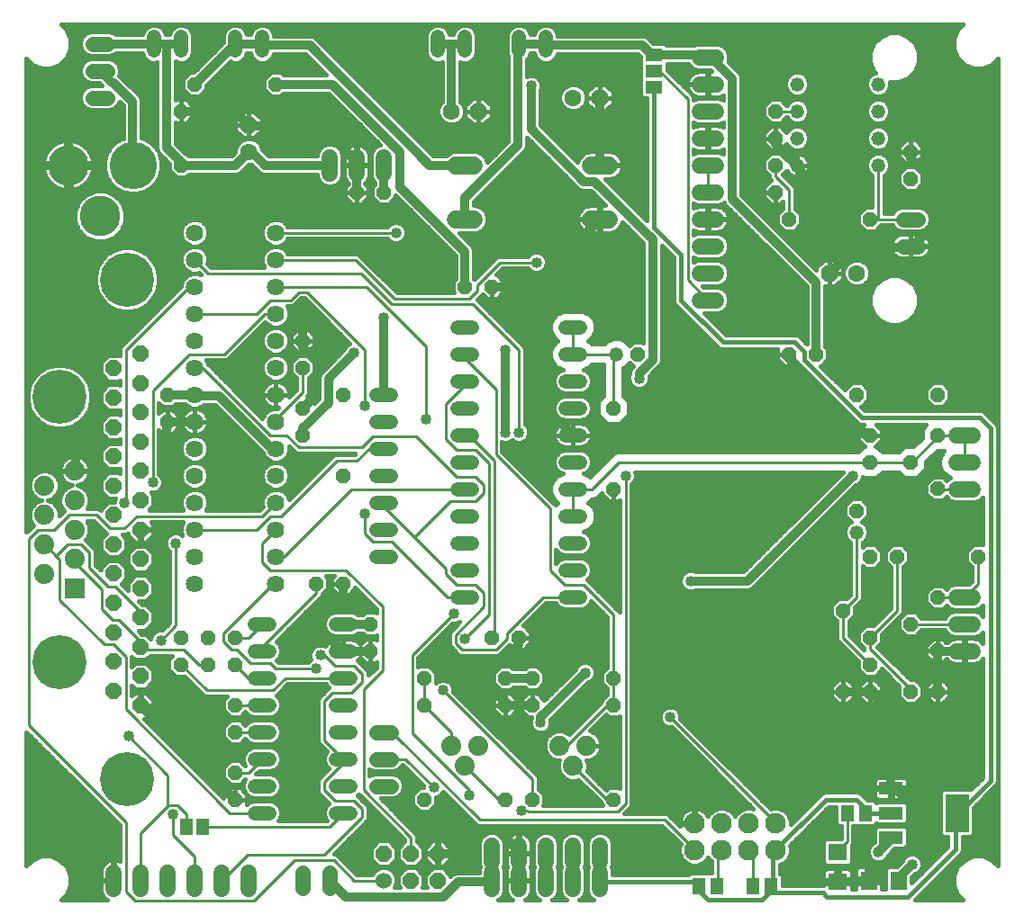
<source format=gtl>
G75*
%MOIN*%
%OFA0B0*%
%FSLAX24Y24*%
%IPPOS*%
%LPD*%
%AMOC8*
5,1,8,0,0,1.08239X$1,22.5*
%
%ADD10OC8,0.0520*%
%ADD11C,0.0520*%
%ADD12R,0.0630X0.0460*%
%ADD13C,0.0600*%
%ADD14C,0.0600*%
%ADD15OC8,0.0600*%
%ADD16C,0.0640*%
%ADD17C,0.2000*%
%ADD18C,0.1750*%
%ADD19C,0.1500*%
%ADD20C,0.0660*%
%ADD21OC8,0.0560*%
%ADD22C,0.0560*%
%ADD23OC8,0.0630*%
%ADD24C,0.0630*%
%ADD25C,0.0520*%
%ADD26C,0.0760*%
%ADD27R,0.0880X0.0480*%
%ADD28R,0.0866X0.1417*%
%ADD29R,0.0709X0.0630*%
%ADD30R,0.0630X0.0709*%
%ADD31R,0.0512X0.0591*%
%ADD32R,0.0740X0.0740*%
%ADD33C,0.0740*%
%ADD34R,0.0460X0.0630*%
%ADD35C,0.0320*%
%ADD36C,0.0400*%
%ADD37C,0.0160*%
%ADD38C,0.0100*%
%ADD39C,0.0180*%
D10*
X012863Y004680D03*
X012863Y005680D03*
X012863Y007180D03*
X012863Y008180D03*
X012863Y009680D03*
X012863Y010680D03*
X015863Y012680D03*
X016863Y012680D03*
X017863Y011180D03*
X017863Y010180D03*
X019863Y009180D03*
X019863Y008180D03*
X022863Y008180D03*
X023863Y008180D03*
X023863Y009180D03*
X022863Y009180D03*
X022363Y010680D03*
X023363Y010680D03*
X026863Y009180D03*
X026863Y008180D03*
X026863Y004680D03*
X023863Y004680D03*
X022863Y004680D03*
X019863Y004680D03*
X026863Y016180D03*
X026863Y019180D03*
X027763Y021180D03*
X033363Y021180D03*
X034363Y021180D03*
X035863Y019680D03*
X036363Y018180D03*
X036363Y017180D03*
X037863Y017180D03*
X038863Y016190D03*
X038863Y018170D03*
X038863Y019680D03*
X035863Y015380D03*
X036363Y013680D03*
X037363Y013680D03*
X038863Y012170D03*
X037863Y011180D03*
X038863Y010190D03*
X038863Y008680D03*
X037863Y008680D03*
X036363Y008680D03*
X035363Y008680D03*
X036363Y009680D03*
X036363Y010680D03*
X035363Y011680D03*
X040363Y013680D03*
X036363Y026180D03*
X037863Y027680D03*
X037863Y028680D03*
X033363Y026180D03*
X032863Y027180D03*
X032863Y028180D03*
X032863Y029180D03*
X032863Y030180D03*
X022363Y023680D03*
X021363Y023680D03*
X018363Y027180D03*
X017363Y027180D03*
X014363Y031180D03*
X011363Y031180D03*
X010863Y030180D03*
X010863Y028180D03*
X015363Y021680D03*
X015363Y020680D03*
X016863Y019680D03*
X015363Y019180D03*
X015363Y018180D03*
X016863Y016680D03*
X010363Y018680D03*
X010363Y019680D03*
D11*
X018103Y019680D02*
X018623Y019680D01*
X018623Y018680D02*
X018103Y018680D01*
X018103Y017680D02*
X018623Y017680D01*
X018623Y016680D02*
X018103Y016680D01*
X018103Y015680D02*
X018623Y015680D01*
X018623Y014680D02*
X018103Y014680D01*
X018103Y013680D02*
X018623Y013680D01*
X021103Y013180D02*
X021623Y013180D01*
X021623Y012180D02*
X021103Y012180D01*
X021103Y014180D02*
X021623Y014180D01*
X021623Y015180D02*
X021103Y015180D01*
X021103Y016180D02*
X021623Y016180D01*
X021623Y017180D02*
X021103Y017180D01*
X021103Y018180D02*
X021623Y018180D01*
X021623Y019180D02*
X021103Y019180D01*
X021103Y020180D02*
X021623Y020180D01*
X021623Y021180D02*
X021103Y021180D01*
X021103Y022180D02*
X021623Y022180D01*
X025103Y022180D02*
X025623Y022180D01*
X025623Y021180D02*
X025103Y021180D01*
X025103Y020180D02*
X025623Y020180D01*
X025623Y019180D02*
X025103Y019180D01*
X025103Y018180D02*
X025623Y018180D01*
X025623Y017180D02*
X025103Y017180D01*
X025103Y016180D02*
X025623Y016180D01*
X025623Y015180D02*
X025103Y015180D01*
X025103Y014180D02*
X025623Y014180D01*
X025623Y013180D02*
X025103Y013180D01*
X025103Y012180D02*
X025623Y012180D01*
X017123Y011180D02*
X016603Y011180D01*
X016603Y010180D02*
X017123Y010180D01*
X017123Y009180D02*
X016603Y009180D01*
X016603Y008180D02*
X017123Y008180D01*
X017123Y007180D02*
X016603Y007180D01*
X016603Y006180D02*
X017123Y006180D01*
X017123Y005180D02*
X016603Y005180D01*
X016603Y004180D02*
X017123Y004180D01*
X014123Y004180D02*
X013603Y004180D01*
X013603Y005180D02*
X014123Y005180D01*
X014123Y006180D02*
X013603Y006180D01*
X013603Y007180D02*
X014123Y007180D01*
X014123Y008180D02*
X013603Y008180D01*
X013603Y009180D02*
X014123Y009180D01*
X014123Y010180D02*
X013603Y010180D01*
X013603Y011180D02*
X014123Y011180D01*
X013863Y032420D02*
X013863Y032940D01*
X012863Y032940D02*
X012863Y032420D01*
X010863Y032420D02*
X010863Y032940D01*
X009863Y032940D02*
X009863Y032420D01*
X020363Y032420D02*
X020363Y032940D01*
X021363Y032940D02*
X021363Y032420D01*
X023363Y032420D02*
X023363Y032940D01*
X024363Y032940D02*
X024363Y032420D01*
D12*
X028363Y032280D03*
X028363Y031680D03*
X028363Y031080D03*
D13*
X030063Y031180D02*
X030663Y031180D01*
X030663Y030180D02*
X030063Y030180D01*
X030063Y029180D02*
X030663Y029180D01*
X030663Y028180D02*
X030063Y028180D01*
X030063Y027180D02*
X030663Y027180D01*
X030663Y026180D02*
X030063Y026180D01*
X030063Y025180D02*
X030663Y025180D01*
X030663Y024180D02*
X030063Y024180D01*
X030063Y023180D02*
X030663Y023180D01*
X039563Y018180D02*
X040163Y018180D01*
X040163Y017180D02*
X039563Y017180D01*
X039563Y016180D02*
X040163Y016180D01*
X040163Y012180D02*
X039563Y012180D01*
X039563Y011180D02*
X040163Y011180D01*
X040163Y010180D02*
X039563Y010180D01*
X026363Y002980D02*
X026363Y002380D01*
X026363Y001980D02*
X026363Y001380D01*
X025363Y001380D02*
X025363Y001980D01*
X025363Y002380D02*
X025363Y002980D01*
X024363Y002980D02*
X024363Y002380D01*
X024363Y001980D02*
X024363Y001380D01*
X023363Y001380D02*
X023363Y001980D01*
X023363Y002380D02*
X023363Y002980D01*
X022363Y002980D02*
X022363Y002380D01*
X022363Y001980D02*
X022363Y001380D01*
X013363Y001380D02*
X013363Y001980D01*
X012363Y001980D02*
X012363Y001380D01*
X011363Y001380D02*
X011363Y001980D01*
X010363Y001980D02*
X010363Y001380D01*
X009363Y001380D02*
X009363Y001980D01*
X008363Y001980D02*
X008363Y001380D01*
X016363Y027880D02*
X016363Y028480D01*
X017363Y028480D02*
X017363Y027880D01*
X018363Y027880D02*
X018363Y028480D01*
X030063Y032180D02*
X030663Y032180D01*
D14*
X018363Y001680D03*
D15*
X019363Y001680D03*
X019363Y002680D03*
X018363Y002680D03*
X020363Y002680D03*
X020363Y001680D03*
X009363Y008160D03*
X008363Y008700D03*
X009363Y009250D03*
X008363Y009790D03*
X009363Y010330D03*
X008363Y010880D03*
X009363Y011420D03*
X008363Y011960D03*
X009363Y012510D03*
X008363Y013050D03*
X009363Y013590D03*
X008363Y014140D03*
X009363Y014680D03*
X008363Y015220D03*
X009363Y015770D03*
X008363Y016310D03*
X009363Y016850D03*
X008363Y017400D03*
X009363Y017940D03*
X008363Y018480D03*
X009363Y019030D03*
X008363Y019570D03*
X009363Y020110D03*
X008363Y020660D03*
X009363Y021200D03*
D16*
X011363Y021680D03*
X011363Y022680D03*
X011363Y023680D03*
X011363Y024680D03*
X011363Y025680D03*
X014363Y025680D03*
X014363Y024680D03*
X014363Y023680D03*
X014363Y022680D03*
X014363Y021680D03*
X014363Y020680D03*
X014363Y019680D03*
X014363Y018680D03*
X014363Y017680D03*
X014363Y016680D03*
X014363Y015680D03*
X014363Y014680D03*
X014363Y013680D03*
X014363Y012680D03*
X011363Y012680D03*
X011363Y013680D03*
X011363Y014680D03*
X011363Y015680D03*
X011363Y016680D03*
X011363Y017680D03*
X011363Y018680D03*
X011363Y019680D03*
X011363Y020680D03*
D17*
X008863Y023940D03*
X006363Y019601D03*
X006363Y009759D03*
X008863Y005420D03*
D18*
X009084Y028180D03*
D19*
X007863Y026290D03*
X006682Y028180D03*
D20*
X021033Y028180D02*
X021693Y028180D01*
X021693Y026180D02*
X021033Y026180D01*
X026033Y026180D02*
X026693Y026180D01*
X026693Y028180D02*
X026033Y028180D01*
D21*
X011863Y010680D03*
X010863Y010680D03*
X010863Y009680D03*
X011863Y009680D03*
D22*
X018083Y007180D02*
X018643Y007180D01*
X018643Y006180D02*
X018083Y006180D01*
X018083Y005180D02*
X018643Y005180D01*
X016363Y001960D02*
X016363Y001400D01*
X015363Y001400D02*
X015363Y001960D01*
X037583Y025180D02*
X038143Y025180D01*
X038143Y026180D02*
X037583Y026180D01*
X008143Y030680D02*
X007583Y030680D01*
X007583Y031680D02*
X008143Y031680D01*
X008143Y032680D02*
X007583Y032680D01*
D23*
X013363Y029680D03*
X021863Y030180D03*
X026363Y030680D03*
X034863Y024180D03*
D24*
X035863Y024180D03*
X025363Y030680D03*
X020863Y030180D03*
X013363Y028680D03*
D25*
X026963Y021180D03*
X033663Y028180D03*
X033663Y029180D03*
X033663Y030180D03*
X033663Y031180D03*
X036663Y031180D03*
X036663Y030180D03*
X036663Y029180D03*
X036663Y028180D03*
X035863Y014580D03*
D26*
X032863Y003798D03*
X031863Y003798D03*
X030863Y003798D03*
X029863Y003798D03*
X029863Y002798D03*
X030863Y002798D03*
X031863Y002798D03*
X032863Y002798D03*
D27*
X037143Y003270D03*
X037143Y004180D03*
X037143Y005090D03*
D28*
X039583Y004180D03*
D29*
X035163Y002731D03*
X035163Y001629D03*
D30*
X036312Y001680D03*
X037414Y001680D03*
D31*
X036198Y004180D03*
X035529Y004180D03*
X032698Y001480D03*
X032029Y001480D03*
X030698Y001480D03*
X030029Y001480D03*
D32*
X006922Y012499D03*
D33*
X005804Y013046D03*
X005804Y014137D03*
X005804Y015223D03*
X006922Y014680D03*
X006922Y013589D03*
X006922Y015771D03*
X006922Y016861D03*
X005804Y016314D03*
X020863Y006680D03*
X021363Y005930D03*
X021863Y006680D03*
X024863Y006680D03*
X025363Y005930D03*
X025863Y006680D03*
D34*
X011663Y003680D03*
X011063Y003680D03*
D35*
X012863Y004680D02*
X009363Y008180D01*
X009363Y008160D01*
X016063Y010980D02*
X016863Y010180D01*
X017863Y010180D01*
X017863Y011180D02*
X016863Y011180D01*
X016063Y011380D02*
X016863Y012180D01*
X016863Y012680D01*
X016063Y011380D02*
X016063Y010980D01*
X020413Y010180D02*
X020863Y010180D01*
X021613Y009430D01*
X022163Y009430D01*
X022313Y009380D01*
X022313Y008830D01*
X022813Y008330D01*
X022863Y008180D01*
X023863Y008180D01*
X024163Y007730D02*
X025813Y009380D01*
X023863Y009180D02*
X022863Y009180D01*
X022313Y009380D02*
X023363Y010430D01*
X023363Y010680D01*
X024163Y007730D02*
X024163Y007530D01*
X022563Y003580D02*
X022163Y003580D01*
X021263Y002680D01*
X020363Y002680D01*
X021113Y001630D02*
X020563Y001080D01*
X016963Y001080D01*
X016363Y001680D01*
X021113Y001630D02*
X022213Y001630D01*
X022363Y001680D01*
X022363Y002680D01*
X022563Y003580D02*
X023363Y002780D01*
X023363Y002680D01*
X023363Y001680D01*
X035163Y001630D02*
X035163Y001629D01*
X035163Y001630D02*
X036213Y001630D01*
X036263Y001680D01*
X036312Y001680D01*
X036413Y001780D01*
X037363Y002730D01*
X037663Y002730D01*
X037863Y002930D01*
X037863Y004530D01*
X037263Y005130D01*
X037143Y005090D01*
X037113Y005130D01*
X037113Y007930D01*
X037263Y007980D01*
X037913Y007980D01*
X038563Y008630D01*
X038713Y008630D01*
X038863Y008680D01*
X038863Y010190D01*
X039013Y010180D01*
X039863Y010180D01*
X037113Y007930D02*
X036363Y008680D01*
X035363Y008680D01*
X031813Y012780D02*
X035713Y016680D01*
X036213Y018180D02*
X033363Y021030D01*
X033363Y021180D01*
X034363Y021180D02*
X034363Y023830D01*
X031263Y026930D01*
X031263Y031380D01*
X030513Y032130D01*
X030363Y032180D01*
X030263Y032280D01*
X028363Y032280D01*
X028213Y032330D01*
X027913Y032630D01*
X024513Y032630D01*
X024363Y032680D01*
X023363Y032680D01*
X023313Y032530D01*
X023313Y028930D01*
X021363Y026980D01*
X021363Y026180D01*
X021363Y024980D02*
X018963Y027380D01*
X018963Y028680D01*
X016463Y031180D01*
X014363Y031180D01*
X014013Y032630D02*
X013863Y032680D01*
X012863Y032680D01*
X011363Y031180D01*
X010863Y030180D02*
X012863Y030180D01*
X013363Y029680D01*
X013513Y029630D01*
X016013Y029630D01*
X017313Y028330D01*
X017363Y028180D01*
X017363Y027180D01*
X018363Y027180D02*
X018363Y028180D01*
X020063Y028180D02*
X015613Y032630D01*
X014013Y032630D01*
X010863Y032680D02*
X010313Y032680D01*
X010313Y028830D01*
X010813Y028330D01*
X010863Y028180D01*
X012863Y028180D01*
X013363Y028680D01*
X013513Y028630D01*
X013963Y028180D01*
X016363Y028180D01*
X020063Y028180D02*
X021363Y028180D01*
X020863Y030180D02*
X020863Y032680D01*
X020363Y032680D01*
X020863Y032680D02*
X021363Y032680D01*
X023813Y031130D02*
X023813Y029530D01*
X025763Y027580D01*
X026163Y027580D01*
X028313Y025430D01*
X028313Y020980D01*
X027813Y020480D01*
X027813Y020280D01*
X025363Y018180D02*
X023913Y019630D01*
X023913Y023530D01*
X023863Y023680D01*
X026363Y026180D01*
X026363Y028180D02*
X026363Y030680D01*
X032863Y029180D02*
X032863Y028980D01*
X033663Y028180D01*
X033713Y028030D01*
X035763Y025980D01*
X035763Y025280D01*
X035813Y025130D01*
X034863Y024180D01*
X035813Y025130D02*
X037713Y025130D01*
X037863Y025180D01*
X037913Y025180D01*
X038713Y025980D01*
X038713Y027580D01*
X037863Y028430D01*
X037863Y028680D01*
X036363Y018180D02*
X036213Y018180D01*
X031813Y012780D02*
X029713Y012780D01*
X022863Y018280D02*
X022863Y021330D01*
X022363Y023680D02*
X023863Y023680D01*
X021363Y023680D02*
X021363Y024980D01*
X018363Y022530D02*
X018363Y019680D01*
X017263Y021230D02*
X016313Y020280D01*
X016313Y019380D01*
X015363Y018430D01*
X015363Y018180D01*
X014363Y017680D02*
X014213Y017680D01*
X012263Y019630D01*
X011513Y019630D01*
X011363Y019680D01*
X010363Y019680D01*
X010363Y018680D02*
X010313Y018530D01*
X010313Y015630D01*
X006963Y016880D02*
X006922Y016861D01*
X006963Y016880D02*
X006963Y018380D01*
X007663Y019080D01*
X007663Y023330D01*
X006713Y024280D01*
X006713Y028180D01*
X006682Y028180D01*
X009063Y028180D02*
X009084Y028180D01*
X009063Y028180D02*
X009063Y030530D01*
X008363Y031230D01*
X008313Y031230D01*
X007863Y031680D01*
X007863Y032680D02*
X009863Y032680D01*
X010313Y032680D01*
X015363Y023130D02*
X015363Y021680D01*
X015363Y021430D01*
X015913Y020880D01*
X015913Y020430D01*
X015713Y020230D01*
X015713Y019530D01*
X015363Y019180D01*
X011363Y018680D02*
X010363Y018680D01*
X036663Y002730D02*
X037163Y003230D01*
X037143Y003270D01*
X037913Y002280D02*
X037463Y001830D01*
X037463Y001680D01*
X037414Y001680D01*
D36*
X037913Y002280D03*
X036663Y002730D03*
X028963Y007730D03*
X025813Y009380D03*
X024163Y007530D03*
X021513Y004830D03*
X020213Y005130D03*
X023463Y004280D03*
X020563Y008730D03*
X020413Y010180D03*
X021363Y010630D03*
X020963Y011580D03*
X017663Y015280D03*
X019913Y018780D03*
X017663Y019280D03*
X017263Y021230D03*
X018363Y022530D03*
X015363Y023130D03*
X018813Y025680D03*
X024013Y024580D03*
X022863Y021330D03*
X022863Y018280D03*
X023363Y018280D03*
X027313Y016680D03*
X027813Y020280D03*
X035713Y016680D03*
X029713Y012780D03*
X016013Y010030D03*
X015863Y009530D03*
X010113Y010580D03*
X010663Y014180D03*
X010313Y015630D03*
X009813Y016430D03*
X008763Y015680D03*
X008913Y007030D03*
X010563Y004130D03*
X023813Y031130D03*
D37*
X005143Y007175D02*
X005143Y002240D01*
X005351Y002447D01*
X005683Y002585D01*
X006043Y002585D01*
X006376Y002447D01*
X006630Y002193D01*
X006768Y001860D01*
X006768Y001500D01*
X006630Y001167D01*
X006423Y000960D01*
X008130Y000960D01*
X008112Y000969D01*
X008051Y001014D01*
X007997Y001067D01*
X007953Y001128D01*
X007918Y001196D01*
X007895Y001268D01*
X007883Y001342D01*
X007883Y001660D01*
X008343Y001660D01*
X008343Y001700D01*
X007883Y001700D01*
X007883Y002018D01*
X007895Y002092D01*
X007918Y002164D01*
X007953Y002232D01*
X007997Y002293D01*
X008051Y002346D01*
X008112Y002391D01*
X008179Y002425D01*
X008251Y002448D01*
X008325Y002460D01*
X008343Y002460D01*
X008343Y001700D01*
X008383Y001700D01*
X008383Y002460D01*
X008401Y002460D01*
X008476Y002448D01*
X008547Y002425D01*
X008583Y002407D01*
X008583Y003735D01*
X005143Y007175D01*
X005143Y007020D02*
X005298Y007020D01*
X005143Y006862D02*
X005456Y006862D01*
X005615Y006703D02*
X005143Y006703D01*
X005143Y006545D02*
X005773Y006545D01*
X005932Y006386D02*
X005143Y006386D01*
X005143Y006228D02*
X006090Y006228D01*
X006249Y006069D02*
X005143Y006069D01*
X005143Y005911D02*
X006407Y005911D01*
X006566Y005752D02*
X005143Y005752D01*
X005143Y005594D02*
X006724Y005594D01*
X006883Y005435D02*
X005143Y005435D01*
X005143Y005277D02*
X007041Y005277D01*
X007200Y005118D02*
X005143Y005118D01*
X005143Y004960D02*
X007358Y004960D01*
X007517Y004801D02*
X005143Y004801D01*
X005143Y004643D02*
X007675Y004643D01*
X007834Y004484D02*
X005143Y004484D01*
X005143Y004326D02*
X007992Y004326D01*
X008151Y004167D02*
X005143Y004167D01*
X005143Y004009D02*
X008309Y004009D01*
X008468Y003850D02*
X005143Y003850D01*
X005143Y003692D02*
X008583Y003692D01*
X008583Y003533D02*
X005143Y003533D01*
X005143Y003375D02*
X008583Y003375D01*
X008583Y003216D02*
X005143Y003216D01*
X005143Y003058D02*
X008583Y003058D01*
X008583Y002899D02*
X005143Y002899D01*
X005143Y002741D02*
X008583Y002741D01*
X008583Y002582D02*
X006050Y002582D01*
X005676Y002582D02*
X005143Y002582D01*
X005143Y002424D02*
X005327Y002424D01*
X005168Y002265D02*
X005143Y002265D01*
X006400Y002424D02*
X008176Y002424D01*
X008343Y002424D02*
X008383Y002424D01*
X008383Y002265D02*
X008343Y002265D01*
X008343Y002107D02*
X008383Y002107D01*
X008383Y001948D02*
X008343Y001948D01*
X008343Y001790D02*
X008383Y001790D01*
X007883Y001790D02*
X006768Y001790D01*
X006768Y001631D02*
X007883Y001631D01*
X007883Y001473D02*
X006757Y001473D01*
X006691Y001314D02*
X007888Y001314D01*
X007939Y001156D02*
X006619Y001156D01*
X006460Y000997D02*
X008074Y000997D01*
X007883Y001948D02*
X006732Y001948D01*
X006666Y002107D02*
X007900Y002107D01*
X007977Y002265D02*
X006558Y002265D01*
X008550Y002424D02*
X008583Y002424D01*
X011892Y005277D02*
X012644Y005277D01*
X012681Y005240D02*
X013045Y005240D01*
X013227Y005422D01*
X013163Y005268D01*
X013163Y005092D01*
X013227Y004938D01*
X013045Y005120D01*
X012863Y005120D01*
X012681Y005120D01*
X012423Y004862D01*
X012423Y004745D01*
X009488Y007680D01*
X009562Y007680D01*
X009843Y007961D01*
X009843Y008140D01*
X009383Y008140D01*
X009383Y008180D01*
X009343Y008180D01*
X009343Y008640D01*
X009164Y008640D01*
X009043Y008519D01*
X009043Y008891D01*
X009164Y008770D01*
X009562Y008770D01*
X009843Y009051D01*
X009843Y009449D01*
X009562Y009730D01*
X009164Y009730D01*
X009043Y009609D01*
X009043Y009971D01*
X009164Y009850D01*
X009562Y009850D01*
X009712Y010000D01*
X010533Y010000D01*
X010403Y009871D01*
X010403Y009489D01*
X010673Y009220D01*
X010998Y009220D01*
X011718Y008500D01*
X012561Y008500D01*
X012423Y008362D01*
X012423Y007998D01*
X012681Y007740D01*
X013045Y007740D01*
X013233Y007928D01*
X013354Y007807D01*
X013516Y007740D01*
X014211Y007740D01*
X014372Y007807D01*
X014496Y007931D01*
X014563Y008092D01*
X014563Y008268D01*
X014496Y008429D01*
X014392Y008533D01*
X014493Y008635D01*
X014808Y008950D01*
X016222Y008950D01*
X016230Y008931D01*
X016334Y008827D01*
X016068Y008560D01*
X015933Y008425D01*
X015933Y006785D01*
X016259Y006458D01*
X016230Y006429D01*
X016163Y006268D01*
X016163Y006092D01*
X016230Y005931D01*
X016334Y005827D01*
X016068Y005560D01*
X015933Y005425D01*
X015933Y004935D01*
X016333Y004535D01*
X016334Y004533D01*
X016230Y004429D01*
X016163Y004268D01*
X016163Y004092D01*
X016230Y003931D01*
X016251Y003910D01*
X014475Y003910D01*
X014496Y003931D01*
X014563Y004092D01*
X014563Y004268D01*
X014496Y004429D01*
X014372Y004553D01*
X014211Y004620D01*
X013516Y004620D01*
X013354Y004553D01*
X013303Y004502D01*
X013303Y004680D01*
X013303Y004858D01*
X013354Y004807D01*
X013516Y004740D01*
X014211Y004740D01*
X014372Y004807D01*
X014496Y004931D01*
X014563Y005092D01*
X014563Y005268D01*
X014496Y005429D01*
X014372Y005553D01*
X014211Y005620D01*
X013628Y005620D01*
X013748Y005740D01*
X014211Y005740D01*
X014372Y005807D01*
X014496Y005931D01*
X014563Y006092D01*
X014563Y006268D01*
X014496Y006429D01*
X014372Y006553D01*
X014211Y006620D01*
X013516Y006620D01*
X013354Y006553D01*
X013230Y006429D01*
X013163Y006268D01*
X013163Y006092D01*
X013227Y005938D01*
X013045Y006120D01*
X012681Y006120D01*
X012423Y005862D01*
X012423Y005498D01*
X012681Y005240D01*
X012679Y005118D02*
X012050Y005118D01*
X012209Y004960D02*
X012520Y004960D01*
X012423Y004801D02*
X012367Y004801D01*
X012863Y004801D02*
X012863Y004801D01*
X012863Y004680D02*
X012863Y005120D01*
X012863Y004680D01*
X012863Y004680D01*
X013303Y004680D01*
X012863Y004680D01*
X012863Y004680D01*
X012863Y004960D02*
X012863Y004960D01*
X012863Y005118D02*
X012863Y005118D01*
X013047Y005118D02*
X013163Y005118D01*
X013167Y005277D02*
X013082Y005277D01*
X013206Y004960D02*
X013218Y004960D01*
X013303Y004801D02*
X013368Y004801D01*
X013303Y004643D02*
X016225Y004643D01*
X016285Y004484D02*
X014441Y004484D01*
X014539Y004326D02*
X016187Y004326D01*
X016163Y004167D02*
X014563Y004167D01*
X014528Y004009D02*
X016198Y004009D01*
X017074Y003216D02*
X019102Y003216D01*
X019133Y003185D02*
X019133Y003129D01*
X018883Y002879D01*
X018883Y002481D01*
X019164Y002200D01*
X019562Y002200D01*
X019843Y002481D01*
X019843Y002879D01*
X019593Y003129D01*
X019593Y003375D01*
X018248Y004720D01*
X018735Y004720D01*
X018904Y004790D01*
X019033Y004919D01*
X019103Y005088D01*
X019103Y005271D01*
X019033Y005441D01*
X018904Y005570D01*
X018735Y005640D01*
X017992Y005640D01*
X017843Y005578D01*
X017843Y005782D01*
X017992Y005720D01*
X018735Y005720D01*
X018904Y005790D01*
X019033Y005919D01*
X019046Y005950D01*
X019068Y005950D01*
X019833Y005185D01*
X019833Y005120D01*
X019681Y005120D01*
X019423Y004862D01*
X019423Y004498D01*
X019681Y004240D01*
X020045Y004240D01*
X020303Y004498D01*
X020303Y004756D01*
X020428Y004808D01*
X020535Y004915D01*
X020555Y004963D01*
X021683Y003835D01*
X021818Y003700D01*
X028668Y003700D01*
X029349Y003019D01*
X029303Y002910D01*
X029303Y002687D01*
X029388Y002481D01*
X029546Y002323D01*
X029752Y002238D01*
X029975Y002238D01*
X030180Y002323D01*
X030338Y002481D01*
X030363Y002542D01*
X030388Y002481D01*
X030483Y002386D01*
X030483Y001955D01*
X030367Y001955D01*
X030363Y001951D01*
X030359Y001955D01*
X029698Y001955D01*
X029643Y001900D01*
X026843Y001900D01*
X026843Y002075D01*
X026800Y002180D01*
X026843Y002285D01*
X026843Y003075D01*
X026770Y003252D01*
X026635Y003387D01*
X026459Y003460D01*
X026268Y003460D01*
X026091Y003387D01*
X025956Y003252D01*
X025883Y003075D01*
X025883Y002285D01*
X025927Y002180D01*
X025883Y002075D01*
X025883Y001285D01*
X025956Y001108D01*
X026091Y000973D01*
X026123Y000960D01*
X025604Y000960D01*
X025635Y000973D01*
X025770Y001108D01*
X025843Y001285D01*
X025843Y002075D01*
X025800Y002180D01*
X025843Y002285D01*
X025843Y003075D01*
X025770Y003252D01*
X025635Y003387D01*
X025459Y003460D01*
X025268Y003460D01*
X025091Y003387D01*
X024956Y003252D01*
X024883Y003075D01*
X024883Y002285D01*
X024927Y002180D01*
X024883Y002075D01*
X024883Y001285D01*
X024956Y001108D01*
X025091Y000973D01*
X025123Y000960D01*
X024604Y000960D01*
X024635Y000973D01*
X024770Y001108D01*
X024843Y001285D01*
X024843Y002075D01*
X024800Y002180D01*
X024843Y002285D01*
X024843Y003075D01*
X024770Y003252D01*
X024635Y003387D01*
X024459Y003460D01*
X024268Y003460D01*
X024091Y003387D01*
X023956Y003252D01*
X023883Y003075D01*
X023883Y002285D01*
X023927Y002180D01*
X023883Y002075D01*
X023883Y001285D01*
X023956Y001108D01*
X024091Y000973D01*
X024123Y000960D01*
X023596Y000960D01*
X023615Y000969D01*
X023676Y001014D01*
X023729Y001067D01*
X023774Y001128D01*
X023808Y001196D01*
X023831Y001268D01*
X023843Y001342D01*
X023843Y001660D01*
X023383Y001660D01*
X023383Y001700D01*
X023343Y001700D01*
X023343Y001660D01*
X022883Y001660D01*
X022883Y001342D01*
X022895Y001268D01*
X022918Y001196D01*
X022953Y001128D01*
X022997Y001067D01*
X023051Y001014D01*
X023112Y000969D01*
X023130Y000960D01*
X022604Y000960D01*
X022635Y000973D01*
X022770Y001108D01*
X022843Y001285D01*
X022843Y002075D01*
X022800Y002180D01*
X022843Y002285D01*
X022843Y003075D01*
X022770Y003252D01*
X022635Y003387D01*
X022459Y003460D01*
X022268Y003460D01*
X022091Y003387D01*
X021956Y003252D01*
X021883Y003075D01*
X021883Y002285D01*
X021927Y002180D01*
X021883Y002075D01*
X021883Y001970D01*
X021046Y001970D01*
X020921Y001918D01*
X020843Y001841D01*
X020843Y001879D01*
X020562Y002160D01*
X020164Y002160D01*
X019883Y001879D01*
X019883Y001481D01*
X019944Y001420D01*
X019782Y001420D01*
X019843Y001481D01*
X019843Y001879D01*
X019562Y002160D01*
X019164Y002160D01*
X018883Y001879D01*
X018883Y001481D01*
X018944Y001420D01*
X018775Y001420D01*
X018843Y001585D01*
X018843Y001775D01*
X018770Y001952D01*
X018635Y002087D01*
X018459Y002160D01*
X018268Y002160D01*
X018091Y002087D01*
X017956Y001952D01*
X017939Y001910D01*
X017358Y001910D01*
X016743Y002525D01*
X016608Y002660D01*
X016518Y002660D01*
X017793Y003935D01*
X017793Y004425D01*
X017658Y004560D01*
X017392Y004827D01*
X017442Y004876D01*
X017518Y004800D01*
X019133Y003185D01*
X019062Y003058D02*
X018665Y003058D01*
X018562Y003160D02*
X018164Y003160D01*
X017883Y002879D01*
X017883Y002481D01*
X018164Y002200D01*
X018562Y002200D01*
X018843Y002481D01*
X018843Y002879D01*
X018562Y003160D01*
X018823Y002899D02*
X018903Y002899D01*
X018883Y002741D02*
X018843Y002741D01*
X018843Y002582D02*
X018883Y002582D01*
X018941Y002424D02*
X018786Y002424D01*
X018627Y002265D02*
X019099Y002265D01*
X019111Y002107D02*
X018588Y002107D01*
X018772Y001948D02*
X018952Y001948D01*
X018883Y001790D02*
X018837Y001790D01*
X018843Y001631D02*
X018883Y001631D01*
X018892Y001473D02*
X018797Y001473D01*
X018139Y002107D02*
X017162Y002107D01*
X017003Y002265D02*
X018099Y002265D01*
X017941Y002424D02*
X016845Y002424D01*
X016686Y002582D02*
X017883Y002582D01*
X017883Y002741D02*
X016599Y002741D01*
X016757Y002899D02*
X017903Y002899D01*
X018062Y003058D02*
X016916Y003058D01*
X017233Y003375D02*
X018943Y003375D01*
X018785Y003533D02*
X017391Y003533D01*
X017550Y003692D02*
X018626Y003692D01*
X018468Y003850D02*
X017709Y003850D01*
X017793Y004009D02*
X018309Y004009D01*
X018151Y004167D02*
X017793Y004167D01*
X017793Y004326D02*
X017992Y004326D01*
X017834Y004484D02*
X017734Y004484D01*
X017675Y004643D02*
X017576Y004643D01*
X017517Y004801D02*
X017417Y004801D01*
X017843Y005594D02*
X017879Y005594D01*
X017914Y005752D02*
X017843Y005752D01*
X018812Y005752D02*
X019266Y005752D01*
X019424Y005594D02*
X018847Y005594D01*
X019036Y005435D02*
X019583Y005435D01*
X019741Y005277D02*
X019101Y005277D01*
X019103Y005118D02*
X019679Y005118D01*
X019520Y004960D02*
X019050Y004960D01*
X018915Y004801D02*
X019423Y004801D01*
X019423Y004643D02*
X018326Y004643D01*
X018484Y004484D02*
X019437Y004484D01*
X019595Y004326D02*
X018643Y004326D01*
X018801Y004167D02*
X021351Y004167D01*
X021509Y004009D02*
X018960Y004009D01*
X019118Y003850D02*
X021668Y003850D01*
X021192Y004326D02*
X020131Y004326D01*
X020289Y004484D02*
X021034Y004484D01*
X020875Y004643D02*
X020303Y004643D01*
X020412Y004801D02*
X020717Y004801D01*
X020558Y004960D02*
X020554Y004960D01*
X019107Y005911D02*
X019024Y005911D01*
X021647Y007971D02*
X022450Y007971D01*
X022423Y007998D02*
X022681Y007740D01*
X022863Y007740D01*
X022863Y008180D01*
X022423Y008180D01*
X022863Y008180D01*
X022863Y008180D01*
X022863Y008180D01*
X022863Y008620D01*
X022681Y008620D01*
X022423Y008362D01*
X022423Y008180D01*
X022423Y007998D01*
X022423Y008130D02*
X021489Y008130D01*
X021330Y008288D02*
X022423Y008288D01*
X022507Y008447D02*
X021172Y008447D01*
X021013Y008605D02*
X022666Y008605D01*
X022681Y008740D02*
X023045Y008740D01*
X023145Y008840D01*
X023581Y008840D01*
X023681Y008740D01*
X024045Y008740D01*
X024303Y008998D01*
X024303Y009362D01*
X024045Y009620D01*
X023681Y009620D01*
X023581Y009520D01*
X023145Y009520D01*
X023045Y009620D01*
X022681Y009620D01*
X022423Y009362D01*
X022423Y008998D01*
X022681Y008740D01*
X022657Y008764D02*
X020943Y008764D01*
X020943Y008806D02*
X020943Y008675D01*
X024093Y005525D01*
X024093Y005072D01*
X024303Y004862D01*
X024303Y004498D01*
X024265Y004460D01*
X026461Y004460D01*
X026423Y004498D01*
X026423Y004545D01*
X026383Y004585D01*
X026383Y004585D01*
X025554Y005414D01*
X025473Y005380D01*
X025254Y005380D01*
X025052Y005464D01*
X024897Y005618D01*
X024813Y005821D01*
X024813Y006039D01*
X024851Y006130D01*
X024754Y006130D01*
X024552Y006214D01*
X024397Y006368D01*
X024313Y006571D01*
X024313Y006789D01*
X024397Y006992D01*
X024552Y007146D01*
X024754Y007230D01*
X024973Y007230D01*
X025175Y007146D01*
X025215Y007107D01*
X026383Y008275D01*
X026423Y008315D01*
X026423Y008362D01*
X026633Y008572D01*
X026633Y008788D01*
X026423Y008998D01*
X026423Y009362D01*
X026633Y009572D01*
X026633Y011435D01*
X026038Y012030D01*
X025996Y011931D01*
X025872Y011807D01*
X025711Y011740D01*
X025016Y011740D01*
X024854Y011807D01*
X024730Y011931D01*
X024722Y011950D01*
X024358Y011950D01*
X023528Y011120D01*
X023545Y011120D01*
X023803Y010862D01*
X023803Y010680D01*
X023363Y010680D01*
X023363Y010680D01*
X023363Y010240D01*
X023181Y010240D01*
X023015Y010406D01*
X023008Y010400D01*
X022608Y010000D01*
X021168Y010000D01*
X021033Y010135D01*
X020783Y010385D01*
X020783Y010875D01*
X020918Y011010D01*
X021157Y011249D01*
X021039Y011200D01*
X020908Y011200D01*
X019643Y009935D01*
X019643Y009582D01*
X019681Y009620D01*
X020045Y009620D01*
X020303Y009362D01*
X020303Y009007D01*
X020348Y009052D01*
X020488Y009110D01*
X020639Y009110D01*
X020778Y009052D01*
X020885Y008945D01*
X020943Y008806D01*
X020895Y008922D02*
X022499Y008922D01*
X022423Y009081D02*
X020710Y009081D01*
X020416Y009081D02*
X020303Y009081D01*
X020303Y009239D02*
X022423Y009239D01*
X022458Y009398D02*
X020268Y009398D01*
X020109Y009556D02*
X022617Y009556D01*
X022640Y010032D02*
X026633Y010032D01*
X026633Y010190D02*
X022799Y010190D01*
X022957Y010349D02*
X023072Y010349D01*
X023363Y010349D02*
X023363Y010349D01*
X023363Y010240D02*
X023545Y010240D01*
X023803Y010498D01*
X023803Y010680D01*
X023363Y010680D01*
X023363Y010240D01*
X023363Y010507D02*
X023363Y010507D01*
X023363Y010666D02*
X023363Y010666D01*
X023363Y010680D02*
X023363Y010680D01*
X023683Y010983D02*
X026633Y010983D01*
X026633Y011141D02*
X023550Y011141D01*
X023708Y011300D02*
X026633Y011300D01*
X026610Y011458D02*
X023867Y011458D01*
X024025Y011617D02*
X026451Y011617D01*
X026293Y011775D02*
X025795Y011775D01*
X025997Y011934D02*
X026134Y011934D01*
X026468Y012251D02*
X027083Y012251D01*
X027083Y012409D02*
X026309Y012409D01*
X026151Y012568D02*
X027083Y012568D01*
X027083Y012726D02*
X025992Y012726D01*
X025892Y012827D02*
X025996Y012931D01*
X026063Y013092D01*
X026063Y013268D01*
X025996Y013429D01*
X025872Y013553D01*
X025711Y013620D01*
X025016Y013620D01*
X024854Y013553D01*
X024743Y013442D01*
X024743Y013918D01*
X024854Y013807D01*
X025016Y013740D01*
X025711Y013740D01*
X025872Y013807D01*
X025996Y013931D01*
X026063Y014092D01*
X026063Y014268D01*
X025996Y014429D01*
X025872Y014553D01*
X025749Y014604D01*
X025952Y014688D01*
X026115Y014851D01*
X026203Y015065D01*
X026203Y015295D01*
X026115Y015509D01*
X025952Y015672D01*
X025932Y015680D01*
X025952Y015688D01*
X026073Y015810D01*
X026137Y015810D01*
X026273Y015866D01*
X026423Y016017D01*
X026423Y015998D01*
X026681Y015740D01*
X026863Y015740D01*
X026863Y016180D01*
X026863Y016180D01*
X026863Y015740D01*
X027045Y015740D01*
X027083Y015778D01*
X027083Y011635D01*
X026958Y011760D01*
X025892Y012827D01*
X025950Y012885D02*
X027083Y012885D01*
X027083Y013043D02*
X026043Y013043D01*
X026063Y013202D02*
X027083Y013202D01*
X027083Y013360D02*
X026025Y013360D01*
X025907Y013519D02*
X027083Y013519D01*
X027083Y013677D02*
X024743Y013677D01*
X024743Y013519D02*
X024819Y013519D01*
X024825Y013836D02*
X024743Y013836D01*
X025901Y013836D02*
X027083Y013836D01*
X027083Y013994D02*
X026022Y013994D01*
X026063Y014153D02*
X027083Y014153D01*
X027083Y014311D02*
X026045Y014311D01*
X025956Y014470D02*
X027083Y014470D01*
X027083Y014628D02*
X025806Y014628D01*
X026050Y014787D02*
X027083Y014787D01*
X027083Y014945D02*
X026154Y014945D01*
X026203Y015104D02*
X027083Y015104D01*
X027083Y015262D02*
X026203Y015262D01*
X026151Y015421D02*
X027083Y015421D01*
X027083Y015579D02*
X026044Y015579D01*
X026001Y015738D02*
X027083Y015738D01*
X026863Y015896D02*
X026863Y015896D01*
X026863Y016055D02*
X026863Y016055D01*
X026525Y015896D02*
X026303Y015896D01*
X027543Y015896D02*
X034448Y015896D01*
X034290Y015738D02*
X027543Y015738D01*
X027543Y015579D02*
X034131Y015579D01*
X033973Y015421D02*
X027543Y015421D01*
X027543Y015262D02*
X033814Y015262D01*
X033656Y015104D02*
X027543Y015104D01*
X027543Y014945D02*
X033497Y014945D01*
X033339Y014787D02*
X027543Y014787D01*
X027543Y014628D02*
X033180Y014628D01*
X033022Y014470D02*
X027543Y014470D01*
X027543Y014311D02*
X032863Y014311D01*
X032705Y014153D02*
X027543Y014153D01*
X027543Y013994D02*
X032546Y013994D01*
X032388Y013836D02*
X027543Y013836D01*
X027543Y013677D02*
X032229Y013677D01*
X032071Y013519D02*
X027543Y013519D01*
X027543Y013360D02*
X031912Y013360D01*
X031754Y013202D02*
X027543Y013202D01*
X027543Y013043D02*
X029439Y013043D01*
X029391Y012995D02*
X029333Y012856D01*
X029333Y012704D01*
X029391Y012565D01*
X029498Y012458D01*
X029638Y012400D01*
X029789Y012400D01*
X029885Y012440D01*
X031881Y012440D01*
X032006Y012492D01*
X035832Y016318D01*
X035928Y016358D01*
X036035Y016465D01*
X036093Y016604D01*
X036093Y016630D01*
X036123Y016600D01*
X036603Y016600D01*
X036813Y016810D01*
X037413Y016810D01*
X037623Y016600D01*
X038103Y016600D01*
X038443Y016940D01*
X038443Y017187D01*
X038846Y017590D01*
X039096Y017590D01*
X039038Y017531D01*
X038943Y017303D01*
X038943Y017057D01*
X039038Y016829D01*
X039212Y016654D01*
X039333Y016604D01*
X039291Y016587D01*
X039190Y016486D01*
X039045Y016630D01*
X038681Y016630D01*
X038423Y016372D01*
X038423Y016008D01*
X038681Y015750D01*
X039045Y015750D01*
X039180Y015884D01*
X039291Y015773D01*
X039468Y015700D01*
X040259Y015700D01*
X040435Y015773D01*
X040543Y015881D01*
X040543Y014120D01*
X040181Y014120D01*
X039923Y013862D01*
X039923Y013498D01*
X040133Y013288D01*
X040133Y012775D01*
X040018Y012660D01*
X039468Y012660D01*
X039291Y012587D01*
X039180Y012476D01*
X039045Y012610D01*
X038681Y012610D01*
X038423Y012352D01*
X038423Y011988D01*
X038681Y011730D01*
X039045Y011730D01*
X039190Y011874D01*
X039291Y011773D01*
X039468Y011700D01*
X040259Y011700D01*
X040435Y011773D01*
X040543Y011881D01*
X040543Y011479D01*
X040435Y011587D01*
X040259Y011660D01*
X039468Y011660D01*
X039291Y011587D01*
X039156Y011452D01*
X039139Y011410D01*
X038255Y011410D01*
X038045Y011620D01*
X037681Y011620D01*
X037423Y011362D01*
X037423Y010998D01*
X037681Y010740D01*
X038045Y010740D01*
X038255Y010950D01*
X039139Y010950D01*
X039156Y010908D01*
X039291Y010773D01*
X039468Y010700D01*
X040259Y010700D01*
X040435Y010773D01*
X040543Y010881D01*
X040543Y010474D01*
X040529Y010493D01*
X040476Y010546D01*
X040415Y010591D01*
X040347Y010625D01*
X040276Y010648D01*
X040201Y010660D01*
X039883Y010660D01*
X039883Y010200D01*
X039843Y010200D01*
X039843Y010160D01*
X039303Y010160D01*
X039303Y010190D01*
X039843Y010190D01*
X039843Y010200D02*
X039303Y010200D01*
X039303Y010190D01*
X038863Y010190D01*
X038423Y010190D01*
X036778Y010190D01*
X036637Y010332D02*
X036803Y010498D01*
X036803Y010795D01*
X037593Y011585D01*
X037593Y013288D01*
X037803Y013498D01*
X037803Y013862D01*
X037545Y014120D01*
X037181Y014120D01*
X036923Y013862D01*
X036923Y013498D01*
X037133Y013288D01*
X037133Y011775D01*
X035803Y011775D01*
X035803Y011795D02*
X036093Y012085D01*
X036093Y013328D01*
X036181Y013240D01*
X036545Y013240D01*
X036803Y013498D01*
X036803Y013862D01*
X036545Y014120D01*
X036181Y014120D01*
X036093Y014032D01*
X036093Y014199D01*
X036112Y014207D01*
X036236Y014331D01*
X036303Y014492D01*
X036303Y014668D01*
X036236Y014829D01*
X036112Y014953D01*
X036074Y014969D01*
X036303Y015198D01*
X036303Y015562D01*
X036045Y015820D01*
X035681Y015820D01*
X035423Y015562D01*
X035423Y015198D01*
X035652Y014969D01*
X035614Y014953D01*
X035490Y014829D01*
X035423Y014668D01*
X035423Y014492D01*
X035490Y014331D01*
X035614Y014207D01*
X035633Y014199D01*
X035633Y012275D01*
X035478Y012120D01*
X035181Y012120D01*
X034923Y011862D01*
X034923Y011498D01*
X035133Y011288D01*
X035133Y010585D01*
X035268Y010450D01*
X035923Y009795D01*
X035923Y009498D01*
X036181Y009240D01*
X036545Y009240D01*
X036803Y009498D01*
X036803Y009515D01*
X037439Y008878D01*
X037423Y008862D01*
X037423Y008498D01*
X037681Y008240D01*
X038045Y008240D01*
X038303Y008498D01*
X038303Y008862D01*
X038045Y009120D01*
X037848Y009120D01*
X036637Y010332D01*
X036654Y010349D02*
X038423Y010349D01*
X038423Y010372D02*
X038423Y010190D01*
X038423Y010008D01*
X038681Y009750D01*
X038863Y009750D01*
X038863Y010190D01*
X038863Y010190D01*
X038423Y010190D01*
X038423Y010032D02*
X036937Y010032D01*
X037095Y009873D02*
X038558Y009873D01*
X038863Y009873D02*
X038863Y009873D01*
X038863Y009750D02*
X039045Y009750D01*
X039183Y009887D01*
X039197Y009867D01*
X039251Y009814D01*
X039312Y009769D01*
X039379Y009735D01*
X039451Y009712D01*
X039525Y009700D01*
X039843Y009700D01*
X039843Y010160D01*
X039883Y010160D01*
X039883Y009700D01*
X040201Y009700D01*
X040276Y009712D01*
X040347Y009735D01*
X040415Y009769D01*
X040476Y009814D01*
X040529Y009867D01*
X040543Y009886D01*
X040543Y005492D01*
X040105Y005054D01*
X040091Y005069D01*
X039076Y005069D01*
X038970Y004963D01*
X038970Y003397D01*
X039076Y003291D01*
X039243Y003291D01*
X039243Y002942D01*
X037909Y001608D01*
X037909Y001795D01*
X038032Y001918D01*
X038128Y001958D01*
X038235Y002065D01*
X038293Y002204D01*
X038293Y002356D01*
X038235Y002495D01*
X038128Y002602D01*
X037989Y002660D01*
X037838Y002660D01*
X037698Y002602D01*
X037591Y002495D01*
X037551Y002399D01*
X037367Y002214D01*
X037025Y002214D01*
X036919Y002109D01*
X036919Y001350D01*
X036807Y001350D01*
X036807Y001603D01*
X036390Y001603D01*
X036390Y001757D01*
X036807Y001757D01*
X036807Y002058D01*
X036795Y002104D01*
X036771Y002145D01*
X036738Y002178D01*
X036696Y002202D01*
X036651Y002214D01*
X036390Y002214D01*
X036390Y001757D01*
X036235Y001757D01*
X036235Y001603D01*
X035817Y001603D01*
X035817Y001350D01*
X035698Y001350D01*
X035698Y001551D01*
X035241Y001551D01*
X035241Y001706D01*
X035698Y001706D01*
X035698Y001967D01*
X035685Y002013D01*
X035662Y002054D01*
X035628Y002088D01*
X035587Y002112D01*
X035541Y002124D01*
X035241Y002124D01*
X035241Y001706D01*
X035086Y001706D01*
X035086Y001551D01*
X034629Y001551D01*
X034629Y001500D01*
X033134Y001500D01*
X033134Y001850D01*
X033033Y001950D01*
X033033Y002262D01*
X033180Y002323D01*
X033338Y002481D01*
X033423Y002687D01*
X033423Y002910D01*
X033394Y002979D01*
X034825Y004410D01*
X035093Y004410D01*
X035093Y003810D01*
X035198Y003705D01*
X035283Y003705D01*
X035283Y003226D01*
X034734Y003226D01*
X034629Y003121D01*
X034629Y002342D01*
X034734Y002236D01*
X035592Y002236D01*
X035698Y002342D01*
X035698Y002989D01*
X035743Y003035D01*
X035743Y003705D01*
X035859Y003705D01*
X035863Y003709D01*
X035867Y003705D01*
X036528Y003705D01*
X036606Y003783D01*
X036629Y003760D01*
X037658Y003760D01*
X037763Y003865D01*
X037763Y004495D01*
X037658Y004600D01*
X036629Y004600D01*
X036606Y004577D01*
X036528Y004655D01*
X036270Y004655D01*
X036092Y004833D01*
X036016Y004909D01*
X035917Y004950D01*
X034660Y004950D01*
X034560Y004909D01*
X033423Y003772D01*
X033423Y003910D01*
X033338Y004115D01*
X033180Y004273D01*
X032975Y004358D01*
X032752Y004358D01*
X032687Y004331D01*
X029343Y007675D01*
X029343Y007806D01*
X029285Y007945D01*
X029178Y008052D01*
X029039Y008110D01*
X028888Y008110D01*
X028748Y008052D01*
X028641Y007945D01*
X028583Y007806D01*
X028583Y007654D01*
X027543Y007654D01*
X027543Y007496D02*
X028660Y007496D01*
X028641Y007515D02*
X028748Y007408D01*
X028888Y007350D01*
X029018Y007350D01*
X032035Y004333D01*
X031975Y004358D01*
X031752Y004358D01*
X031546Y004273D01*
X031388Y004115D01*
X031363Y004054D01*
X031338Y004115D01*
X031180Y004273D01*
X030975Y004358D01*
X030752Y004358D01*
X030546Y004273D01*
X030388Y004115D01*
X030362Y004052D01*
X030342Y004092D01*
X030290Y004163D01*
X030228Y004225D01*
X030157Y004277D01*
X030078Y004317D01*
X029994Y004344D01*
X029907Y004358D01*
X029883Y004358D01*
X029883Y003818D01*
X029843Y003818D01*
X029843Y003778D01*
X029303Y003778D01*
X029303Y003754D01*
X029311Y003708D01*
X028858Y004160D01*
X027268Y004160D01*
X027408Y004300D01*
X027543Y004435D01*
X027543Y016373D01*
X027635Y016465D01*
X027693Y016604D01*
X027693Y016756D01*
X027671Y016810D01*
X035356Y016810D01*
X035351Y016799D01*
X031672Y013120D01*
X029885Y013120D01*
X029789Y013160D01*
X029638Y013160D01*
X029498Y013102D01*
X029391Y012995D01*
X029345Y012885D02*
X027543Y012885D01*
X027543Y012726D02*
X029333Y012726D01*
X029390Y012568D02*
X027543Y012568D01*
X027543Y012409D02*
X029616Y012409D01*
X029811Y012409D02*
X035633Y012409D01*
X035633Y012568D02*
X032082Y012568D01*
X032240Y012726D02*
X035633Y012726D01*
X035633Y012885D02*
X032399Y012885D01*
X032557Y013043D02*
X035633Y013043D01*
X035633Y013202D02*
X032716Y013202D01*
X032874Y013360D02*
X035633Y013360D01*
X035633Y013519D02*
X033033Y013519D01*
X033191Y013677D02*
X035633Y013677D01*
X035633Y013836D02*
X033350Y013836D01*
X033508Y013994D02*
X035633Y013994D01*
X035633Y014153D02*
X033667Y014153D01*
X033825Y014311D02*
X035510Y014311D01*
X035433Y014470D02*
X033984Y014470D01*
X034142Y014628D02*
X035423Y014628D01*
X035473Y014787D02*
X034301Y014787D01*
X034459Y014945D02*
X035606Y014945D01*
X035517Y015104D02*
X034618Y015104D01*
X034776Y015262D02*
X035423Y015262D01*
X035423Y015421D02*
X034935Y015421D01*
X035093Y015579D02*
X035440Y015579D01*
X035598Y015738D02*
X035252Y015738D01*
X035410Y015896D02*
X038535Y015896D01*
X038423Y016055D02*
X035569Y016055D01*
X035727Y016213D02*
X038423Y016213D01*
X038423Y016372D02*
X035942Y016372D01*
X036062Y016530D02*
X038581Y016530D01*
X038350Y016847D02*
X039030Y016847D01*
X038964Y017006D02*
X038443Y017006D01*
X038443Y017164D02*
X038943Y017164D01*
X038951Y017323D02*
X038579Y017323D01*
X038738Y017481D02*
X039017Y017481D01*
X039178Y016689D02*
X038192Y016689D01*
X037534Y016689D02*
X036692Y016689D01*
X036813Y017550D02*
X036603Y017760D01*
X036565Y017760D01*
X036803Y017998D01*
X036803Y018180D01*
X036803Y018362D01*
X036605Y018560D01*
X038433Y018560D01*
X038283Y018410D01*
X038283Y018073D01*
X037970Y017760D01*
X037623Y017760D01*
X037413Y017550D01*
X036813Y017550D01*
X036724Y017640D02*
X037503Y017640D01*
X038008Y017798D02*
X036604Y017798D01*
X036762Y017957D02*
X038166Y017957D01*
X038283Y018115D02*
X036803Y018115D01*
X036803Y018180D02*
X036363Y018180D01*
X035923Y018180D01*
X035923Y017998D01*
X036161Y017760D01*
X036123Y017760D01*
X035913Y017550D01*
X026990Y017550D01*
X026854Y017494D01*
X026750Y017390D01*
X025992Y016632D01*
X025952Y016672D01*
X025749Y016756D01*
X025872Y016807D01*
X025996Y016931D01*
X026063Y017092D01*
X026063Y017268D01*
X025996Y017429D01*
X025872Y017553D01*
X025711Y017620D01*
X025016Y017620D01*
X024854Y017553D01*
X024730Y017429D01*
X024663Y017268D01*
X024663Y017092D01*
X024730Y016931D01*
X024854Y016807D01*
X024978Y016756D01*
X024775Y016672D01*
X024612Y016509D01*
X024523Y016295D01*
X024523Y016065D01*
X024612Y015851D01*
X024775Y015688D01*
X024795Y015680D01*
X024775Y015672D01*
X024711Y015608D01*
X024608Y015710D01*
X022743Y017575D01*
X022743Y017918D01*
X022788Y017900D01*
X022939Y017900D01*
X023078Y017958D01*
X023113Y017993D01*
X023148Y017958D01*
X023288Y017900D01*
X023439Y017900D01*
X023578Y017958D01*
X023685Y018065D01*
X023743Y018204D01*
X023743Y018356D01*
X023685Y018495D01*
X023593Y018587D01*
X023593Y021425D01*
X021893Y023125D01*
X021813Y023205D01*
X022015Y023406D01*
X022181Y023240D01*
X022363Y023240D01*
X022363Y023680D01*
X022363Y023680D01*
X022363Y023240D01*
X022545Y023240D01*
X022803Y023498D01*
X022803Y023680D01*
X022803Y023862D01*
X022545Y024120D01*
X022528Y024120D01*
X022758Y024350D01*
X023706Y024350D01*
X023798Y024258D01*
X023938Y024200D01*
X024089Y024200D01*
X024228Y024258D01*
X024335Y024365D01*
X024393Y024504D01*
X024393Y024656D01*
X024335Y024795D01*
X024228Y024902D01*
X024089Y024960D01*
X023938Y024960D01*
X023798Y024902D01*
X023706Y024810D01*
X022568Y024810D01*
X021718Y023960D01*
X021712Y023954D01*
X021703Y023962D01*
X021703Y025048D01*
X021651Y025173D01*
X021556Y025268D01*
X021556Y025268D01*
X021154Y025670D01*
X021795Y025670D01*
X021982Y025748D01*
X022126Y025891D01*
X022203Y026079D01*
X022203Y026281D01*
X022126Y026469D01*
X021982Y026612D01*
X021795Y026690D01*
X021703Y026690D01*
X021703Y026839D01*
X023506Y028642D01*
X023601Y028737D01*
X023653Y028862D01*
X023653Y029209D01*
X025571Y027292D01*
X025696Y027240D01*
X026022Y027240D01*
X026572Y026690D01*
X026393Y026690D01*
X026393Y026210D01*
X026333Y026210D01*
X026333Y026150D01*
X025523Y026150D01*
X025523Y026140D01*
X025536Y026061D01*
X025561Y025984D01*
X025597Y025913D01*
X025644Y025848D01*
X025701Y025791D01*
X025766Y025744D01*
X025837Y025707D01*
X025914Y025683D01*
X025993Y025670D01*
X026333Y025670D01*
X026333Y026150D01*
X026393Y026150D01*
X026393Y025670D01*
X026733Y025670D01*
X026813Y025683D01*
X026889Y025707D01*
X026961Y025744D01*
X027025Y025791D01*
X027082Y025848D01*
X027129Y025913D01*
X027166Y025984D01*
X027191Y026061D01*
X027192Y026070D01*
X027973Y025289D01*
X027973Y021592D01*
X027945Y021620D01*
X027581Y021620D01*
X027459Y021498D01*
X027455Y021509D01*
X027292Y021672D01*
X027079Y021760D01*
X026848Y021760D01*
X026635Y021672D01*
X026513Y021550D01*
X026073Y021550D01*
X025952Y021672D01*
X025932Y021680D01*
X025952Y021688D01*
X026115Y021851D01*
X026203Y022065D01*
X026203Y022295D01*
X026115Y022509D01*
X025952Y022672D01*
X025739Y022760D01*
X024988Y022760D01*
X024775Y022672D01*
X024612Y022509D01*
X024523Y022295D01*
X024523Y022065D01*
X024612Y021851D01*
X024775Y021688D01*
X024795Y021680D01*
X024775Y021672D01*
X024612Y021509D01*
X024523Y021295D01*
X024523Y021065D01*
X024612Y020851D01*
X024775Y020688D01*
X024978Y020604D01*
X024854Y020553D01*
X024730Y020429D01*
X024663Y020268D01*
X024663Y020092D01*
X024730Y019931D01*
X024854Y019807D01*
X025016Y019740D01*
X025711Y019740D01*
X025872Y019807D01*
X025996Y019931D01*
X026063Y020092D01*
X026063Y020268D01*
X025996Y020429D01*
X025872Y020553D01*
X025749Y020604D01*
X025952Y020688D01*
X026073Y020810D01*
X026493Y020810D01*
X026493Y019630D01*
X026283Y019420D01*
X026283Y018940D01*
X026623Y018600D01*
X027103Y018600D01*
X027443Y018940D01*
X027443Y019420D01*
X027233Y019630D01*
X027233Y020664D01*
X027292Y020688D01*
X027455Y020851D01*
X027459Y020862D01*
X027581Y020740D01*
X027592Y020740D01*
X027525Y020673D01*
X027473Y020548D01*
X027473Y020452D01*
X027433Y020356D01*
X027433Y020204D01*
X027491Y020065D01*
X027598Y019958D01*
X027738Y019900D01*
X027889Y019900D01*
X028028Y019958D01*
X028135Y020065D01*
X028193Y020204D01*
X028193Y020356D01*
X028186Y020372D01*
X028506Y020692D01*
X028601Y020787D01*
X028653Y020912D01*
X028653Y025208D01*
X029093Y024768D01*
X029093Y023126D01*
X029134Y023027D01*
X030684Y021477D01*
X030760Y021401D01*
X030860Y021360D01*
X032923Y021360D01*
X032923Y021180D01*
X033363Y021180D01*
X032923Y021180D01*
X032923Y020998D01*
X033181Y020740D01*
X033363Y020740D01*
X033363Y021180D01*
X033363Y021180D01*
X033363Y021180D01*
X033363Y020740D01*
X033545Y020740D01*
X033669Y020864D01*
X033684Y020827D01*
X033760Y020751D01*
X033760Y020751D01*
X035834Y018677D01*
X035910Y018601D01*
X036010Y018560D01*
X036121Y018560D01*
X035923Y018362D01*
X035923Y018180D01*
X036363Y018180D01*
X036363Y018180D01*
X036803Y018180D01*
X036803Y018274D02*
X038283Y018274D01*
X038305Y018432D02*
X036733Y018432D01*
X036363Y018180D02*
X036363Y018180D01*
X035923Y018115D02*
X026058Y018115D01*
X026063Y018145D02*
X026052Y018077D01*
X026031Y018011D01*
X026000Y017949D01*
X025959Y017893D01*
X025910Y017844D01*
X025854Y017804D01*
X025792Y017772D01*
X025726Y017751D01*
X025658Y017740D01*
X025363Y017740D01*
X025363Y018180D01*
X024663Y018180D01*
X024663Y018145D01*
X024674Y018077D01*
X024695Y018011D01*
X024727Y017949D01*
X024768Y017893D01*
X024817Y017844D01*
X024873Y017804D01*
X024934Y017772D01*
X025000Y017751D01*
X025069Y017740D01*
X025363Y017740D01*
X025363Y018180D01*
X025363Y018180D01*
X024663Y018180D01*
X024663Y018215D01*
X024674Y018283D01*
X024695Y018349D01*
X024727Y018411D01*
X024768Y018467D01*
X024817Y018516D01*
X024873Y018556D01*
X024934Y018588D01*
X025000Y018609D01*
X025069Y018620D01*
X025363Y018620D01*
X025363Y018180D01*
X025363Y018180D01*
X025363Y018180D01*
X025363Y018620D01*
X025658Y018620D01*
X025726Y018609D01*
X025792Y018588D01*
X025854Y018556D01*
X025910Y018516D01*
X025959Y018467D01*
X026000Y018411D01*
X026031Y018349D01*
X026052Y018283D01*
X026063Y018215D01*
X026063Y018180D01*
X025363Y018180D01*
X025363Y018180D01*
X026063Y018180D01*
X026063Y018145D01*
X026054Y018274D02*
X035923Y018274D01*
X035993Y018432D02*
X025984Y018432D01*
X025784Y018591D02*
X035936Y018591D01*
X035834Y018677D02*
X035834Y018677D01*
X035762Y018749D02*
X027252Y018749D01*
X027411Y018908D02*
X035604Y018908D01*
X035445Y019066D02*
X027443Y019066D01*
X027443Y019225D02*
X035287Y019225D01*
X035128Y019383D02*
X027443Y019383D01*
X027322Y019542D02*
X034970Y019542D01*
X034811Y019700D02*
X027233Y019700D01*
X027233Y019859D02*
X034653Y019859D01*
X034494Y020017D02*
X028088Y020017D01*
X028181Y020176D02*
X034336Y020176D01*
X034177Y020334D02*
X028193Y020334D01*
X028307Y020493D02*
X034019Y020493D01*
X033860Y020651D02*
X028465Y020651D01*
X028506Y020692D02*
X028506Y020692D01*
X028611Y020810D02*
X033111Y020810D01*
X032953Y020968D02*
X028653Y020968D01*
X028653Y021127D02*
X032923Y021127D01*
X032923Y021285D02*
X028653Y021285D01*
X028653Y021444D02*
X030718Y021444D01*
X030559Y021602D02*
X028653Y021602D01*
X028653Y021761D02*
X030401Y021761D01*
X030242Y021919D02*
X028653Y021919D01*
X028653Y022078D02*
X030084Y022078D01*
X029925Y022236D02*
X028653Y022236D01*
X028653Y022395D02*
X029767Y022395D01*
X029608Y022553D02*
X028653Y022553D01*
X028653Y022712D02*
X029450Y022712D01*
X029291Y022870D02*
X028653Y022870D01*
X028653Y023029D02*
X029134Y023029D01*
X029093Y023187D02*
X028653Y023187D01*
X028653Y023346D02*
X029093Y023346D01*
X029093Y023504D02*
X028653Y023504D01*
X028653Y023663D02*
X029093Y023663D01*
X029093Y023821D02*
X028653Y023821D01*
X028653Y023980D02*
X029093Y023980D01*
X029093Y024138D02*
X028653Y024138D01*
X028653Y024297D02*
X029093Y024297D01*
X029093Y024455D02*
X028653Y024455D01*
X028653Y024614D02*
X029093Y024614D01*
X029089Y024772D02*
X028653Y024772D01*
X028653Y024931D02*
X028931Y024931D01*
X028772Y025089D02*
X028653Y025089D01*
X027973Y025089D02*
X021686Y025089D01*
X021703Y024931D02*
X023867Y024931D01*
X024160Y024931D02*
X027973Y024931D01*
X027973Y024772D02*
X024345Y024772D01*
X024393Y024614D02*
X027973Y024614D01*
X027973Y024455D02*
X024373Y024455D01*
X024267Y024297D02*
X027973Y024297D01*
X027973Y024138D02*
X022547Y024138D01*
X022686Y023980D02*
X027973Y023980D01*
X027973Y023821D02*
X022803Y023821D01*
X022803Y023680D02*
X022363Y023680D01*
X022363Y023680D01*
X022803Y023680D01*
X022803Y023663D02*
X027973Y023663D01*
X027973Y023504D02*
X022803Y023504D01*
X022651Y023346D02*
X027973Y023346D01*
X027973Y023187D02*
X021831Y023187D01*
X021954Y023346D02*
X022075Y023346D01*
X022363Y023346D02*
X022363Y023346D01*
X022363Y023504D02*
X022363Y023504D01*
X022363Y023663D02*
X022363Y023663D01*
X021737Y023980D02*
X021703Y023980D01*
X021703Y024138D02*
X021896Y024138D01*
X022054Y024297D02*
X021703Y024297D01*
X021703Y024455D02*
X022213Y024455D01*
X022371Y024614D02*
X021703Y024614D01*
X021703Y024772D02*
X022530Y024772D01*
X022705Y024297D02*
X023759Y024297D01*
X024871Y022712D02*
X022307Y022712D01*
X022148Y022870D02*
X027973Y022870D01*
X027973Y022712D02*
X025856Y022712D01*
X026070Y022553D02*
X027973Y022553D01*
X027973Y022395D02*
X026162Y022395D01*
X026203Y022236D02*
X027973Y022236D01*
X027973Y022078D02*
X026203Y022078D01*
X026143Y021919D02*
X027973Y021919D01*
X027973Y021761D02*
X026024Y021761D01*
X026021Y021602D02*
X026565Y021602D01*
X026493Y020810D02*
X026073Y020810D01*
X025862Y020651D02*
X026493Y020651D01*
X026493Y020493D02*
X025933Y020493D01*
X026036Y020334D02*
X026493Y020334D01*
X026493Y020176D02*
X026063Y020176D01*
X026032Y020017D02*
X026493Y020017D01*
X026493Y019859D02*
X025924Y019859D01*
X025872Y019553D02*
X025711Y019620D01*
X025016Y019620D01*
X024854Y019553D01*
X024730Y019429D01*
X024663Y019268D01*
X024663Y019092D01*
X024730Y018931D01*
X024854Y018807D01*
X025016Y018740D01*
X025711Y018740D01*
X025872Y018807D01*
X025996Y018931D01*
X026063Y019092D01*
X026063Y019268D01*
X025996Y019429D01*
X025872Y019553D01*
X025884Y019542D02*
X026405Y019542D01*
X026493Y019700D02*
X023593Y019700D01*
X023593Y019542D02*
X024843Y019542D01*
X024711Y019383D02*
X023593Y019383D01*
X023593Y019225D02*
X024663Y019225D01*
X024674Y019066D02*
X023593Y019066D01*
X023593Y018908D02*
X024753Y018908D01*
X024994Y018749D02*
X023593Y018749D01*
X023593Y018591D02*
X024943Y018591D01*
X024742Y018432D02*
X023712Y018432D01*
X023743Y018274D02*
X024673Y018274D01*
X024668Y018115D02*
X023706Y018115D01*
X023575Y017957D02*
X024723Y017957D01*
X024884Y017798D02*
X022743Y017798D01*
X022743Y017640D02*
X036003Y017640D01*
X036123Y017798D02*
X025843Y017798D01*
X026003Y017957D02*
X035964Y017957D01*
X036175Y019100D02*
X036035Y019240D01*
X036045Y019240D01*
X036303Y019498D01*
X036303Y019862D01*
X036045Y020120D01*
X035681Y020120D01*
X035423Y019862D01*
X035423Y019852D01*
X034535Y020740D01*
X034545Y020740D01*
X034803Y020998D01*
X034803Y021362D01*
X034703Y021462D01*
X034703Y023685D01*
X034863Y023685D01*
X034863Y024180D01*
X034863Y024675D01*
X034658Y024675D01*
X034368Y024385D01*
X034368Y024306D01*
X031603Y027071D01*
X031603Y031448D01*
X031551Y031573D01*
X031113Y032011D01*
X031143Y032085D01*
X031143Y032275D01*
X031070Y032452D01*
X030935Y032587D01*
X030759Y032660D01*
X029968Y032660D01*
X029871Y032620D01*
X028823Y032620D01*
X028753Y032690D01*
X028334Y032690D01*
X028106Y032918D01*
X027981Y032970D01*
X024803Y032970D01*
X024803Y033028D01*
X024736Y033189D01*
X024612Y033313D01*
X024451Y033380D01*
X024276Y033380D01*
X024114Y033313D01*
X023990Y033189D01*
X023923Y033028D01*
X023923Y033020D01*
X023803Y033020D01*
X023803Y033028D01*
X023736Y033189D01*
X023612Y033313D01*
X023451Y033380D01*
X023276Y033380D01*
X023114Y033313D01*
X022990Y033189D01*
X022923Y033028D01*
X022923Y032332D01*
X022973Y032212D01*
X022973Y029071D01*
X022198Y028295D01*
X022126Y028469D01*
X021982Y028612D01*
X021795Y028690D01*
X020932Y028690D01*
X020744Y028612D01*
X020652Y028520D01*
X020204Y028520D01*
X015901Y032823D01*
X015806Y032918D01*
X015681Y032970D01*
X014303Y032970D01*
X014303Y033028D01*
X014236Y033189D01*
X014112Y033313D01*
X013951Y033380D01*
X013776Y033380D01*
X013614Y033313D01*
X013490Y033189D01*
X013423Y033028D01*
X013423Y033020D01*
X013303Y033020D01*
X013303Y033028D01*
X013236Y033189D01*
X013112Y033313D01*
X012951Y033380D01*
X012776Y033380D01*
X012614Y033313D01*
X012490Y033189D01*
X012423Y033028D01*
X012423Y032721D01*
X011322Y031620D01*
X011181Y031620D01*
X010923Y031362D01*
X010923Y030998D01*
X011181Y030740D01*
X011545Y030740D01*
X011803Y030998D01*
X011803Y031139D01*
X012683Y032019D01*
X012776Y031980D01*
X012951Y031980D01*
X013112Y032047D01*
X013236Y032171D01*
X013303Y032332D01*
X013303Y032340D01*
X013423Y032340D01*
X013423Y032332D01*
X013490Y032171D01*
X013614Y032047D01*
X013776Y031980D01*
X013951Y031980D01*
X014112Y032047D01*
X014236Y032171D01*
X014286Y032290D01*
X015472Y032290D01*
X016242Y031520D01*
X014645Y031520D01*
X014545Y031620D01*
X014181Y031620D01*
X013923Y031362D01*
X013923Y030998D01*
X014181Y030740D01*
X014545Y030740D01*
X014645Y030840D01*
X016322Y030840D01*
X018222Y028941D01*
X018091Y028887D01*
X017956Y028752D01*
X017883Y028575D01*
X017883Y027785D01*
X017956Y027608D01*
X018023Y027541D01*
X018023Y027462D01*
X017923Y027362D01*
X017923Y026998D01*
X018181Y026740D01*
X018545Y026740D01*
X018803Y026998D01*
X018803Y027059D01*
X021023Y024839D01*
X021023Y023962D01*
X020923Y023862D01*
X020923Y023498D01*
X020961Y023460D01*
X018858Y023460D01*
X017543Y024775D01*
X017408Y024910D01*
X014809Y024910D01*
X014787Y024963D01*
X014646Y025104D01*
X014463Y025180D01*
X014646Y025256D01*
X014787Y025397D01*
X014809Y025450D01*
X018506Y025450D01*
X018598Y025358D01*
X018738Y025300D01*
X018889Y025300D01*
X019028Y025358D01*
X019135Y025465D01*
X019193Y025604D01*
X019193Y025756D01*
X019135Y025895D01*
X019028Y026002D01*
X018889Y026060D01*
X018738Y026060D01*
X018598Y026002D01*
X018506Y025910D01*
X014809Y025910D01*
X014787Y025963D01*
X014646Y026104D01*
X014463Y026180D01*
X014264Y026180D01*
X014080Y026104D01*
X013939Y025963D01*
X013863Y025779D01*
X013863Y025581D01*
X013939Y025397D01*
X014080Y025256D01*
X014264Y025180D01*
X014463Y025180D01*
X014264Y025180D01*
X014080Y025104D01*
X013939Y024963D01*
X013863Y024779D01*
X013863Y024581D01*
X013934Y024410D01*
X011958Y024410D01*
X011841Y024527D01*
X011863Y024581D01*
X011863Y024779D01*
X011787Y024963D01*
X011646Y025104D01*
X011463Y025180D01*
X011646Y025256D01*
X011787Y025397D01*
X011863Y025581D01*
X011863Y025779D01*
X011787Y025963D01*
X011646Y026104D01*
X011463Y026180D01*
X011264Y026180D01*
X011080Y026104D01*
X010939Y025963D01*
X010863Y025779D01*
X010863Y025581D01*
X010939Y025397D01*
X011080Y025256D01*
X011264Y025180D01*
X011463Y025180D01*
X011264Y025180D01*
X011080Y025104D01*
X010939Y024963D01*
X010863Y024779D01*
X010863Y024581D01*
X010939Y024397D01*
X011080Y024256D01*
X011264Y024180D01*
X011080Y024104D01*
X010939Y023963D01*
X010863Y023779D01*
X010863Y023705D01*
X008718Y021560D01*
X008583Y021425D01*
X008583Y021119D01*
X008562Y021140D01*
X008164Y021140D01*
X007883Y020859D01*
X007883Y020461D01*
X008164Y020180D01*
X008562Y020180D01*
X008583Y020201D01*
X008583Y020029D01*
X008562Y020050D01*
X008164Y020050D01*
X007883Y019769D01*
X007883Y019371D01*
X008164Y019090D01*
X008562Y019090D01*
X008583Y019111D01*
X008583Y018939D01*
X008562Y018960D01*
X008164Y018960D01*
X007883Y018679D01*
X007883Y018281D01*
X008164Y018000D01*
X008562Y018000D01*
X008583Y018021D01*
X008583Y017859D01*
X008562Y017880D01*
X008164Y017880D01*
X007883Y017599D01*
X007883Y017201D01*
X008164Y016920D01*
X008562Y016920D01*
X008583Y016941D01*
X008583Y016769D01*
X008562Y016790D01*
X008164Y016790D01*
X007883Y016509D01*
X007883Y016111D01*
X008164Y015830D01*
X008414Y015830D01*
X008383Y015756D01*
X008383Y015700D01*
X008164Y015700D01*
X007883Y015419D01*
X007883Y015385D01*
X007808Y015460D01*
X007389Y015460D01*
X007472Y015661D01*
X007472Y015880D01*
X007389Y016082D01*
X007234Y016237D01*
X007032Y016321D01*
X007025Y016321D01*
X007051Y016325D01*
X007133Y016351D01*
X007211Y016391D01*
X007281Y016442D01*
X007342Y016503D01*
X007393Y016573D01*
X007432Y016650D01*
X007459Y016732D01*
X007472Y016818D01*
X007472Y016841D01*
X006942Y016841D01*
X006942Y016881D01*
X006902Y016881D01*
X006902Y016841D01*
X006372Y016841D01*
X006372Y016818D01*
X006386Y016732D01*
X006413Y016650D01*
X006452Y016573D01*
X006503Y016503D01*
X006564Y016442D01*
X006634Y016391D01*
X006711Y016351D01*
X006793Y016325D01*
X006819Y016321D01*
X006813Y016321D01*
X006611Y016237D01*
X006456Y016082D01*
X006372Y015880D01*
X006372Y015661D01*
X006456Y015459D01*
X006536Y015379D01*
X006483Y015325D01*
X006354Y015196D01*
X006354Y015333D01*
X006270Y015535D01*
X006116Y015690D01*
X005925Y015769D01*
X006116Y015848D01*
X006270Y016002D01*
X006354Y016204D01*
X006354Y016423D01*
X006270Y016625D01*
X006116Y016780D01*
X005914Y016864D01*
X005695Y016864D01*
X005493Y016780D01*
X005338Y016625D01*
X005254Y016423D01*
X005254Y016204D01*
X005338Y016002D01*
X005493Y015848D01*
X005683Y015769D01*
X005493Y015690D01*
X005338Y015535D01*
X005254Y015333D01*
X005254Y015114D01*
X005338Y014912D01*
X005404Y014846D01*
X005333Y014775D01*
X005143Y014585D01*
X005143Y032120D01*
X005351Y031913D01*
X005683Y031775D01*
X006043Y031775D01*
X006376Y031913D01*
X006630Y032167D01*
X006768Y032500D01*
X006768Y032860D01*
X006630Y033193D01*
X006423Y033400D01*
X039803Y033400D01*
X039596Y033193D01*
X039458Y032860D01*
X039458Y032500D01*
X039596Y032167D01*
X039851Y031913D01*
X040183Y031775D01*
X040543Y031775D01*
X040876Y031913D01*
X041083Y032120D01*
X041083Y002240D01*
X040876Y002447D01*
X040543Y002585D01*
X040183Y002585D01*
X039851Y002447D01*
X039596Y002193D01*
X039458Y001860D01*
X039458Y001500D01*
X039596Y001167D01*
X039803Y000960D01*
X038025Y000960D01*
X039666Y002601D01*
X039742Y002677D01*
X039783Y002776D01*
X039783Y003291D01*
X040091Y003291D01*
X040196Y003397D01*
X040196Y004381D01*
X041042Y005227D01*
X041083Y005326D01*
X041083Y018484D01*
X041042Y018583D01*
X040966Y018659D01*
X040566Y019059D01*
X040467Y019100D01*
X036175Y019100D01*
X036051Y019225D02*
X041083Y019225D01*
X041083Y019383D02*
X039189Y019383D01*
X039303Y019498D02*
X039045Y019240D01*
X038681Y019240D01*
X038423Y019498D01*
X038423Y019862D01*
X038681Y020120D01*
X039045Y020120D01*
X039303Y019862D01*
X039303Y019498D01*
X039303Y019542D02*
X041083Y019542D01*
X041083Y019700D02*
X039303Y019700D01*
X039303Y019859D02*
X041083Y019859D01*
X041083Y020017D02*
X039148Y020017D01*
X038578Y020017D02*
X036148Y020017D01*
X036303Y019859D02*
X038423Y019859D01*
X038423Y019700D02*
X036303Y019700D01*
X036303Y019542D02*
X038423Y019542D01*
X038538Y019383D02*
X036189Y019383D01*
X035578Y020017D02*
X035258Y020017D01*
X035100Y020176D02*
X041083Y020176D01*
X041083Y020334D02*
X034941Y020334D01*
X034783Y020493D02*
X041083Y020493D01*
X041083Y020651D02*
X034624Y020651D01*
X034615Y020810D02*
X041083Y020810D01*
X041083Y020968D02*
X034774Y020968D01*
X034803Y021127D02*
X041083Y021127D01*
X041083Y021285D02*
X034803Y021285D01*
X034722Y021444D02*
X041083Y021444D01*
X041083Y021602D02*
X034703Y021602D01*
X034703Y021761D02*
X041083Y021761D01*
X041083Y021919D02*
X034703Y021919D01*
X034703Y022078D02*
X041083Y022078D01*
X041083Y022236D02*
X034703Y022236D01*
X034703Y022395D02*
X036795Y022395D01*
X036751Y022413D02*
X037083Y022275D01*
X037443Y022275D01*
X037776Y022413D01*
X038030Y022667D01*
X038168Y023000D01*
X038168Y023360D01*
X038030Y023693D01*
X037776Y023947D01*
X037443Y024085D01*
X037083Y024085D01*
X036751Y023947D01*
X036496Y023693D01*
X036358Y023360D01*
X036358Y023000D01*
X036496Y022667D01*
X036751Y022413D01*
X036610Y022553D02*
X034703Y022553D01*
X034703Y022712D02*
X036478Y022712D01*
X036412Y022870D02*
X034703Y022870D01*
X034703Y023029D02*
X036358Y023029D01*
X036358Y023187D02*
X034703Y023187D01*
X034703Y023346D02*
X036358Y023346D01*
X036418Y023504D02*
X034703Y023504D01*
X034703Y023663D02*
X036484Y023663D01*
X036624Y023821D02*
X036204Y023821D01*
X036144Y023760D02*
X036283Y023900D01*
X036358Y024082D01*
X036358Y024278D01*
X036283Y024460D01*
X036144Y024600D01*
X035962Y024675D01*
X035765Y024675D01*
X035583Y024600D01*
X035444Y024460D01*
X035368Y024278D01*
X035368Y024082D01*
X035444Y023900D01*
X035583Y023760D01*
X035765Y023685D01*
X035962Y023685D01*
X036144Y023760D01*
X036316Y023980D02*
X036829Y023980D01*
X036358Y024138D02*
X041083Y024138D01*
X041083Y023980D02*
X037698Y023980D01*
X037902Y023821D02*
X041083Y023821D01*
X041083Y023663D02*
X038043Y023663D01*
X038109Y023504D02*
X041083Y023504D01*
X041083Y023346D02*
X038168Y023346D01*
X038168Y023187D02*
X041083Y023187D01*
X041083Y023029D02*
X038168Y023029D01*
X038114Y022870D02*
X041083Y022870D01*
X041083Y022712D02*
X038049Y022712D01*
X037916Y022553D02*
X041083Y022553D01*
X041083Y022395D02*
X037732Y022395D01*
X036351Y024297D02*
X041083Y024297D01*
X041083Y024455D02*
X036285Y024455D01*
X036110Y024614D02*
X041083Y024614D01*
X041083Y024772D02*
X038356Y024772D01*
X038384Y024787D02*
X038443Y024829D01*
X038494Y024880D01*
X038537Y024939D01*
X038570Y025003D01*
X038592Y025072D01*
X038603Y025144D01*
X038603Y025170D01*
X037873Y025170D01*
X037873Y024720D01*
X038179Y024720D01*
X038251Y024731D01*
X038320Y024754D01*
X038384Y024787D01*
X038531Y024931D02*
X041083Y024931D01*
X041083Y025089D02*
X038595Y025089D01*
X038603Y025190D02*
X038603Y025216D01*
X038592Y025288D01*
X038570Y025357D01*
X038537Y025421D01*
X038494Y025480D01*
X038443Y025531D01*
X038384Y025573D01*
X038320Y025606D01*
X038251Y025629D01*
X038179Y025640D01*
X037873Y025640D01*
X037873Y025190D01*
X037853Y025190D01*
X037853Y025170D01*
X037123Y025170D01*
X037123Y025144D01*
X037135Y025072D01*
X037157Y025003D01*
X037190Y024939D01*
X037232Y024880D01*
X037284Y024829D01*
X037342Y024787D01*
X037407Y024754D01*
X037476Y024731D01*
X037547Y024720D01*
X037853Y024720D01*
X037853Y025170D01*
X037873Y025170D01*
X037873Y025190D01*
X038603Y025190D01*
X038598Y025248D02*
X041083Y025248D01*
X041083Y025406D02*
X038544Y025406D01*
X038397Y025565D02*
X041083Y025565D01*
X041083Y025723D02*
X038242Y025723D01*
X038235Y025720D02*
X038404Y025790D01*
X038533Y025919D01*
X038603Y026088D01*
X038603Y026271D01*
X038533Y026441D01*
X038404Y026570D01*
X038235Y026640D01*
X037492Y026640D01*
X037323Y026570D01*
X037193Y026441D01*
X037181Y026410D01*
X036893Y026410D01*
X036893Y027799D01*
X036912Y027807D01*
X037036Y027931D01*
X037103Y028092D01*
X037103Y028268D01*
X037036Y028429D01*
X036912Y028553D01*
X036751Y028620D01*
X036576Y028620D01*
X036414Y028553D01*
X036290Y028429D01*
X036223Y028268D01*
X036223Y028092D01*
X036290Y027931D01*
X036414Y027807D01*
X036433Y027799D01*
X036433Y026620D01*
X036181Y026620D01*
X035923Y026362D01*
X035923Y025998D01*
X036181Y025740D01*
X036545Y025740D01*
X036755Y025950D01*
X037181Y025950D01*
X037193Y025919D01*
X037323Y025790D01*
X037492Y025720D01*
X038235Y025720D01*
X038495Y025882D02*
X041083Y025882D01*
X041083Y026040D02*
X038583Y026040D01*
X038603Y026199D02*
X041083Y026199D01*
X041083Y026357D02*
X038568Y026357D01*
X038458Y026516D02*
X041083Y026516D01*
X041083Y026674D02*
X036893Y026674D01*
X036893Y026516D02*
X037268Y026516D01*
X036893Y026833D02*
X041083Y026833D01*
X041083Y026991D02*
X036893Y026991D01*
X036893Y027150D02*
X041083Y027150D01*
X041083Y027308D02*
X038114Y027308D01*
X038045Y027240D02*
X038303Y027498D01*
X038303Y027862D01*
X038045Y028120D01*
X037681Y028120D01*
X037423Y027862D01*
X037423Y027498D01*
X037681Y027240D01*
X038045Y027240D01*
X038272Y027467D02*
X041083Y027467D01*
X041083Y027625D02*
X038303Y027625D01*
X038303Y027784D02*
X041083Y027784D01*
X041083Y027942D02*
X038223Y027942D01*
X038065Y028101D02*
X041083Y028101D01*
X041083Y028259D02*
X038065Y028259D01*
X038045Y028240D02*
X038303Y028498D01*
X038303Y028680D01*
X038303Y028862D01*
X038045Y029120D01*
X037863Y029120D01*
X037681Y029120D01*
X037423Y028862D01*
X037423Y028680D01*
X037423Y028498D01*
X037681Y028240D01*
X037863Y028240D01*
X037863Y028680D01*
X037423Y028680D01*
X037863Y028680D01*
X037863Y028680D01*
X037863Y029120D01*
X037863Y028680D01*
X037863Y028680D01*
X037863Y028680D01*
X037863Y028240D01*
X038045Y028240D01*
X037863Y028259D02*
X037863Y028259D01*
X037863Y028418D02*
X037863Y028418D01*
X037863Y028576D02*
X037863Y028576D01*
X037863Y028680D02*
X037863Y028680D01*
X038303Y028680D01*
X037863Y028680D01*
X037863Y028735D02*
X037863Y028735D01*
X037863Y028893D02*
X037863Y028893D01*
X037863Y029052D02*
X037863Y029052D01*
X037613Y029052D02*
X037086Y029052D01*
X037103Y029092D02*
X037036Y028931D01*
X036912Y028807D01*
X036751Y028740D01*
X036576Y028740D01*
X036414Y028807D01*
X036290Y028931D01*
X036223Y029092D01*
X036223Y029268D01*
X036290Y029429D01*
X036414Y029553D01*
X036576Y029620D01*
X036751Y029620D01*
X036912Y029553D01*
X037036Y029429D01*
X037103Y029268D01*
X037103Y029092D01*
X037103Y029210D02*
X041083Y029210D01*
X041083Y029052D02*
X038114Y029052D01*
X038272Y028893D02*
X041083Y028893D01*
X041083Y028735D02*
X038303Y028735D01*
X038303Y028576D02*
X041083Y028576D01*
X041083Y028418D02*
X038223Y028418D01*
X037662Y028259D02*
X037103Y028259D01*
X037103Y028101D02*
X037662Y028101D01*
X037503Y027942D02*
X037041Y027942D01*
X036893Y027784D02*
X037423Y027784D01*
X037423Y027625D02*
X036893Y027625D01*
X036893Y027467D02*
X037454Y027467D01*
X037613Y027308D02*
X036893Y027308D01*
X036433Y027308D02*
X033593Y027308D01*
X033593Y027375D02*
X033458Y027510D01*
X033137Y027832D01*
X033276Y027971D01*
X033287Y027949D01*
X033328Y027893D01*
X033377Y027844D01*
X033433Y027804D01*
X033494Y027772D01*
X033560Y027751D01*
X033629Y027740D01*
X033663Y027740D01*
X033663Y028180D01*
X033663Y028620D01*
X033629Y028620D01*
X033560Y028609D01*
X033494Y028588D01*
X033433Y028556D01*
X033377Y028516D01*
X033328Y028467D01*
X033287Y028411D01*
X033276Y028389D01*
X033045Y028620D01*
X032681Y028620D01*
X032423Y028362D01*
X032423Y027998D01*
X032633Y027788D01*
X032633Y027685D01*
X032698Y027620D01*
X032681Y027620D01*
X032423Y027362D01*
X032423Y027180D01*
X032423Y026998D01*
X032681Y026740D01*
X032863Y026740D01*
X032863Y027180D01*
X032423Y027180D01*
X032863Y027180D01*
X032863Y027180D01*
X032863Y027180D01*
X032863Y026740D01*
X033045Y026740D01*
X033133Y026828D01*
X033133Y026572D01*
X032923Y026362D01*
X032923Y025998D01*
X033181Y025740D01*
X033545Y025740D01*
X033803Y025998D01*
X033803Y026362D01*
X033593Y026572D01*
X033593Y027375D01*
X033502Y027467D02*
X036433Y027467D01*
X036433Y027625D02*
X033343Y027625D01*
X033472Y027784D02*
X033185Y027784D01*
X033248Y027942D02*
X033292Y027942D01*
X033663Y027942D02*
X033663Y027942D01*
X033663Y027784D02*
X033663Y027784D01*
X033663Y027740D02*
X033698Y027740D01*
X033766Y027751D01*
X033832Y027772D01*
X033894Y027804D01*
X033950Y027844D01*
X033999Y027893D01*
X034040Y027949D01*
X034071Y028011D01*
X034092Y028077D01*
X034103Y028145D01*
X034103Y028180D01*
X034103Y028215D01*
X034092Y028283D01*
X034071Y028349D01*
X034040Y028411D01*
X033999Y028467D01*
X033950Y028516D01*
X033894Y028556D01*
X033832Y028588D01*
X033766Y028609D01*
X033698Y028620D01*
X033663Y028620D01*
X033663Y028180D01*
X033663Y028180D01*
X033663Y028180D01*
X033663Y027740D01*
X033854Y027784D02*
X036433Y027784D01*
X036286Y027942D02*
X034034Y027942D01*
X034096Y028101D02*
X036223Y028101D01*
X036223Y028259D02*
X034096Y028259D01*
X034103Y028180D02*
X033663Y028180D01*
X033663Y028180D01*
X034103Y028180D01*
X034035Y028418D02*
X036285Y028418D01*
X036470Y028576D02*
X033855Y028576D01*
X033663Y028576D02*
X033663Y028576D01*
X033663Y028418D02*
X033663Y028418D01*
X033663Y028259D02*
X033663Y028259D01*
X033663Y028101D02*
X033663Y028101D01*
X033292Y028418D02*
X033248Y028418D01*
X033089Y028576D02*
X033471Y028576D01*
X033576Y028740D02*
X033414Y028807D01*
X033290Y028931D01*
X033274Y028969D01*
X033045Y028740D01*
X032863Y028740D01*
X032863Y029180D01*
X032423Y029180D01*
X032423Y028998D01*
X032681Y028740D01*
X032863Y028740D01*
X032863Y029180D01*
X032863Y029180D01*
X032423Y029180D01*
X032423Y029362D01*
X032681Y029620D01*
X032863Y029620D01*
X032863Y029180D01*
X032863Y029180D01*
X032863Y029180D01*
X032863Y029620D01*
X033045Y029620D01*
X033274Y029391D01*
X033290Y029429D01*
X033414Y029553D01*
X033576Y029620D01*
X033751Y029620D01*
X033912Y029553D01*
X034036Y029429D01*
X034103Y029268D01*
X034103Y029092D01*
X034036Y028931D01*
X033912Y028807D01*
X033751Y028740D01*
X033576Y028740D01*
X033328Y028893D02*
X033199Y028893D01*
X032863Y028893D02*
X032863Y028893D01*
X032863Y029052D02*
X032863Y029052D01*
X032863Y029210D02*
X032863Y029210D01*
X032863Y029369D02*
X032863Y029369D01*
X032863Y029527D02*
X032863Y029527D01*
X032588Y029527D02*
X031603Y029527D01*
X031603Y029369D02*
X032430Y029369D01*
X032423Y029210D02*
X031603Y029210D01*
X031603Y029052D02*
X032423Y029052D01*
X032528Y028893D02*
X031603Y028893D01*
X031603Y028735D02*
X037423Y028735D01*
X037423Y028576D02*
X036857Y028576D01*
X037041Y028418D02*
X037503Y028418D01*
X037454Y028893D02*
X036999Y028893D01*
X037061Y029369D02*
X041083Y029369D01*
X041083Y029527D02*
X036938Y029527D01*
X036912Y029807D02*
X036751Y029740D01*
X036576Y029740D01*
X036414Y029807D01*
X036290Y029931D01*
X036223Y030092D01*
X036223Y030268D01*
X036290Y030429D01*
X036414Y030553D01*
X036576Y030620D01*
X036751Y030620D01*
X036912Y030553D01*
X037036Y030429D01*
X037103Y030268D01*
X037103Y030092D01*
X037036Y029931D01*
X036912Y029807D01*
X036950Y029844D02*
X041083Y029844D01*
X041083Y029686D02*
X031603Y029686D01*
X031603Y029844D02*
X032577Y029844D01*
X032681Y029740D02*
X032423Y029998D01*
X032423Y030362D01*
X032681Y030620D01*
X033045Y030620D01*
X033255Y030410D01*
X033282Y030410D01*
X033290Y030429D01*
X033414Y030553D01*
X033576Y030620D01*
X033751Y030620D01*
X033912Y030553D01*
X034036Y030429D01*
X034103Y030268D01*
X034103Y030092D01*
X034036Y029931D01*
X033912Y029807D01*
X033751Y029740D01*
X033576Y029740D01*
X033414Y029807D01*
X033290Y029931D01*
X033282Y029950D01*
X033255Y029950D01*
X033045Y029740D01*
X032681Y029740D01*
X032423Y030003D02*
X031603Y030003D01*
X031603Y030161D02*
X032423Y030161D01*
X032423Y030320D02*
X031603Y030320D01*
X031603Y030478D02*
X032539Y030478D01*
X033187Y030478D02*
X033339Y030478D01*
X033443Y030795D02*
X031603Y030795D01*
X031603Y030637D02*
X041083Y030637D01*
X041083Y030795D02*
X036884Y030795D01*
X036912Y030807D02*
X037036Y030931D01*
X037103Y031092D01*
X037103Y031268D01*
X037100Y031275D01*
X037443Y031275D01*
X037776Y031413D01*
X038030Y031667D01*
X038168Y032000D01*
X038168Y032360D01*
X038030Y032693D01*
X037776Y032947D01*
X037443Y033085D01*
X037083Y033085D01*
X036751Y032947D01*
X036496Y032693D01*
X036358Y032360D01*
X036358Y032000D01*
X036496Y031667D01*
X036553Y031611D01*
X036414Y031553D01*
X036290Y031429D01*
X034036Y031429D01*
X033912Y031553D01*
X033751Y031620D01*
X033576Y031620D01*
X033414Y031553D01*
X033290Y031429D01*
X031603Y031429D01*
X031603Y031271D02*
X033224Y031271D01*
X033223Y031268D02*
X033223Y031092D01*
X033290Y030931D01*
X033414Y030807D01*
X033576Y030740D01*
X033751Y030740D01*
X033912Y030807D01*
X034036Y030931D01*
X034103Y031092D01*
X034103Y031268D01*
X034036Y031429D01*
X034102Y031271D02*
X036224Y031271D01*
X036223Y031268D02*
X036223Y031092D01*
X036290Y030931D01*
X036414Y030807D01*
X036576Y030740D01*
X036751Y030740D01*
X036912Y030807D01*
X037046Y030954D02*
X041083Y030954D01*
X041083Y031112D02*
X037103Y031112D01*
X037102Y031271D02*
X041083Y031271D01*
X041083Y031429D02*
X037792Y031429D01*
X037951Y031588D02*
X041083Y031588D01*
X041083Y031746D02*
X038063Y031746D01*
X038129Y031905D02*
X039870Y031905D01*
X039700Y032063D02*
X038168Y032063D01*
X038168Y032222D02*
X039574Y032222D01*
X039508Y032380D02*
X038160Y032380D01*
X038094Y032539D02*
X039458Y032539D01*
X039458Y032697D02*
X038026Y032697D01*
X037868Y032856D02*
X039458Y032856D01*
X039522Y033014D02*
X037615Y033014D01*
X036912Y033014D02*
X024803Y033014D01*
X024743Y033173D02*
X039588Y033173D01*
X039734Y033331D02*
X024569Y033331D01*
X024158Y033331D02*
X023569Y033331D01*
X023743Y033173D02*
X023983Y033173D01*
X023923Y032340D02*
X023923Y032332D01*
X023990Y032171D01*
X024114Y032047D01*
X024276Y031980D01*
X024451Y031980D01*
X024612Y032047D01*
X024736Y032171D01*
X024786Y032290D01*
X027772Y032290D01*
X027868Y032194D01*
X027868Y030775D01*
X027974Y030670D01*
X028093Y030670D01*
X028093Y026131D01*
X026554Y027670D01*
X026733Y027670D01*
X026813Y027683D01*
X026889Y027707D01*
X026961Y027744D01*
X027025Y027791D01*
X027082Y027848D01*
X027129Y027913D01*
X027166Y027984D01*
X027191Y028061D01*
X027203Y028140D01*
X027203Y028150D01*
X026393Y028150D01*
X026393Y028210D01*
X026333Y028210D01*
X026333Y028690D01*
X025993Y028690D01*
X025914Y028677D01*
X025837Y028653D01*
X025766Y028616D01*
X025701Y028569D01*
X025644Y028512D01*
X025597Y028447D01*
X025561Y028376D01*
X025536Y028299D01*
X025534Y028290D01*
X024153Y029671D01*
X024153Y030958D01*
X024193Y031054D01*
X024193Y031206D01*
X024135Y031345D01*
X024028Y031452D01*
X023889Y031510D01*
X023738Y031510D01*
X023653Y031475D01*
X023653Y032088D01*
X023736Y032171D01*
X023803Y032332D01*
X023803Y032340D01*
X023923Y032340D01*
X023969Y032222D02*
X023757Y032222D01*
X023653Y032063D02*
X024098Y032063D01*
X023653Y031905D02*
X027868Y031905D01*
X027868Y032063D02*
X024629Y032063D01*
X024757Y032222D02*
X027841Y032222D01*
X028327Y032697D02*
X036500Y032697D01*
X036432Y032539D02*
X030983Y032539D01*
X031100Y032380D02*
X036367Y032380D01*
X036358Y032222D02*
X031143Y032222D01*
X031134Y032063D02*
X036358Y032063D01*
X036398Y031905D02*
X031220Y031905D01*
X031378Y031746D02*
X036463Y031746D01*
X036497Y031588D02*
X033829Y031588D01*
X033497Y031588D02*
X031537Y031588D01*
X031603Y031112D02*
X033223Y031112D01*
X033223Y031268D02*
X033290Y031429D01*
X033281Y030954D02*
X031603Y030954D01*
X030923Y030776D02*
X030923Y030592D01*
X030759Y030660D01*
X029968Y030660D01*
X029843Y030608D01*
X029843Y030725D01*
X029765Y030803D01*
X029812Y030769D01*
X029879Y030735D01*
X029951Y030712D01*
X030025Y030700D01*
X030343Y030700D01*
X030343Y031160D01*
X029583Y031160D01*
X029583Y031142D01*
X029595Y031068D01*
X029618Y030996D01*
X029653Y030928D01*
X029686Y030882D01*
X028858Y031710D01*
X028858Y031940D01*
X029643Y031940D01*
X029656Y031908D01*
X029791Y031773D01*
X029968Y031700D01*
X030462Y031700D01*
X030502Y031660D01*
X030383Y031660D01*
X030383Y031200D01*
X030343Y031200D01*
X030343Y031160D01*
X030383Y031160D01*
X030383Y030700D01*
X030701Y030700D01*
X030776Y030712D01*
X030847Y030735D01*
X030915Y030769D01*
X030923Y030776D01*
X030923Y030637D02*
X030815Y030637D01*
X030383Y030795D02*
X030343Y030795D01*
X030343Y030954D02*
X030383Y030954D01*
X030383Y031112D02*
X030343Y031112D01*
X030343Y031200D02*
X029583Y031200D01*
X029583Y031218D01*
X029595Y031292D01*
X029618Y031364D01*
X029653Y031432D01*
X029697Y031493D01*
X029751Y031546D01*
X029812Y031591D01*
X029879Y031625D01*
X029951Y031648D01*
X030025Y031660D01*
X030343Y031660D01*
X030343Y031200D01*
X030343Y031271D02*
X030383Y031271D01*
X030383Y031429D02*
X030343Y031429D01*
X030343Y031588D02*
X030383Y031588D01*
X029857Y031746D02*
X028858Y031746D01*
X028858Y031905D02*
X029660Y031905D01*
X029808Y031588D02*
X028981Y031588D01*
X029139Y031429D02*
X029651Y031429D01*
X029592Y031271D02*
X029298Y031271D01*
X029456Y031112D02*
X029588Y031112D01*
X029615Y030954D02*
X029640Y030954D01*
X029773Y030795D02*
X029776Y030795D01*
X029843Y030637D02*
X029911Y030637D01*
X029843Y029752D02*
X029968Y029700D01*
X030759Y029700D01*
X030923Y029768D01*
X030923Y029584D01*
X030915Y029591D01*
X030847Y029625D01*
X030776Y029648D01*
X030701Y029660D01*
X030383Y029660D01*
X030383Y029200D01*
X030343Y029200D01*
X030343Y029660D01*
X030025Y029660D01*
X029951Y029648D01*
X029879Y029625D01*
X029843Y029607D01*
X029843Y029752D01*
X029843Y029686D02*
X030923Y029686D01*
X030383Y029527D02*
X030343Y029527D01*
X030343Y029369D02*
X030383Y029369D01*
X030383Y029210D02*
X030343Y029210D01*
X030343Y029160D02*
X030383Y029160D01*
X030383Y028700D01*
X030701Y028700D01*
X030776Y028712D01*
X030847Y028735D01*
X030915Y028769D01*
X030923Y028776D01*
X030923Y028592D01*
X030759Y028660D01*
X029968Y028660D01*
X029843Y028608D01*
X029843Y028753D01*
X029879Y028735D01*
X029951Y028712D01*
X030025Y028700D01*
X030343Y028700D01*
X030343Y029160D01*
X030343Y029052D02*
X030383Y029052D01*
X030383Y028893D02*
X030343Y028893D01*
X030343Y028735D02*
X030383Y028735D01*
X030846Y028735D02*
X030923Y028735D01*
X031603Y028576D02*
X032637Y028576D01*
X032479Y028418D02*
X031603Y028418D01*
X031603Y028259D02*
X032423Y028259D01*
X032423Y028101D02*
X031603Y028101D01*
X031603Y027942D02*
X032479Y027942D01*
X032633Y027784D02*
X031603Y027784D01*
X031603Y027625D02*
X032693Y027625D01*
X032528Y027467D02*
X031603Y027467D01*
X031603Y027308D02*
X032423Y027308D01*
X032423Y027150D02*
X031603Y027150D01*
X031683Y026991D02*
X032430Y026991D01*
X032588Y026833D02*
X031842Y026833D01*
X032000Y026674D02*
X033133Y026674D01*
X033077Y026516D02*
X032159Y026516D01*
X032317Y026357D02*
X032923Y026357D01*
X032923Y026199D02*
X032476Y026199D01*
X032634Y026040D02*
X032923Y026040D01*
X033039Y025882D02*
X032793Y025882D01*
X032951Y025723D02*
X037484Y025723D01*
X037476Y025629D02*
X037407Y025606D01*
X037342Y025573D01*
X037284Y025531D01*
X037232Y025480D01*
X037190Y025421D01*
X037157Y025357D01*
X037135Y025288D01*
X037123Y025216D01*
X037123Y025190D01*
X037853Y025190D01*
X037853Y025640D01*
X037547Y025640D01*
X037476Y025629D01*
X037330Y025565D02*
X033110Y025565D01*
X033268Y025406D02*
X037182Y025406D01*
X037128Y025248D02*
X033427Y025248D01*
X033585Y025089D02*
X037132Y025089D01*
X037196Y024931D02*
X033744Y024931D01*
X033902Y024772D02*
X037371Y024772D01*
X037853Y024772D02*
X037873Y024772D01*
X037873Y024931D02*
X037853Y024931D01*
X037853Y025089D02*
X037873Y025089D01*
X037873Y025248D02*
X037853Y025248D01*
X037853Y025406D02*
X037873Y025406D01*
X037873Y025565D02*
X037853Y025565D01*
X037231Y025882D02*
X036687Y025882D01*
X036039Y025882D02*
X033687Y025882D01*
X033803Y026040D02*
X035923Y026040D01*
X035923Y026199D02*
X033803Y026199D01*
X033803Y026357D02*
X035923Y026357D01*
X036077Y026516D02*
X033650Y026516D01*
X033593Y026674D02*
X036433Y026674D01*
X036433Y026833D02*
X033593Y026833D01*
X033593Y026991D02*
X036433Y026991D01*
X036433Y027150D02*
X033593Y027150D01*
X032863Y027150D02*
X032863Y027150D01*
X032863Y026991D02*
X032863Y026991D01*
X032863Y026833D02*
X032863Y026833D01*
X031831Y025882D02*
X031040Y025882D01*
X031029Y025867D02*
X031074Y025928D01*
X031108Y025996D01*
X031131Y026068D01*
X031143Y026142D01*
X031143Y026160D01*
X030383Y026160D01*
X030383Y025700D01*
X030701Y025700D01*
X030776Y025712D01*
X030847Y025735D01*
X030915Y025769D01*
X030976Y025814D01*
X031029Y025867D01*
X031122Y026040D02*
X031672Y026040D01*
X031514Y026199D02*
X030383Y026199D01*
X030383Y026200D02*
X031143Y026200D01*
X031143Y026218D01*
X031131Y026292D01*
X031108Y026364D01*
X031074Y026432D01*
X031029Y026493D01*
X030976Y026546D01*
X030915Y026591D01*
X030847Y026625D01*
X030776Y026648D01*
X030701Y026660D01*
X030383Y026660D01*
X030383Y026200D01*
X030343Y026200D01*
X030343Y026660D01*
X030025Y026660D01*
X029951Y026648D01*
X029879Y026625D01*
X029843Y026607D01*
X029843Y026752D01*
X029968Y026700D01*
X030759Y026700D01*
X030935Y026773D01*
X030953Y026791D01*
X030975Y026737D01*
X031071Y026642D01*
X034023Y023689D01*
X034023Y021552D01*
X033716Y021859D01*
X033617Y021900D01*
X031025Y021900D01*
X030225Y022700D01*
X030759Y022700D01*
X030935Y022773D01*
X031070Y022908D01*
X031143Y023085D01*
X031143Y023275D01*
X031070Y023452D01*
X030935Y023587D01*
X030759Y023660D01*
X030208Y023660D01*
X030168Y023700D01*
X030759Y023700D01*
X030935Y023773D01*
X031070Y023908D01*
X031143Y024085D01*
X031143Y024275D01*
X031070Y024452D01*
X030935Y024587D01*
X030759Y024660D01*
X029968Y024660D01*
X029843Y024608D01*
X029843Y024752D01*
X029968Y024700D01*
X030759Y024700D01*
X030935Y024773D01*
X031070Y024908D01*
X031143Y025085D01*
X031143Y025275D01*
X031070Y025452D01*
X030935Y025587D01*
X030759Y025660D01*
X029968Y025660D01*
X029843Y025608D01*
X029843Y025753D01*
X029879Y025735D01*
X029951Y025712D01*
X030025Y025700D01*
X030343Y025700D01*
X030343Y026160D01*
X030383Y026160D01*
X030383Y026200D01*
X030383Y026357D02*
X030343Y026357D01*
X030343Y026516D02*
X030383Y026516D01*
X029843Y026674D02*
X031038Y026674D01*
X031071Y026642D02*
X031071Y026642D01*
X031007Y026516D02*
X031197Y026516D01*
X031110Y026357D02*
X031355Y026357D01*
X030810Y025723D02*
X031989Y025723D01*
X032148Y025565D02*
X030958Y025565D01*
X031089Y025406D02*
X032306Y025406D01*
X032465Y025248D02*
X031143Y025248D01*
X031143Y025089D02*
X032623Y025089D01*
X032782Y024931D02*
X031079Y024931D01*
X030933Y024772D02*
X032940Y024772D01*
X033099Y024614D02*
X030871Y024614D01*
X031067Y024455D02*
X033257Y024455D01*
X033416Y024297D02*
X031135Y024297D01*
X031143Y024138D02*
X033574Y024138D01*
X033733Y023980D02*
X031100Y023980D01*
X030983Y023821D02*
X033891Y023821D01*
X034023Y023663D02*
X030206Y023663D01*
X031018Y023504D02*
X034023Y023504D01*
X034023Y023346D02*
X031114Y023346D01*
X031143Y023187D02*
X034023Y023187D01*
X034023Y023029D02*
X031120Y023029D01*
X031032Y022870D02*
X034023Y022870D01*
X034023Y022712D02*
X030787Y022712D01*
X030531Y022395D02*
X034023Y022395D01*
X034023Y022553D02*
X030372Y022553D01*
X030689Y022236D02*
X034023Y022236D01*
X034023Y022078D02*
X030848Y022078D01*
X031006Y021919D02*
X034023Y021919D01*
X034023Y021761D02*
X033815Y021761D01*
X033973Y021602D02*
X034023Y021602D01*
X033363Y021127D02*
X033363Y021127D01*
X033363Y020968D02*
X033363Y020968D01*
X033363Y020810D02*
X033363Y020810D01*
X033615Y020810D02*
X033702Y020810D01*
X035417Y019859D02*
X035423Y019859D01*
X035241Y016689D02*
X027693Y016689D01*
X027662Y016530D02*
X035082Y016530D01*
X034924Y016372D02*
X027543Y016372D01*
X027543Y016213D02*
X034765Y016213D01*
X034607Y016055D02*
X027543Y016055D01*
X026524Y017164D02*
X026063Y017164D01*
X026040Y017323D02*
X026682Y017323D01*
X026841Y017481D02*
X025944Y017481D01*
X026027Y017006D02*
X026365Y017006D01*
X026207Y016847D02*
X025913Y016847D01*
X025911Y016689D02*
X026048Y016689D01*
X024815Y016689D02*
X023630Y016689D01*
X023471Y016847D02*
X024814Y016847D01*
X024699Y017006D02*
X023313Y017006D01*
X023154Y017164D02*
X024663Y017164D01*
X024686Y017323D02*
X022996Y017323D01*
X022837Y017481D02*
X024782Y017481D01*
X025363Y017798D02*
X025363Y017798D01*
X025363Y017957D02*
X025363Y017957D01*
X025363Y018115D02*
X025363Y018115D01*
X025363Y018274D02*
X025363Y018274D01*
X025363Y018432D02*
X025363Y018432D01*
X025363Y018591D02*
X025363Y018591D01*
X025733Y018749D02*
X026474Y018749D01*
X026315Y018908D02*
X025973Y018908D01*
X026052Y019066D02*
X026283Y019066D01*
X026283Y019225D02*
X026063Y019225D01*
X026015Y019383D02*
X026283Y019383D01*
X027233Y020017D02*
X027539Y020017D01*
X027445Y020176D02*
X027233Y020176D01*
X027233Y020334D02*
X027433Y020334D01*
X027473Y020493D02*
X027233Y020493D01*
X027233Y020651D02*
X027516Y020651D01*
X027511Y020810D02*
X027413Y020810D01*
X027361Y021602D02*
X027563Y021602D01*
X027963Y021602D02*
X027973Y021602D01*
X027973Y023029D02*
X021990Y023029D01*
X022465Y022553D02*
X024656Y022553D01*
X024564Y022395D02*
X022624Y022395D01*
X022782Y022236D02*
X024523Y022236D01*
X024523Y022078D02*
X022941Y022078D01*
X023099Y021919D02*
X024584Y021919D01*
X024702Y021761D02*
X023258Y021761D01*
X023416Y021602D02*
X024705Y021602D01*
X024585Y021444D02*
X023575Y021444D01*
X023593Y021285D02*
X024523Y021285D01*
X024523Y021127D02*
X023593Y021127D01*
X023593Y020968D02*
X024563Y020968D01*
X024653Y020810D02*
X023593Y020810D01*
X023593Y020651D02*
X024865Y020651D01*
X024794Y020493D02*
X023593Y020493D01*
X023593Y020334D02*
X024691Y020334D01*
X024663Y020176D02*
X023593Y020176D01*
X023593Y020017D02*
X024694Y020017D01*
X024802Y019859D02*
X023593Y019859D01*
X023151Y017957D02*
X023075Y017957D01*
X023788Y016530D02*
X024633Y016530D01*
X024555Y016372D02*
X023947Y016372D01*
X024105Y016213D02*
X024523Y016213D01*
X024527Y016055D02*
X024264Y016055D01*
X024422Y015896D02*
X024593Y015896D01*
X024581Y015738D02*
X024725Y015738D01*
X027543Y012251D02*
X035608Y012251D01*
X035942Y011934D02*
X037133Y011934D01*
X037133Y012092D02*
X036093Y012092D01*
X036093Y012251D02*
X037133Y012251D01*
X037133Y012409D02*
X036093Y012409D01*
X036093Y012568D02*
X037133Y012568D01*
X037133Y012726D02*
X036093Y012726D01*
X036093Y012885D02*
X037133Y012885D01*
X037133Y013043D02*
X036093Y013043D01*
X036093Y013202D02*
X037133Y013202D01*
X037061Y013360D02*
X036666Y013360D01*
X036803Y013519D02*
X036923Y013519D01*
X036923Y013677D02*
X036803Y013677D01*
X036803Y013836D02*
X036923Y013836D01*
X037055Y013994D02*
X036671Y013994D01*
X036217Y014311D02*
X040543Y014311D01*
X040543Y014153D02*
X036093Y014153D01*
X036294Y014470D02*
X040543Y014470D01*
X040543Y014628D02*
X036303Y014628D01*
X036254Y014787D02*
X040543Y014787D01*
X040543Y014945D02*
X036120Y014945D01*
X036209Y015104D02*
X040543Y015104D01*
X040543Y015262D02*
X036303Y015262D01*
X036303Y015421D02*
X040543Y015421D01*
X040543Y015579D02*
X036286Y015579D01*
X036128Y015738D02*
X039377Y015738D01*
X039234Y016530D02*
X039145Y016530D01*
X040349Y015738D02*
X040543Y015738D01*
X041083Y015738D02*
X041083Y015738D01*
X041083Y015896D02*
X041083Y015896D01*
X041083Y016055D02*
X041083Y016055D01*
X041083Y016213D02*
X041083Y016213D01*
X041083Y016372D02*
X041083Y016372D01*
X041083Y016530D02*
X041083Y016530D01*
X041083Y016689D02*
X041083Y016689D01*
X041083Y016847D02*
X041083Y016847D01*
X041083Y017006D02*
X041083Y017006D01*
X041083Y017164D02*
X041083Y017164D01*
X041083Y017323D02*
X041083Y017323D01*
X041083Y017481D02*
X041083Y017481D01*
X041083Y017640D02*
X041083Y017640D01*
X041083Y017798D02*
X041083Y017798D01*
X041083Y017957D02*
X041083Y017957D01*
X041083Y018115D02*
X041083Y018115D01*
X041083Y018274D02*
X041083Y018274D01*
X041083Y018432D02*
X041083Y018432D01*
X041083Y018591D02*
X041035Y018591D01*
X040966Y018659D02*
X040966Y018659D01*
X040876Y018749D02*
X041083Y018749D01*
X041083Y018908D02*
X040718Y018908D01*
X040549Y019066D02*
X041083Y019066D01*
X041083Y015579D02*
X041083Y015579D01*
X041083Y015421D02*
X041083Y015421D01*
X041083Y015262D02*
X041083Y015262D01*
X041083Y015104D02*
X041083Y015104D01*
X041083Y014945D02*
X041083Y014945D01*
X041083Y014787D02*
X041083Y014787D01*
X041083Y014628D02*
X041083Y014628D01*
X041083Y014470D02*
X041083Y014470D01*
X041083Y014311D02*
X041083Y014311D01*
X041083Y014153D02*
X041083Y014153D01*
X041083Y013994D02*
X041083Y013994D01*
X041083Y013836D02*
X041083Y013836D01*
X041083Y013677D02*
X041083Y013677D01*
X041083Y013519D02*
X041083Y013519D01*
X041083Y013360D02*
X041083Y013360D01*
X041083Y013202D02*
X041083Y013202D01*
X041083Y013043D02*
X041083Y013043D01*
X041083Y012885D02*
X041083Y012885D01*
X041083Y012726D02*
X041083Y012726D01*
X041083Y012568D02*
X041083Y012568D01*
X041083Y012409D02*
X041083Y012409D01*
X041083Y012251D02*
X041083Y012251D01*
X041083Y012092D02*
X041083Y012092D01*
X041083Y011934D02*
X041083Y011934D01*
X041083Y011775D02*
X041083Y011775D01*
X041083Y011617D02*
X041083Y011617D01*
X041083Y011458D02*
X041083Y011458D01*
X041083Y011300D02*
X041083Y011300D01*
X041083Y011141D02*
X041083Y011141D01*
X041083Y010983D02*
X041083Y010983D01*
X041083Y010824D02*
X041083Y010824D01*
X041083Y010666D02*
X041083Y010666D01*
X041083Y010507D02*
X041083Y010507D01*
X041083Y010349D02*
X041083Y010349D01*
X041083Y010190D02*
X041083Y010190D01*
X041083Y010032D02*
X041083Y010032D01*
X041083Y009873D02*
X041083Y009873D01*
X041083Y009715D02*
X041083Y009715D01*
X041083Y009556D02*
X041083Y009556D01*
X041083Y009398D02*
X041083Y009398D01*
X041083Y009239D02*
X041083Y009239D01*
X041083Y009081D02*
X041083Y009081D01*
X041083Y008922D02*
X041083Y008922D01*
X041083Y008764D02*
X041083Y008764D01*
X041083Y008605D02*
X041083Y008605D01*
X041083Y008447D02*
X041083Y008447D01*
X041083Y008288D02*
X041083Y008288D01*
X041083Y008130D02*
X041083Y008130D01*
X041083Y007971D02*
X041083Y007971D01*
X041083Y007813D02*
X041083Y007813D01*
X041083Y007654D02*
X041083Y007654D01*
X041083Y007496D02*
X041083Y007496D01*
X041083Y007337D02*
X041083Y007337D01*
X041083Y007179D02*
X041083Y007179D01*
X041083Y007020D02*
X041083Y007020D01*
X041083Y006862D02*
X041083Y006862D01*
X041083Y006703D02*
X041083Y006703D01*
X041083Y006545D02*
X041083Y006545D01*
X041083Y006386D02*
X041083Y006386D01*
X041083Y006228D02*
X041083Y006228D01*
X041083Y006069D02*
X041083Y006069D01*
X041083Y005911D02*
X041083Y005911D01*
X041083Y005752D02*
X041083Y005752D01*
X041083Y005594D02*
X041083Y005594D01*
X041083Y005435D02*
X041083Y005435D01*
X041083Y005277D02*
X041063Y005277D01*
X041083Y005118D02*
X040933Y005118D01*
X041083Y004960D02*
X040775Y004960D01*
X040616Y004801D02*
X041083Y004801D01*
X041083Y004643D02*
X040458Y004643D01*
X040299Y004484D02*
X041083Y004484D01*
X041083Y004326D02*
X040196Y004326D01*
X040196Y004167D02*
X041083Y004167D01*
X041083Y004009D02*
X040196Y004009D01*
X040196Y003850D02*
X041083Y003850D01*
X041083Y003692D02*
X040196Y003692D01*
X040196Y003533D02*
X041083Y003533D01*
X041083Y003375D02*
X040174Y003375D01*
X039783Y003216D02*
X041083Y003216D01*
X041083Y003058D02*
X039783Y003058D01*
X039783Y002899D02*
X041083Y002899D01*
X041083Y002741D02*
X039768Y002741D01*
X039647Y002582D02*
X040176Y002582D01*
X040550Y002582D02*
X041083Y002582D01*
X041083Y002424D02*
X040900Y002424D01*
X041058Y002265D02*
X041083Y002265D01*
X039827Y002424D02*
X039489Y002424D01*
X039330Y002265D02*
X039668Y002265D01*
X039560Y002107D02*
X039172Y002107D01*
X039013Y001948D02*
X039495Y001948D01*
X039458Y001790D02*
X038855Y001790D01*
X038696Y001631D02*
X039458Y001631D01*
X039470Y001473D02*
X038538Y001473D01*
X038379Y001314D02*
X039535Y001314D01*
X039608Y001156D02*
X038221Y001156D01*
X038062Y000997D02*
X039766Y000997D01*
X038566Y002265D02*
X038293Y002265D01*
X038265Y002424D02*
X038725Y002424D01*
X038883Y002582D02*
X038149Y002582D01*
X037678Y002582D02*
X037013Y002582D01*
X037025Y002611D02*
X036985Y002515D01*
X036878Y002408D01*
X036739Y002350D01*
X036588Y002350D01*
X036448Y002408D01*
X036341Y002515D01*
X036283Y002654D01*
X036283Y002806D01*
X036341Y002945D01*
X036448Y003052D01*
X036523Y003083D01*
X036523Y003585D01*
X036629Y003690D01*
X037658Y003690D01*
X037763Y003585D01*
X037763Y002955D01*
X037658Y002850D01*
X037264Y002850D01*
X037025Y002611D01*
X037155Y002741D02*
X039042Y002741D01*
X039200Y002899D02*
X037707Y002899D01*
X037763Y003058D02*
X039243Y003058D01*
X039243Y003216D02*
X037763Y003216D01*
X037763Y003375D02*
X038993Y003375D01*
X038970Y003533D02*
X037763Y003533D01*
X037748Y003850D02*
X038970Y003850D01*
X038970Y003692D02*
X035743Y003692D01*
X035743Y003533D02*
X036523Y003533D01*
X036523Y003375D02*
X035743Y003375D01*
X035743Y003216D02*
X036523Y003216D01*
X036461Y003058D02*
X035743Y003058D01*
X035698Y002899D02*
X036322Y002899D01*
X036283Y002741D02*
X035698Y002741D01*
X035698Y002582D02*
X036313Y002582D01*
X036432Y002424D02*
X035698Y002424D01*
X035621Y002265D02*
X037417Y002265D01*
X037561Y002424D02*
X036894Y002424D01*
X036919Y002107D02*
X036793Y002107D01*
X036807Y001948D02*
X036919Y001948D01*
X036919Y001790D02*
X036807Y001790D01*
X036919Y001631D02*
X036390Y001631D01*
X036235Y001631D02*
X035241Y001631D01*
X035086Y001631D02*
X033134Y001631D01*
X033134Y001790D02*
X034629Y001790D01*
X034629Y001706D02*
X035086Y001706D01*
X035086Y002124D01*
X034785Y002124D01*
X034739Y002112D01*
X034698Y002088D01*
X034665Y002054D01*
X034641Y002013D01*
X034629Y001967D01*
X034629Y001706D01*
X034629Y001948D02*
X033036Y001948D01*
X033033Y002107D02*
X034731Y002107D01*
X034706Y002265D02*
X033040Y002265D01*
X033281Y002424D02*
X034629Y002424D01*
X034629Y002582D02*
X033380Y002582D01*
X033423Y002741D02*
X034629Y002741D01*
X034629Y002899D02*
X033423Y002899D01*
X033473Y003058D02*
X034629Y003058D01*
X034724Y003216D02*
X033631Y003216D01*
X033790Y003375D02*
X035283Y003375D01*
X035283Y003533D02*
X033948Y003533D01*
X034107Y003692D02*
X035283Y003692D01*
X035093Y003850D02*
X034265Y003850D01*
X034424Y004009D02*
X035093Y004009D01*
X035093Y004167D02*
X034582Y004167D01*
X034741Y004326D02*
X035093Y004326D01*
X034452Y004801D02*
X032217Y004801D01*
X032059Y004960D02*
X036523Y004960D01*
X036523Y005050D02*
X036523Y004826D01*
X036535Y004781D01*
X036559Y004739D01*
X036593Y004706D01*
X036634Y004682D01*
X036680Y004670D01*
X037103Y004670D01*
X037103Y005050D01*
X036523Y005050D01*
X036523Y005130D02*
X037103Y005130D01*
X037103Y005050D01*
X037183Y005050D01*
X037183Y004670D01*
X037607Y004670D01*
X037653Y004682D01*
X037694Y004706D01*
X037727Y004739D01*
X037751Y004781D01*
X037763Y004826D01*
X037763Y005050D01*
X037183Y005050D01*
X037183Y005130D01*
X037103Y005130D01*
X037103Y005510D01*
X036680Y005510D01*
X036634Y005498D01*
X036593Y005474D01*
X036559Y005441D01*
X036535Y005399D01*
X036523Y005354D01*
X036523Y005130D01*
X036523Y005277D02*
X031742Y005277D01*
X031583Y005435D02*
X036556Y005435D01*
X037103Y005435D02*
X037183Y005435D01*
X037183Y005510D02*
X037183Y005130D01*
X037763Y005130D01*
X037763Y005354D01*
X037751Y005399D01*
X037727Y005441D01*
X037694Y005474D01*
X037653Y005498D01*
X037607Y005510D01*
X037183Y005510D01*
X037183Y005277D02*
X037103Y005277D01*
X037103Y005118D02*
X031900Y005118D01*
X031567Y004801D02*
X027543Y004801D01*
X027543Y004643D02*
X031725Y004643D01*
X031884Y004484D02*
X027543Y004484D01*
X027434Y004326D02*
X029674Y004326D01*
X029648Y004317D02*
X029570Y004277D01*
X029498Y004225D01*
X029436Y004163D01*
X029384Y004092D01*
X029344Y004013D01*
X029317Y003929D01*
X029303Y003842D01*
X029303Y003818D01*
X029843Y003818D01*
X029843Y004358D01*
X029819Y004358D01*
X029732Y004344D01*
X029648Y004317D01*
X029843Y004326D02*
X029883Y004326D01*
X029883Y004167D02*
X029843Y004167D01*
X029843Y004009D02*
X029883Y004009D01*
X029883Y003850D02*
X029843Y003850D01*
X029440Y004167D02*
X027276Y004167D01*
X027543Y004960D02*
X031408Y004960D01*
X031250Y005118D02*
X027543Y005118D01*
X027543Y005277D02*
X031091Y005277D01*
X030933Y005435D02*
X027543Y005435D01*
X027543Y005594D02*
X030774Y005594D01*
X030616Y005752D02*
X027543Y005752D01*
X027543Y005911D02*
X030457Y005911D01*
X030299Y006069D02*
X027543Y006069D01*
X027543Y006228D02*
X030140Y006228D01*
X029982Y006386D02*
X027543Y006386D01*
X027543Y006545D02*
X029823Y006545D01*
X029665Y006703D02*
X027543Y006703D01*
X027543Y006862D02*
X029506Y006862D01*
X029348Y007020D02*
X027543Y007020D01*
X027543Y007179D02*
X029189Y007179D01*
X029031Y007337D02*
X027543Y007337D01*
X027083Y007337D02*
X026096Y007337D01*
X026074Y007190D02*
X025992Y007216D01*
X025977Y007219D01*
X026590Y007831D01*
X026681Y007740D01*
X027045Y007740D01*
X027083Y007778D01*
X027083Y005082D01*
X027045Y005120D01*
X026681Y005120D01*
X026590Y005029D01*
X025879Y005739D01*
X025913Y005821D01*
X025913Y006039D01*
X025876Y006130D01*
X025907Y006130D01*
X025992Y006144D01*
X026074Y006170D01*
X026151Y006210D01*
X026222Y006260D01*
X026283Y006322D01*
X026334Y006392D01*
X026373Y006469D01*
X026400Y006551D01*
X026413Y006637D01*
X026413Y006680D01*
X026413Y006723D01*
X026400Y006809D01*
X026373Y006891D01*
X026334Y006968D01*
X026283Y007038D01*
X026222Y007100D01*
X026151Y007150D01*
X026074Y007190D01*
X026096Y007179D02*
X027083Y007179D01*
X027083Y007020D02*
X026296Y007020D01*
X026383Y006862D02*
X027083Y006862D01*
X027083Y006703D02*
X026413Y006703D01*
X026413Y006680D02*
X025863Y006680D01*
X025863Y006680D01*
X026413Y006680D01*
X026398Y006545D02*
X027083Y006545D01*
X027083Y006386D02*
X026329Y006386D01*
X026176Y006228D02*
X027083Y006228D01*
X027083Y006069D02*
X025901Y006069D01*
X025913Y005911D02*
X027083Y005911D01*
X027083Y005752D02*
X025885Y005752D01*
X026025Y005594D02*
X027083Y005594D01*
X027083Y005435D02*
X026183Y005435D01*
X026342Y005277D02*
X027083Y005277D01*
X027083Y005118D02*
X027047Y005118D01*
X026679Y005118D02*
X026500Y005118D01*
X026167Y004801D02*
X024303Y004801D01*
X024303Y004643D02*
X026325Y004643D01*
X026437Y004484D02*
X024289Y004484D01*
X024206Y004960D02*
X026008Y004960D01*
X025850Y005118D02*
X024093Y005118D01*
X024093Y005277D02*
X025691Y005277D01*
X025121Y005435D02*
X024093Y005435D01*
X024025Y005594D02*
X024922Y005594D01*
X024842Y005752D02*
X023866Y005752D01*
X023708Y005911D02*
X024813Y005911D01*
X024825Y006069D02*
X023549Y006069D01*
X023391Y006228D02*
X024538Y006228D01*
X024390Y006386D02*
X023232Y006386D01*
X023074Y006545D02*
X024324Y006545D01*
X024313Y006703D02*
X022915Y006703D01*
X022757Y006862D02*
X024343Y006862D01*
X024425Y007020D02*
X022598Y007020D01*
X022440Y007179D02*
X024019Y007179D01*
X024088Y007150D02*
X024239Y007150D01*
X024378Y007208D01*
X024485Y007315D01*
X024543Y007454D01*
X024543Y007606D01*
X024536Y007622D01*
X025932Y009018D01*
X026028Y009058D01*
X026135Y009165D01*
X026193Y009304D01*
X026193Y009456D01*
X026135Y009595D01*
X026028Y009702D01*
X025889Y009760D01*
X025738Y009760D01*
X025598Y009702D01*
X025491Y009595D01*
X025451Y009499D01*
X024303Y008351D01*
X024303Y008362D01*
X024045Y008620D01*
X023863Y008620D01*
X023681Y008620D01*
X023423Y008362D01*
X023423Y008180D01*
X023863Y008180D01*
X023423Y008180D01*
X023423Y007998D01*
X023681Y007740D01*
X023823Y007740D01*
X023823Y007702D01*
X023783Y007606D01*
X023783Y007454D01*
X023841Y007315D01*
X023948Y007208D01*
X024088Y007150D01*
X024308Y007179D02*
X024630Y007179D01*
X024495Y007337D02*
X025445Y007337D01*
X025603Y007496D02*
X024543Y007496D01*
X024568Y007654D02*
X025762Y007654D01*
X025920Y007813D02*
X024727Y007813D01*
X024885Y007971D02*
X026079Y007971D01*
X026237Y008130D02*
X025044Y008130D01*
X025202Y008288D02*
X026396Y008288D01*
X026507Y008447D02*
X025361Y008447D01*
X025519Y008605D02*
X026633Y008605D01*
X026633Y008764D02*
X025678Y008764D01*
X025836Y008922D02*
X026499Y008922D01*
X026423Y009081D02*
X026051Y009081D01*
X026166Y009239D02*
X026423Y009239D01*
X026458Y009398D02*
X026193Y009398D01*
X026152Y009556D02*
X026617Y009556D01*
X026633Y009715D02*
X025999Y009715D01*
X025628Y009715D02*
X019643Y009715D01*
X019643Y009873D02*
X026633Y009873D01*
X026633Y010349D02*
X023654Y010349D01*
X023803Y010507D02*
X026633Y010507D01*
X026633Y010666D02*
X023803Y010666D01*
X023803Y010824D02*
X026633Y010824D01*
X027543Y010824D02*
X035133Y010824D01*
X035133Y010666D02*
X027543Y010666D01*
X027543Y010507D02*
X035211Y010507D01*
X035268Y010450D02*
X035268Y010450D01*
X035369Y010349D02*
X027543Y010349D01*
X027543Y010190D02*
X035528Y010190D01*
X035686Y010032D02*
X027543Y010032D01*
X027543Y009873D02*
X035845Y009873D01*
X035923Y009715D02*
X027543Y009715D01*
X027543Y009556D02*
X035923Y009556D01*
X036023Y009398D02*
X027543Y009398D01*
X027543Y009239D02*
X037079Y009239D01*
X037237Y009081D02*
X036585Y009081D01*
X036545Y009120D02*
X036363Y009120D01*
X036181Y009120D01*
X035923Y008862D01*
X035923Y008680D01*
X035923Y008498D01*
X036181Y008240D01*
X036363Y008240D01*
X036363Y008680D01*
X035923Y008680D01*
X036363Y008680D01*
X036363Y008680D01*
X036363Y009120D01*
X036363Y008680D01*
X036363Y008680D01*
X036363Y008680D01*
X036363Y008240D01*
X036545Y008240D01*
X036803Y008498D01*
X036803Y008680D01*
X036803Y008862D01*
X036545Y009120D01*
X036363Y009081D02*
X036363Y009081D01*
X036363Y008922D02*
X036363Y008922D01*
X036363Y008764D02*
X036363Y008764D01*
X036363Y008680D02*
X036803Y008680D01*
X036363Y008680D01*
X036363Y008680D01*
X036363Y008605D02*
X036363Y008605D01*
X036363Y008447D02*
X036363Y008447D01*
X036363Y008288D02*
X036363Y008288D01*
X036133Y008288D02*
X035593Y008288D01*
X035545Y008240D02*
X035803Y008498D01*
X035803Y008680D01*
X035803Y008862D01*
X035545Y009120D01*
X035363Y009120D01*
X035181Y009120D01*
X034923Y008862D01*
X034923Y008680D01*
X034923Y008498D01*
X035181Y008240D01*
X035363Y008240D01*
X035363Y008680D01*
X034923Y008680D01*
X035363Y008680D01*
X035363Y008680D01*
X035363Y009120D01*
X035363Y008680D01*
X035363Y008680D01*
X035363Y008680D01*
X035363Y008240D01*
X035545Y008240D01*
X035363Y008288D02*
X035363Y008288D01*
X035363Y008447D02*
X035363Y008447D01*
X035363Y008605D02*
X035363Y008605D01*
X035363Y008680D02*
X035363Y008680D01*
X035803Y008680D01*
X035363Y008680D01*
X035363Y008764D02*
X035363Y008764D01*
X035363Y008922D02*
X035363Y008922D01*
X035363Y009081D02*
X035363Y009081D01*
X035141Y009081D02*
X027543Y009081D01*
X027543Y008922D02*
X034983Y008922D01*
X034923Y008764D02*
X027543Y008764D01*
X027543Y008605D02*
X034923Y008605D01*
X034974Y008447D02*
X027543Y008447D01*
X027543Y008288D02*
X035133Y008288D01*
X035752Y008447D02*
X035974Y008447D01*
X035923Y008605D02*
X035803Y008605D01*
X035803Y008764D02*
X035923Y008764D01*
X035983Y008922D02*
X035743Y008922D01*
X035585Y009081D02*
X036141Y009081D01*
X036743Y008922D02*
X037396Y008922D01*
X037423Y008764D02*
X036803Y008764D01*
X036803Y008605D02*
X037423Y008605D01*
X037474Y008447D02*
X036752Y008447D01*
X036593Y008288D02*
X037633Y008288D01*
X038093Y008288D02*
X038633Y008288D01*
X038681Y008240D02*
X038863Y008240D01*
X038863Y008680D01*
X038423Y008680D01*
X038863Y008680D01*
X038863Y008680D01*
X038863Y008680D01*
X038863Y009120D01*
X038681Y009120D01*
X038423Y008862D01*
X038423Y008680D01*
X038423Y008498D01*
X038681Y008240D01*
X038863Y008240D02*
X038863Y008680D01*
X038863Y008680D01*
X038863Y009120D01*
X039045Y009120D01*
X039303Y008862D01*
X039303Y008680D01*
X038863Y008680D01*
X038863Y008680D01*
X039303Y008680D01*
X039303Y008498D01*
X039045Y008240D01*
X038863Y008240D01*
X038863Y008288D02*
X038863Y008288D01*
X038863Y008447D02*
X038863Y008447D01*
X038863Y008605D02*
X038863Y008605D01*
X038863Y008764D02*
X038863Y008764D01*
X038863Y008922D02*
X038863Y008922D01*
X038863Y009081D02*
X038863Y009081D01*
X038641Y009081D02*
X038085Y009081D01*
X038243Y008922D02*
X038483Y008922D01*
X038423Y008764D02*
X038303Y008764D01*
X038303Y008605D02*
X038423Y008605D01*
X038474Y008447D02*
X038252Y008447D01*
X039093Y008288D02*
X040543Y008288D01*
X040543Y008130D02*
X027543Y008130D01*
X027543Y007971D02*
X028667Y007971D01*
X028586Y007813D02*
X027543Y007813D01*
X027083Y007654D02*
X026413Y007654D01*
X026571Y007813D02*
X026608Y007813D01*
X026254Y007496D02*
X027083Y007496D01*
X028583Y007654D02*
X028641Y007515D01*
X029260Y007971D02*
X040543Y007971D01*
X040543Y007813D02*
X029340Y007813D01*
X029364Y007654D02*
X040543Y007654D01*
X040543Y007496D02*
X029523Y007496D01*
X029681Y007337D02*
X040543Y007337D01*
X040543Y007179D02*
X029840Y007179D01*
X029998Y007020D02*
X040543Y007020D01*
X040543Y006862D02*
X030157Y006862D01*
X030315Y006703D02*
X040543Y006703D01*
X040543Y006545D02*
X030474Y006545D01*
X030632Y006386D02*
X040543Y006386D01*
X040543Y006228D02*
X030791Y006228D01*
X030949Y006069D02*
X040543Y006069D01*
X040543Y005911D02*
X031108Y005911D01*
X031266Y005752D02*
X040543Y005752D01*
X040543Y005594D02*
X031425Y005594D01*
X032376Y004643D02*
X034294Y004643D01*
X034135Y004484D02*
X032534Y004484D01*
X033053Y004326D02*
X033977Y004326D01*
X033818Y004167D02*
X033286Y004167D01*
X033382Y004009D02*
X033660Y004009D01*
X033501Y003850D02*
X033423Y003850D01*
X031673Y004326D02*
X031053Y004326D01*
X031286Y004167D02*
X031440Y004167D01*
X030673Y004326D02*
X030052Y004326D01*
X030286Y004167D02*
X030440Y004167D01*
X029343Y004009D02*
X029010Y004009D01*
X029168Y003850D02*
X029304Y003850D01*
X028835Y003533D02*
X019435Y003533D01*
X019277Y003692D02*
X028676Y003692D01*
X028993Y003375D02*
X026648Y003375D01*
X026785Y003216D02*
X029152Y003216D01*
X029310Y003058D02*
X026843Y003058D01*
X026843Y002899D02*
X029303Y002899D01*
X029303Y002741D02*
X026843Y002741D01*
X026843Y002582D02*
X029347Y002582D01*
X029446Y002424D02*
X026843Y002424D01*
X026835Y002265D02*
X029687Y002265D01*
X029691Y001948D02*
X026843Y001948D01*
X026830Y002107D02*
X030483Y002107D01*
X030483Y002265D02*
X030040Y002265D01*
X030281Y002424D02*
X030446Y002424D01*
X026079Y003375D02*
X025648Y003375D01*
X025785Y003216D02*
X025941Y003216D01*
X025883Y003058D02*
X025843Y003058D01*
X025843Y002899D02*
X025883Y002899D01*
X025883Y002741D02*
X025843Y002741D01*
X025843Y002582D02*
X025883Y002582D01*
X025883Y002424D02*
X025843Y002424D01*
X025835Y002265D02*
X025891Y002265D01*
X025896Y002107D02*
X025830Y002107D01*
X025843Y001948D02*
X025883Y001948D01*
X025883Y001790D02*
X025843Y001790D01*
X025843Y001631D02*
X025883Y001631D01*
X025883Y001473D02*
X025843Y001473D01*
X025843Y001314D02*
X025883Y001314D01*
X025937Y001156D02*
X025790Y001156D01*
X025659Y000997D02*
X026067Y000997D01*
X025067Y000997D02*
X024659Y000997D01*
X024790Y001156D02*
X024937Y001156D01*
X024883Y001314D02*
X024843Y001314D01*
X024843Y001473D02*
X024883Y001473D01*
X024883Y001631D02*
X024843Y001631D01*
X024843Y001790D02*
X024883Y001790D01*
X024883Y001948D02*
X024843Y001948D01*
X024830Y002107D02*
X024896Y002107D01*
X024891Y002265D02*
X024835Y002265D01*
X024843Y002424D02*
X024883Y002424D01*
X024883Y002582D02*
X024843Y002582D01*
X024843Y002741D02*
X024883Y002741D01*
X024883Y002899D02*
X024843Y002899D01*
X024843Y003058D02*
X024883Y003058D01*
X024941Y003216D02*
X024785Y003216D01*
X024648Y003375D02*
X025079Y003375D01*
X024079Y003375D02*
X023637Y003375D01*
X023615Y003391D02*
X023547Y003425D01*
X023476Y003448D01*
X023401Y003460D01*
X023383Y003460D01*
X023383Y002700D01*
X023343Y002700D01*
X023343Y002660D01*
X022883Y002660D01*
X022883Y002342D01*
X022895Y002268D01*
X022918Y002196D01*
X022926Y002180D01*
X022918Y002164D01*
X022895Y002092D01*
X022883Y002018D01*
X022883Y001700D01*
X023343Y001700D01*
X023343Y002660D01*
X023383Y002660D01*
X023383Y001900D01*
X023383Y001700D01*
X023843Y001700D01*
X023843Y002018D01*
X023831Y002092D01*
X023808Y002164D01*
X023800Y002180D01*
X023808Y002196D01*
X023831Y002268D01*
X023843Y002342D01*
X023843Y002660D01*
X023383Y002660D01*
X023383Y002700D01*
X023843Y002700D01*
X023843Y003018D01*
X023831Y003092D01*
X023808Y003164D01*
X023774Y003232D01*
X023729Y003293D01*
X023676Y003346D01*
X023615Y003391D01*
X023383Y003375D02*
X023343Y003375D01*
X023343Y003460D02*
X023325Y003460D01*
X023251Y003448D01*
X023179Y003425D01*
X023112Y003391D01*
X023051Y003346D01*
X022997Y003293D01*
X022953Y003232D01*
X022918Y003164D01*
X022895Y003092D01*
X022883Y003018D01*
X022883Y002700D01*
X023343Y002700D01*
X023343Y003460D01*
X023343Y003216D02*
X023383Y003216D01*
X023383Y003058D02*
X023343Y003058D01*
X023343Y002899D02*
X023383Y002899D01*
X023383Y002741D02*
X023343Y002741D01*
X023343Y002582D02*
X023383Y002582D01*
X023383Y002424D02*
X023343Y002424D01*
X023343Y002265D02*
X023383Y002265D01*
X023383Y002107D02*
X023343Y002107D01*
X023343Y001948D02*
X023383Y001948D01*
X023383Y001790D02*
X023343Y001790D01*
X022883Y001790D02*
X022843Y001790D01*
X022843Y001948D02*
X022883Y001948D01*
X022900Y002107D02*
X022830Y002107D01*
X022835Y002265D02*
X022896Y002265D01*
X022883Y002424D02*
X022843Y002424D01*
X022843Y002582D02*
X022883Y002582D01*
X022883Y002741D02*
X022843Y002741D01*
X022843Y002899D02*
X022883Y002899D01*
X022890Y003058D02*
X022843Y003058D01*
X022785Y003216D02*
X022945Y003216D01*
X023090Y003375D02*
X022648Y003375D01*
X022079Y003375D02*
X019593Y003375D01*
X019593Y003216D02*
X021941Y003216D01*
X021883Y003058D02*
X020665Y003058D01*
X020562Y003160D02*
X020843Y002879D01*
X020843Y002700D01*
X020383Y002700D01*
X020343Y002700D01*
X020343Y002660D01*
X019883Y002660D01*
X019883Y002481D01*
X020164Y002200D01*
X020343Y002200D01*
X020343Y002660D01*
X020383Y002660D01*
X020383Y002200D01*
X020562Y002200D01*
X020843Y002481D01*
X020843Y002660D01*
X020383Y002660D01*
X020383Y002700D01*
X020383Y003160D01*
X020562Y003160D01*
X020383Y003058D02*
X020343Y003058D01*
X020343Y003160D02*
X020164Y003160D01*
X019883Y002879D01*
X019883Y002700D01*
X020343Y002700D01*
X020343Y003160D01*
X020343Y002899D02*
X020383Y002899D01*
X020383Y002741D02*
X020343Y002741D01*
X020343Y002582D02*
X020383Y002582D01*
X020383Y002424D02*
X020343Y002424D01*
X020343Y002265D02*
X020383Y002265D01*
X020627Y002265D02*
X021891Y002265D01*
X021896Y002107D02*
X020616Y002107D01*
X020774Y001948D02*
X020992Y001948D01*
X020786Y002424D02*
X021883Y002424D01*
X021883Y002582D02*
X020843Y002582D01*
X020843Y002741D02*
X021883Y002741D01*
X021883Y002899D02*
X020823Y002899D01*
X020062Y003058D02*
X019665Y003058D01*
X019823Y002899D02*
X019903Y002899D01*
X019883Y002741D02*
X019843Y002741D01*
X019843Y002582D02*
X019883Y002582D01*
X019941Y002424D02*
X019786Y002424D01*
X019627Y002265D02*
X020099Y002265D01*
X020111Y002107D02*
X019616Y002107D01*
X019774Y001948D02*
X019952Y001948D01*
X019883Y001790D02*
X019843Y001790D01*
X019843Y001631D02*
X019883Y001631D01*
X019892Y001473D02*
X019835Y001473D01*
X017955Y001948D02*
X017320Y001948D01*
X016067Y004801D02*
X014358Y004801D01*
X014508Y004960D02*
X015933Y004960D01*
X015933Y005118D02*
X014563Y005118D01*
X014560Y005277D02*
X015933Y005277D01*
X015943Y005435D02*
X014490Y005435D01*
X014275Y005594D02*
X016101Y005594D01*
X016260Y005752D02*
X014240Y005752D01*
X014476Y005911D02*
X016250Y005911D01*
X016173Y006069D02*
X014554Y006069D01*
X014563Y006228D02*
X016163Y006228D01*
X016212Y006386D02*
X014514Y006386D01*
X014381Y006545D02*
X016173Y006545D01*
X016015Y006703D02*
X010465Y006703D01*
X010307Y006862D02*
X012559Y006862D01*
X012681Y006740D02*
X013045Y006740D01*
X013233Y006928D01*
X013354Y006807D01*
X013516Y006740D01*
X014211Y006740D01*
X014372Y006807D01*
X014496Y006931D01*
X014563Y007092D01*
X014563Y007268D01*
X014496Y007429D01*
X014372Y007553D01*
X014211Y007620D01*
X013516Y007620D01*
X013354Y007553D01*
X013233Y007432D01*
X013045Y007620D01*
X012681Y007620D01*
X012423Y007362D01*
X012423Y006998D01*
X012681Y006740D01*
X012423Y007020D02*
X010148Y007020D01*
X009990Y007179D02*
X012423Y007179D01*
X012423Y007337D02*
X009831Y007337D01*
X009673Y007496D02*
X012556Y007496D01*
X012608Y007813D02*
X009695Y007813D01*
X009843Y007971D02*
X012450Y007971D01*
X012423Y008130D02*
X009843Y008130D01*
X009843Y008180D02*
X009843Y008359D01*
X009562Y008640D01*
X009383Y008640D01*
X009383Y008180D01*
X009843Y008180D01*
X009843Y008288D02*
X012423Y008288D01*
X012507Y008447D02*
X009756Y008447D01*
X009597Y008605D02*
X011613Y008605D01*
X011454Y008764D02*
X009043Y008764D01*
X009043Y008605D02*
X009129Y008605D01*
X009343Y008605D02*
X009383Y008605D01*
X009383Y008447D02*
X009343Y008447D01*
X009343Y008288D02*
X009383Y008288D01*
X009514Y007654D02*
X015933Y007654D01*
X015933Y007496D02*
X014430Y007496D01*
X014534Y007337D02*
X015933Y007337D01*
X015933Y007179D02*
X014563Y007179D01*
X014533Y007020D02*
X015933Y007020D01*
X015933Y006862D02*
X014427Y006862D01*
X013345Y006545D02*
X010624Y006545D01*
X010782Y006386D02*
X013212Y006386D01*
X013163Y006228D02*
X010941Y006228D01*
X011099Y006069D02*
X012630Y006069D01*
X012471Y005911D02*
X011258Y005911D01*
X011416Y005752D02*
X012423Y005752D01*
X012423Y005594D02*
X011575Y005594D01*
X011733Y005435D02*
X012486Y005435D01*
X013096Y006069D02*
X013173Y006069D01*
X013167Y006862D02*
X013299Y006862D01*
X013296Y007496D02*
X013170Y007496D01*
X013118Y007813D02*
X013348Y007813D01*
X014378Y007813D02*
X015933Y007813D01*
X015933Y007971D02*
X014513Y007971D01*
X014563Y008130D02*
X015933Y008130D01*
X015933Y008288D02*
X014555Y008288D01*
X014479Y008447D02*
X015954Y008447D01*
X016113Y008605D02*
X014464Y008605D01*
X014622Y008764D02*
X016271Y008764D01*
X016239Y008922D02*
X014781Y008922D01*
X014458Y009760D02*
X014393Y009825D01*
X014392Y009827D01*
X014496Y009931D01*
X014563Y010092D01*
X014563Y010268D01*
X014496Y010429D01*
X014392Y010533D01*
X015958Y012100D01*
X016093Y012235D01*
X016093Y012288D01*
X016303Y012498D01*
X016303Y012862D01*
X016215Y012950D01*
X016511Y012950D01*
X016423Y012862D01*
X016423Y012680D01*
X016863Y012680D01*
X016423Y012680D01*
X016423Y012498D01*
X016681Y012240D01*
X016863Y012240D01*
X016863Y012680D01*
X016863Y012680D01*
X016863Y012680D01*
X016863Y012240D01*
X017045Y012240D01*
X017303Y012498D01*
X017303Y012515D01*
X018083Y011735D01*
X018083Y011582D01*
X018045Y011620D01*
X017681Y011620D01*
X017581Y011520D01*
X017405Y011520D01*
X017372Y011553D01*
X017211Y011620D01*
X016516Y011620D01*
X016354Y011553D01*
X016230Y011429D01*
X016163Y011268D01*
X016163Y011092D01*
X016230Y010931D01*
X016354Y010807D01*
X016516Y010740D01*
X017211Y010740D01*
X017372Y010807D01*
X017405Y010840D01*
X017581Y010840D01*
X017681Y010740D01*
X018045Y010740D01*
X018083Y010778D01*
X018083Y010582D01*
X018045Y010620D01*
X017863Y010620D01*
X017681Y010620D01*
X017488Y010427D01*
X017459Y010467D01*
X017410Y010516D01*
X017354Y010556D01*
X017292Y010588D01*
X017226Y010609D01*
X017158Y010620D01*
X016863Y010620D01*
X016569Y010620D01*
X016500Y010609D01*
X016434Y010588D01*
X016373Y010556D01*
X016317Y010516D01*
X016268Y010467D01*
X016227Y010411D01*
X016203Y010363D01*
X016089Y010410D01*
X015938Y010410D01*
X015798Y010352D01*
X015691Y010245D01*
X015633Y010106D01*
X015633Y009954D01*
X015672Y009862D01*
X015648Y009852D01*
X015556Y009760D01*
X014458Y009760D01*
X014438Y009873D02*
X015667Y009873D01*
X015633Y010032D02*
X014538Y010032D01*
X014563Y010190D02*
X015668Y010190D01*
X015794Y010349D02*
X014530Y010349D01*
X014418Y010507D02*
X016308Y010507D01*
X016337Y010824D02*
X014683Y010824D01*
X014841Y010983D02*
X016209Y010983D01*
X016163Y011141D02*
X015000Y011141D01*
X015158Y011300D02*
X016176Y011300D01*
X016259Y011458D02*
X015317Y011458D01*
X015475Y011617D02*
X016507Y011617D01*
X015951Y012092D02*
X017726Y012092D01*
X017884Y011934D02*
X015792Y011934D01*
X015634Y011775D02*
X018043Y011775D01*
X018049Y011617D02*
X018083Y011617D01*
X017677Y011617D02*
X017219Y011617D01*
X017056Y012251D02*
X017567Y012251D01*
X017409Y012409D02*
X017214Y012409D01*
X016863Y012409D02*
X016863Y012409D01*
X016863Y012251D02*
X016863Y012251D01*
X016670Y012251D02*
X016093Y012251D01*
X016214Y012409D02*
X016512Y012409D01*
X016423Y012568D02*
X016303Y012568D01*
X016303Y012726D02*
X016423Y012726D01*
X016445Y012885D02*
X016281Y012885D01*
X016863Y012568D02*
X016863Y012568D01*
X017389Y010824D02*
X017597Y010824D01*
X017568Y010507D02*
X017418Y010507D01*
X017423Y010180D02*
X016863Y010180D01*
X016863Y010620D01*
X016863Y010180D01*
X016863Y010180D01*
X016863Y010180D01*
X017863Y010180D01*
X017863Y010180D01*
X017423Y010180D01*
X017488Y009933D02*
X017681Y009740D01*
X017863Y009740D01*
X017863Y010180D01*
X017863Y010620D01*
X017863Y010180D01*
X017863Y010180D01*
X017863Y010180D01*
X017863Y009740D01*
X018045Y009740D01*
X018083Y009778D01*
X018083Y009575D01*
X017793Y009285D01*
X017793Y009425D01*
X017658Y009560D01*
X017389Y009829D01*
X017410Y009844D01*
X017459Y009893D01*
X017488Y009933D01*
X017438Y009873D02*
X017548Y009873D01*
X017504Y009715D02*
X018083Y009715D01*
X018064Y009556D02*
X017662Y009556D01*
X017793Y009398D02*
X017905Y009398D01*
X017863Y009873D02*
X017863Y009873D01*
X017863Y010032D02*
X017863Y010032D01*
X017863Y010190D02*
X017863Y010190D01*
X017863Y010349D02*
X017863Y010349D01*
X017863Y010507D02*
X017863Y010507D01*
X018083Y010666D02*
X014524Y010666D01*
X016863Y010507D02*
X016863Y010507D01*
X016863Y010349D02*
X016863Y010349D01*
X016863Y010190D02*
X016863Y010190D01*
X019740Y010032D02*
X021136Y010032D01*
X020978Y010190D02*
X019899Y010190D01*
X020057Y010349D02*
X020819Y010349D01*
X020783Y010507D02*
X020216Y010507D01*
X020374Y010666D02*
X020783Y010666D01*
X020783Y010824D02*
X020533Y010824D01*
X020691Y010983D02*
X020890Y010983D01*
X020850Y011141D02*
X021049Y011141D01*
X023109Y009556D02*
X023617Y009556D01*
X024109Y009556D02*
X025475Y009556D01*
X025350Y009398D02*
X024268Y009398D01*
X024303Y009239D02*
X025191Y009239D01*
X025033Y009081D02*
X024303Y009081D01*
X024227Y008922D02*
X024874Y008922D01*
X024716Y008764D02*
X024069Y008764D01*
X024060Y008605D02*
X024557Y008605D01*
X024399Y008447D02*
X024219Y008447D01*
X023863Y008447D02*
X023863Y008447D01*
X023863Y008605D02*
X023863Y008605D01*
X023863Y008620D02*
X023863Y008180D01*
X023863Y008180D01*
X023863Y008180D01*
X023863Y008620D01*
X023666Y008605D02*
X023060Y008605D01*
X023045Y008620D02*
X022863Y008620D01*
X022863Y008180D01*
X022863Y008180D01*
X022863Y007740D01*
X023045Y007740D01*
X023303Y007998D01*
X023303Y008180D01*
X023303Y008362D01*
X023045Y008620D01*
X023069Y008764D02*
X023657Y008764D01*
X023507Y008447D02*
X023219Y008447D01*
X023303Y008288D02*
X023423Y008288D01*
X023423Y008130D02*
X023303Y008130D01*
X023303Y008180D02*
X022863Y008180D01*
X023303Y008180D01*
X023276Y007971D02*
X023450Y007971D01*
X023608Y007813D02*
X023118Y007813D01*
X022863Y007813D02*
X022863Y007813D01*
X022863Y007971D02*
X022863Y007971D01*
X022863Y008130D02*
X022863Y008130D01*
X022863Y008180D02*
X022863Y008180D01*
X022863Y008288D02*
X022863Y008288D01*
X022863Y008447D02*
X022863Y008447D01*
X022863Y008605D02*
X022863Y008605D01*
X022608Y007813D02*
X021806Y007813D01*
X021964Y007654D02*
X023803Y007654D01*
X023783Y007496D02*
X022123Y007496D01*
X022281Y007337D02*
X023832Y007337D01*
X023863Y008288D02*
X023863Y008288D01*
X025097Y007179D02*
X025286Y007179D01*
X027543Y010983D02*
X035133Y010983D01*
X035133Y011141D02*
X027543Y011141D01*
X027543Y011300D02*
X035121Y011300D01*
X034963Y011458D02*
X027543Y011458D01*
X027543Y011617D02*
X034923Y011617D01*
X034923Y011775D02*
X027543Y011775D01*
X027543Y011934D02*
X034994Y011934D01*
X035153Y012092D02*
X027543Y012092D01*
X027083Y012092D02*
X026626Y012092D01*
X026785Y011934D02*
X027083Y011934D01*
X027083Y011775D02*
X026943Y011775D01*
X024931Y011775D02*
X024184Y011775D01*
X024342Y011934D02*
X024729Y011934D01*
X017308Y017500D02*
X017268Y017460D01*
X016518Y017460D01*
X014856Y015798D01*
X014787Y015963D01*
X014646Y016104D01*
X014463Y016180D01*
X014646Y016256D01*
X014787Y016397D01*
X014863Y016581D01*
X014863Y016779D01*
X014787Y016963D01*
X014646Y017104D01*
X014463Y017180D01*
X014264Y017180D01*
X014080Y017104D01*
X013939Y016963D01*
X013863Y016779D01*
X013863Y016581D01*
X013939Y016397D01*
X014080Y016256D01*
X014264Y016180D01*
X014463Y016180D01*
X014264Y016180D01*
X014080Y016104D01*
X013939Y015963D01*
X013863Y015779D01*
X013863Y015581D01*
X013885Y015527D01*
X013768Y015410D01*
X011793Y015410D01*
X011863Y015581D01*
X011863Y015779D01*
X011787Y015963D01*
X011646Y016104D01*
X011463Y016180D01*
X011646Y016256D01*
X011787Y016397D01*
X011863Y016581D01*
X011863Y016779D01*
X011787Y016963D01*
X011646Y017104D01*
X011463Y017180D01*
X011264Y017180D01*
X011080Y017104D01*
X010939Y016963D01*
X010863Y016779D01*
X010863Y016581D01*
X010939Y016397D01*
X011080Y016256D01*
X011264Y016180D01*
X011463Y016180D01*
X011264Y016180D01*
X011080Y016104D01*
X010939Y015963D01*
X010863Y015779D01*
X010863Y015581D01*
X010934Y015410D01*
X009682Y015410D01*
X009843Y015571D01*
X009843Y015969D01*
X009762Y016050D01*
X009889Y016050D01*
X010028Y016108D01*
X010135Y016215D01*
X010193Y016354D01*
X010193Y016506D01*
X010135Y016645D01*
X010043Y016737D01*
X010043Y018378D01*
X010181Y018240D01*
X010363Y018240D01*
X010363Y018680D01*
X010363Y019120D01*
X010181Y019120D01*
X010043Y018982D01*
X010043Y019378D01*
X010181Y019240D01*
X010545Y019240D01*
X010645Y019340D01*
X010996Y019340D01*
X011080Y019256D01*
X011264Y019180D01*
X011463Y019180D01*
X011646Y019256D01*
X011680Y019290D01*
X012122Y019290D01*
X013885Y017527D01*
X013939Y017397D01*
X014080Y017256D01*
X014264Y017180D01*
X014463Y017180D01*
X014646Y017256D01*
X014787Y017397D01*
X014863Y017581D01*
X014863Y017755D01*
X014983Y017635D01*
X015118Y017500D01*
X017308Y017500D01*
X017289Y017481D02*
X014822Y017481D01*
X014863Y017640D02*
X014978Y017640D01*
X014713Y017323D02*
X016380Y017323D01*
X016222Y017164D02*
X014501Y017164D01*
X014225Y017164D02*
X011501Y017164D01*
X011463Y017180D02*
X011646Y017256D01*
X011787Y017397D01*
X011863Y017581D01*
X011863Y017779D01*
X011787Y017963D01*
X011646Y018104D01*
X011463Y018180D01*
X011264Y018180D01*
X011080Y018104D01*
X010939Y017963D01*
X010863Y017779D01*
X010863Y017581D01*
X010939Y017397D01*
X011080Y017256D01*
X011264Y017180D01*
X011463Y017180D01*
X011225Y017164D02*
X010043Y017164D01*
X010043Y017006D02*
X010982Y017006D01*
X010891Y016847D02*
X010043Y016847D01*
X010092Y016689D02*
X010863Y016689D01*
X010884Y016530D02*
X010183Y016530D01*
X010193Y016372D02*
X010965Y016372D01*
X011184Y016213D02*
X010134Y016213D01*
X009900Y016055D02*
X011031Y016055D01*
X010912Y015896D02*
X009843Y015896D01*
X009843Y015738D02*
X010863Y015738D01*
X010864Y015579D02*
X009843Y015579D01*
X009693Y015421D02*
X010930Y015421D01*
X010934Y014950D02*
X010863Y014779D01*
X010863Y014581D01*
X010908Y014473D01*
X010878Y014502D01*
X010739Y014560D01*
X010588Y014560D01*
X010448Y014502D01*
X010341Y014395D01*
X010283Y014256D01*
X010283Y014104D01*
X010341Y013965D01*
X010433Y013873D01*
X010433Y011225D01*
X010168Y010960D01*
X010038Y010960D01*
X009898Y010902D01*
X009791Y010795D01*
X009733Y010656D01*
X009733Y010639D01*
X009562Y010810D01*
X009408Y010810D01*
X009278Y010940D01*
X009562Y010940D01*
X009843Y011221D01*
X009843Y011619D01*
X009562Y011900D01*
X009418Y011900D01*
X009288Y012030D01*
X009562Y012030D01*
X009843Y012311D01*
X009843Y012709D01*
X009562Y012990D01*
X009164Y012990D01*
X008883Y012709D01*
X008883Y012435D01*
X008655Y012663D01*
X008843Y012851D01*
X008843Y013249D01*
X008562Y013530D01*
X008164Y013530D01*
X007883Y013249D01*
X007883Y013185D01*
X007693Y013375D01*
X007693Y013925D01*
X007393Y014225D01*
X007319Y014299D01*
X007389Y014368D01*
X007472Y014571D01*
X007472Y014789D01*
X007389Y014992D01*
X007380Y015000D01*
X007618Y015000D01*
X007983Y014635D01*
X008081Y014537D01*
X007883Y014339D01*
X007883Y013941D01*
X008164Y013660D01*
X008562Y013660D01*
X008843Y013941D01*
X008843Y014339D01*
X008682Y014500D01*
X008858Y014500D01*
X008883Y014525D01*
X008883Y014481D01*
X009164Y014200D01*
X009343Y014200D01*
X009343Y014660D01*
X009383Y014660D01*
X009383Y014200D01*
X009562Y014200D01*
X009843Y014481D01*
X009843Y014660D01*
X009383Y014660D01*
X009383Y014700D01*
X009843Y014700D01*
X009843Y014879D01*
X009772Y014950D01*
X010934Y014950D01*
X010932Y014945D02*
X009777Y014945D01*
X009843Y014787D02*
X010866Y014787D01*
X010863Y014628D02*
X009843Y014628D01*
X009832Y014470D02*
X010415Y014470D01*
X010306Y014311D02*
X009673Y014311D01*
X009562Y014070D02*
X009164Y014070D01*
X008883Y013789D01*
X008883Y013391D01*
X009164Y013110D01*
X009562Y013110D01*
X009843Y013391D01*
X009843Y013789D01*
X009562Y014070D01*
X009638Y013994D02*
X010329Y013994D01*
X010283Y014153D02*
X008843Y014153D01*
X008843Y014311D02*
X009053Y014311D01*
X008895Y014470D02*
X008713Y014470D01*
X008843Y013994D02*
X009088Y013994D01*
X008930Y013836D02*
X008738Y013836D01*
X008883Y013677D02*
X008579Y013677D01*
X008574Y013519D02*
X008883Y013519D01*
X008914Y013360D02*
X008732Y013360D01*
X008843Y013202D02*
X009073Y013202D01*
X008843Y013043D02*
X010433Y013043D01*
X010433Y012885D02*
X009668Y012885D01*
X009826Y012726D02*
X010433Y012726D01*
X010433Y012568D02*
X009843Y012568D01*
X009843Y012409D02*
X010433Y012409D01*
X010433Y012251D02*
X009783Y012251D01*
X009624Y012092D02*
X010433Y012092D01*
X010433Y011934D02*
X009385Y011934D01*
X009687Y011775D02*
X010433Y011775D01*
X010433Y011617D02*
X009843Y011617D01*
X009843Y011458D02*
X010433Y011458D01*
X010433Y011300D02*
X009843Y011300D01*
X009763Y011141D02*
X010349Y011141D01*
X010190Y010983D02*
X009605Y010983D01*
X009394Y010824D02*
X009820Y010824D01*
X009737Y010666D02*
X009707Y010666D01*
X009585Y009873D02*
X010406Y009873D01*
X010403Y009715D02*
X009578Y009715D01*
X009736Y009556D02*
X010403Y009556D01*
X010495Y009398D02*
X009843Y009398D01*
X009843Y009239D02*
X010654Y009239D01*
X011137Y009081D02*
X009843Y009081D01*
X009714Y008922D02*
X011296Y008922D01*
X009149Y009715D02*
X009043Y009715D01*
X009043Y009873D02*
X009141Y009873D01*
X008883Y012568D02*
X008751Y012568D01*
X008718Y012726D02*
X008900Y012726D01*
X008843Y012885D02*
X009059Y012885D01*
X009654Y013202D02*
X010433Y013202D01*
X010433Y013360D02*
X009812Y013360D01*
X009843Y013519D02*
X010433Y013519D01*
X010433Y013677D02*
X009843Y013677D01*
X009797Y013836D02*
X010433Y013836D01*
X009383Y014311D02*
X009343Y014311D01*
X009343Y014470D02*
X009383Y014470D01*
X009383Y014628D02*
X009343Y014628D01*
X008014Y014470D02*
X007430Y014470D01*
X007472Y014628D02*
X007990Y014628D01*
X007831Y014787D02*
X007472Y014787D01*
X007408Y014945D02*
X007673Y014945D01*
X007848Y015421D02*
X007885Y015421D01*
X008043Y015579D02*
X007438Y015579D01*
X007472Y015738D02*
X008383Y015738D01*
X008098Y015896D02*
X007466Y015896D01*
X007400Y016055D02*
X007940Y016055D01*
X007883Y016213D02*
X007258Y016213D01*
X007173Y016372D02*
X007883Y016372D01*
X007904Y016530D02*
X007362Y016530D01*
X007445Y016689D02*
X008063Y016689D01*
X008079Y017006D02*
X007454Y017006D01*
X007459Y016990D02*
X007432Y017072D01*
X007393Y017149D01*
X007342Y017219D01*
X007281Y017281D01*
X007211Y017332D01*
X007133Y017371D01*
X007051Y017398D01*
X006966Y017411D01*
X006942Y017411D01*
X006942Y016881D01*
X007472Y016881D01*
X007472Y016904D01*
X007459Y016990D01*
X007382Y017164D02*
X007920Y017164D01*
X007883Y017323D02*
X007223Y017323D01*
X006942Y017323D02*
X006902Y017323D01*
X006902Y017411D02*
X006879Y017411D01*
X006793Y017398D01*
X006711Y017371D01*
X006634Y017332D01*
X006564Y017281D01*
X006503Y017219D01*
X006452Y017149D01*
X006413Y017072D01*
X006386Y016990D01*
X006372Y016904D01*
X006372Y016881D01*
X006902Y016881D01*
X006902Y017411D01*
X006902Y017164D02*
X006942Y017164D01*
X006942Y017006D02*
X006902Y017006D01*
X006902Y016847D02*
X005954Y016847D01*
X006207Y016689D02*
X006400Y016689D01*
X006483Y016530D02*
X006310Y016530D01*
X006354Y016372D02*
X006672Y016372D01*
X006587Y016213D02*
X006354Y016213D01*
X006292Y016055D02*
X006445Y016055D01*
X006379Y015896D02*
X006164Y015896D01*
X006000Y015738D02*
X006372Y015738D01*
X006406Y015579D02*
X006226Y015579D01*
X006318Y015421D02*
X006494Y015421D01*
X006420Y015262D02*
X006354Y015262D01*
X005608Y015738D02*
X005143Y015738D01*
X005143Y015896D02*
X005444Y015896D01*
X005316Y016055D02*
X005143Y016055D01*
X005143Y016213D02*
X005254Y016213D01*
X005254Y016372D02*
X005143Y016372D01*
X005143Y016530D02*
X005298Y016530D01*
X005401Y016689D02*
X005143Y016689D01*
X005143Y016847D02*
X005654Y016847D01*
X005143Y017006D02*
X006391Y017006D01*
X006463Y017164D02*
X005143Y017164D01*
X005143Y017323D02*
X006622Y017323D01*
X006942Y016847D02*
X008583Y016847D01*
X007883Y017481D02*
X005143Y017481D01*
X005143Y017640D02*
X007924Y017640D01*
X008082Y017798D02*
X005143Y017798D01*
X005143Y017957D02*
X008583Y017957D01*
X008049Y018115D02*
X005143Y018115D01*
X005143Y018274D02*
X007891Y018274D01*
X007883Y018432D02*
X006559Y018432D01*
X006519Y018421D02*
X006819Y018502D01*
X007088Y018657D01*
X007307Y018877D01*
X007463Y019146D01*
X007543Y019446D01*
X007543Y019757D01*
X007463Y020057D01*
X007307Y020326D01*
X007088Y020545D01*
X006819Y020701D01*
X006519Y020781D01*
X006208Y020781D01*
X005908Y020701D01*
X005639Y020545D01*
X005419Y020326D01*
X005264Y020057D01*
X005183Y019757D01*
X005183Y019446D01*
X005264Y019146D01*
X005419Y018877D01*
X005639Y018657D01*
X005908Y018502D01*
X006208Y018421D01*
X006519Y018421D01*
X006168Y018432D02*
X005143Y018432D01*
X005143Y018591D02*
X005754Y018591D01*
X005547Y018749D02*
X005143Y018749D01*
X005143Y018908D02*
X005401Y018908D01*
X005310Y019066D02*
X005143Y019066D01*
X005143Y019225D02*
X005243Y019225D01*
X005200Y019383D02*
X005143Y019383D01*
X005143Y019542D02*
X005183Y019542D01*
X005183Y019700D02*
X005143Y019700D01*
X005143Y019859D02*
X005211Y019859D01*
X005253Y020017D02*
X005143Y020017D01*
X005143Y020176D02*
X005332Y020176D01*
X005427Y020334D02*
X005143Y020334D01*
X005143Y020493D02*
X005586Y020493D01*
X005821Y020651D02*
X005143Y020651D01*
X005143Y020810D02*
X007883Y020810D01*
X007883Y020651D02*
X006905Y020651D01*
X007141Y020493D02*
X007883Y020493D01*
X008010Y020334D02*
X007299Y020334D01*
X007394Y020176D02*
X008583Y020176D01*
X008131Y020017D02*
X007473Y020017D01*
X007516Y019859D02*
X007973Y019859D01*
X007883Y019700D02*
X007543Y019700D01*
X007543Y019542D02*
X007883Y019542D01*
X007883Y019383D02*
X007526Y019383D01*
X007484Y019225D02*
X008030Y019225D01*
X008112Y018908D02*
X007325Y018908D01*
X007417Y019066D02*
X008583Y019066D01*
X007953Y018749D02*
X007180Y018749D01*
X006973Y018591D02*
X007883Y018591D01*
X010043Y018274D02*
X010147Y018274D01*
X010043Y018115D02*
X011107Y018115D01*
X011171Y018217D02*
X011246Y018192D01*
X011324Y018180D01*
X011363Y018180D01*
X011363Y018680D01*
X010863Y018680D01*
X010863Y018641D01*
X010876Y018563D01*
X010900Y018488D01*
X010936Y018418D01*
X010982Y018354D01*
X011038Y018299D01*
X011101Y018252D01*
X011171Y018217D01*
X011072Y018274D02*
X010579Y018274D01*
X010545Y018240D02*
X010803Y018498D01*
X010803Y018680D01*
X010803Y018862D01*
X010545Y019120D01*
X010363Y019120D01*
X010363Y018680D01*
X010363Y018680D01*
X010363Y018680D01*
X010363Y018240D01*
X010545Y018240D01*
X010363Y018274D02*
X010363Y018274D01*
X010363Y018432D02*
X010363Y018432D01*
X010363Y018591D02*
X010363Y018591D01*
X010363Y018680D02*
X010363Y018680D01*
X010803Y018680D01*
X010363Y018680D01*
X010363Y018749D02*
X010363Y018749D01*
X010363Y018908D02*
X010363Y018908D01*
X010363Y019066D02*
X010363Y019066D01*
X010127Y019066D02*
X010043Y019066D01*
X010043Y019225D02*
X011156Y019225D01*
X011171Y019143D02*
X011101Y019108D01*
X011038Y019061D01*
X010982Y019006D01*
X010936Y018942D01*
X010900Y018872D01*
X010876Y018797D01*
X010863Y018719D01*
X010863Y018680D01*
X011363Y018680D01*
X011363Y018680D01*
X011363Y018680D01*
X011363Y019180D01*
X011324Y019180D01*
X011246Y019168D01*
X011171Y019143D01*
X011044Y019066D02*
X010599Y019066D01*
X010758Y018908D02*
X010918Y018908D01*
X010868Y018749D02*
X010803Y018749D01*
X010803Y018591D02*
X010871Y018591D01*
X010928Y018432D02*
X010738Y018432D01*
X010937Y017957D02*
X010043Y017957D01*
X010043Y017798D02*
X010871Y017798D01*
X010863Y017640D02*
X010043Y017640D01*
X010043Y017481D02*
X010904Y017481D01*
X011014Y017323D02*
X010043Y017323D01*
X011363Y018180D02*
X011403Y018180D01*
X011480Y018192D01*
X011555Y018217D01*
X011625Y018252D01*
X011689Y018299D01*
X011745Y018354D01*
X011791Y018418D01*
X011827Y018488D01*
X011851Y018563D01*
X011863Y018641D01*
X011863Y018680D01*
X011363Y018680D01*
X011363Y018680D01*
X011363Y018180D01*
X011363Y018274D02*
X011363Y018274D01*
X011363Y018432D02*
X011363Y018432D01*
X011363Y018591D02*
X011363Y018591D01*
X011363Y018680D02*
X011363Y018680D01*
X011363Y019180D01*
X011403Y019180D01*
X011480Y019168D01*
X011555Y019143D01*
X011625Y019108D01*
X011689Y019061D01*
X011745Y019006D01*
X011791Y018942D01*
X011827Y018872D01*
X011851Y018797D01*
X011863Y018719D01*
X011863Y018680D01*
X011363Y018680D01*
X011363Y018749D02*
X011363Y018749D01*
X011363Y018908D02*
X011363Y018908D01*
X011363Y019066D02*
X011363Y019066D01*
X011570Y019225D02*
X012188Y019225D01*
X012346Y019066D02*
X011683Y019066D01*
X011808Y018908D02*
X012505Y018908D01*
X012663Y018749D02*
X011859Y018749D01*
X011855Y018591D02*
X012822Y018591D01*
X012980Y018432D02*
X011798Y018432D01*
X011654Y018274D02*
X013139Y018274D01*
X013297Y018115D02*
X011620Y018115D01*
X011790Y017957D02*
X013456Y017957D01*
X013614Y017798D02*
X011856Y017798D01*
X011863Y017640D02*
X013773Y017640D01*
X013904Y017481D02*
X011822Y017481D01*
X011713Y017323D02*
X014014Y017323D01*
X013982Y017006D02*
X011745Y017006D01*
X011835Y016847D02*
X013891Y016847D01*
X013863Y016689D02*
X011863Y016689D01*
X011842Y016530D02*
X013884Y016530D01*
X013965Y016372D02*
X011762Y016372D01*
X011542Y016213D02*
X014184Y016213D01*
X014031Y016055D02*
X011696Y016055D01*
X011815Y015896D02*
X013912Y015896D01*
X013863Y015738D02*
X011863Y015738D01*
X011863Y015579D02*
X013864Y015579D01*
X013778Y015421D02*
X011797Y015421D01*
X014542Y016213D02*
X015271Y016213D01*
X015112Y016055D02*
X014696Y016055D01*
X014815Y015896D02*
X014954Y015896D01*
X014762Y016372D02*
X015429Y016372D01*
X015588Y016530D02*
X014842Y016530D01*
X014863Y016689D02*
X015746Y016689D01*
X015905Y016847D02*
X014835Y016847D01*
X014745Y017006D02*
X016063Y017006D01*
X013871Y018798D02*
X011845Y020824D01*
X011793Y020950D01*
X012558Y020950D01*
X012693Y021085D01*
X013972Y022364D01*
X014080Y022256D01*
X014264Y022180D01*
X014080Y022104D01*
X013939Y021963D01*
X013863Y021779D01*
X013863Y021581D01*
X013939Y021397D01*
X014080Y021256D01*
X014264Y021180D01*
X014080Y021104D01*
X013939Y020963D01*
X013863Y020779D01*
X013863Y020581D01*
X013939Y020397D01*
X014080Y020256D01*
X014264Y020180D01*
X014463Y020180D01*
X014646Y020256D01*
X014787Y020397D01*
X014863Y020581D01*
X014863Y020779D01*
X014787Y020963D01*
X014646Y021104D01*
X014463Y021180D01*
X014264Y021180D01*
X014463Y021180D01*
X014646Y021256D01*
X014787Y021397D01*
X014863Y021581D01*
X014863Y021779D01*
X014787Y021963D01*
X014646Y022104D01*
X014463Y022180D01*
X014264Y022180D01*
X014463Y022180D01*
X014646Y022256D01*
X014787Y022397D01*
X014863Y022581D01*
X014863Y022779D01*
X014793Y022950D01*
X015008Y022950D01*
X015308Y023250D01*
X015418Y023250D01*
X017096Y021572D01*
X017048Y021552D01*
X016941Y021445D01*
X016901Y021349D01*
X016025Y020473D01*
X015973Y020348D01*
X015973Y019521D01*
X015803Y019351D01*
X015803Y019362D01*
X015545Y019620D01*
X015528Y019620D01*
X015593Y019685D01*
X015593Y020288D01*
X015803Y020498D01*
X015803Y020862D01*
X015545Y021120D01*
X015181Y021120D01*
X014923Y020862D01*
X014923Y020498D01*
X015133Y020288D01*
X015133Y019875D01*
X014857Y019599D01*
X014863Y019641D01*
X014863Y019680D01*
X014363Y019680D01*
X013863Y019680D01*
X013863Y019641D01*
X013876Y019563D01*
X013900Y019488D01*
X013936Y019418D01*
X013982Y019354D01*
X014038Y019299D01*
X014101Y019252D01*
X014171Y019217D01*
X014246Y019192D01*
X014324Y019180D01*
X014363Y019180D01*
X014363Y019680D01*
X014363Y019680D01*
X013863Y019680D01*
X013863Y019719D01*
X013876Y019797D01*
X013900Y019872D01*
X013936Y019942D01*
X013982Y020006D01*
X014038Y020061D01*
X014101Y020108D01*
X014171Y020143D01*
X014246Y020168D01*
X014324Y020180D01*
X014363Y020180D01*
X014363Y019680D01*
X014363Y019680D01*
X014363Y019680D01*
X014363Y019180D01*
X014403Y019180D01*
X014445Y019187D01*
X014438Y019180D01*
X014264Y019180D01*
X014080Y019104D01*
X013939Y018963D01*
X013871Y018798D01*
X013916Y018908D02*
X013761Y018908D01*
X013602Y019066D02*
X014042Y019066D01*
X014156Y019225D02*
X013444Y019225D01*
X013285Y019383D02*
X013961Y019383D01*
X013882Y019542D02*
X013127Y019542D01*
X012968Y019700D02*
X013863Y019700D01*
X013896Y019859D02*
X012810Y019859D01*
X012651Y020017D02*
X013993Y020017D01*
X014002Y020334D02*
X012334Y020334D01*
X012176Y020493D02*
X013900Y020493D01*
X013863Y020651D02*
X012017Y020651D01*
X011859Y020810D02*
X013876Y020810D01*
X013944Y020968D02*
X012577Y020968D01*
X012735Y021127D02*
X014135Y021127D01*
X014051Y021285D02*
X012894Y021285D01*
X013052Y021444D02*
X013920Y021444D01*
X013863Y021602D02*
X013211Y021602D01*
X013369Y021761D02*
X013863Y021761D01*
X013921Y021919D02*
X013528Y021919D01*
X013686Y022078D02*
X014054Y022078D01*
X014128Y022236D02*
X013845Y022236D01*
X014598Y022236D02*
X016432Y022236D01*
X016590Y022078D02*
X015588Y022078D01*
X015545Y022120D02*
X015363Y022120D01*
X015181Y022120D01*
X014923Y021862D01*
X014923Y021680D01*
X014923Y021498D01*
X015181Y021240D01*
X015363Y021240D01*
X015363Y021680D01*
X014923Y021680D01*
X015363Y021680D01*
X015363Y021680D01*
X015363Y022120D01*
X015363Y021680D01*
X015363Y021680D01*
X015363Y021680D01*
X015363Y021240D01*
X015545Y021240D01*
X015803Y021498D01*
X015803Y021680D01*
X015803Y021862D01*
X015545Y022120D01*
X015363Y022078D02*
X015363Y022078D01*
X015363Y021919D02*
X015363Y021919D01*
X015363Y021761D02*
X015363Y021761D01*
X015363Y021680D02*
X015803Y021680D01*
X015363Y021680D01*
X015363Y021680D01*
X015363Y021602D02*
X015363Y021602D01*
X015363Y021444D02*
X015363Y021444D01*
X015363Y021285D02*
X015363Y021285D01*
X015136Y021285D02*
X014675Y021285D01*
X014592Y021127D02*
X016679Y021127D01*
X016837Y021285D02*
X015591Y021285D01*
X015749Y021444D02*
X016940Y021444D01*
X017066Y021602D02*
X015803Y021602D01*
X015803Y021761D02*
X016907Y021761D01*
X016749Y021919D02*
X015746Y021919D01*
X015139Y022078D02*
X014673Y022078D01*
X014805Y021919D02*
X014980Y021919D01*
X014923Y021761D02*
X014863Y021761D01*
X014863Y021602D02*
X014923Y021602D01*
X014977Y021444D02*
X014806Y021444D01*
X014782Y020968D02*
X015029Y020968D01*
X014923Y020810D02*
X014851Y020810D01*
X014863Y020651D02*
X014923Y020651D01*
X014928Y020493D02*
X014827Y020493D01*
X014724Y020334D02*
X015087Y020334D01*
X015133Y020176D02*
X014431Y020176D01*
X014403Y020180D02*
X014363Y020180D01*
X014363Y019680D01*
X014863Y019680D01*
X014863Y019719D01*
X014851Y019797D01*
X014827Y019872D01*
X014791Y019942D01*
X014745Y020006D01*
X014689Y020061D01*
X014625Y020108D01*
X014555Y020143D01*
X014480Y020168D01*
X014403Y020180D01*
X014363Y020176D02*
X014363Y020176D01*
X014296Y020176D02*
X012493Y020176D01*
X014363Y020017D02*
X014363Y020017D01*
X014363Y019859D02*
X014363Y019859D01*
X014363Y019700D02*
X014363Y019700D01*
X014363Y019680D02*
X014363Y019680D01*
X014363Y019542D02*
X014363Y019542D01*
X014363Y019383D02*
X014363Y019383D01*
X014363Y019225D02*
X014363Y019225D01*
X014863Y019700D02*
X014958Y019700D01*
X014831Y019859D02*
X015116Y019859D01*
X015133Y020017D02*
X014733Y020017D01*
X015593Y020017D02*
X015973Y020017D01*
X015973Y019859D02*
X015593Y019859D01*
X015593Y019700D02*
X015973Y019700D01*
X015973Y019542D02*
X015624Y019542D01*
X015782Y019383D02*
X015835Y019383D01*
X015973Y020176D02*
X015593Y020176D01*
X015640Y020334D02*
X015973Y020334D01*
X016045Y020493D02*
X015798Y020493D01*
X015803Y020651D02*
X016203Y020651D01*
X016362Y020810D02*
X015803Y020810D01*
X015697Y020968D02*
X016520Y020968D01*
X016273Y022395D02*
X014785Y022395D01*
X014852Y022553D02*
X016115Y022553D01*
X015956Y022712D02*
X014863Y022712D01*
X014826Y022870D02*
X015798Y022870D01*
X015639Y023029D02*
X015087Y023029D01*
X015246Y023187D02*
X015481Y023187D01*
X013915Y024455D02*
X011913Y024455D01*
X011863Y024614D02*
X013863Y024614D01*
X013863Y024772D02*
X011863Y024772D01*
X011801Y024931D02*
X013926Y024931D01*
X014065Y025089D02*
X011661Y025089D01*
X011626Y025248D02*
X014101Y025248D01*
X013936Y025406D02*
X011791Y025406D01*
X011857Y025565D02*
X013870Y025565D01*
X013863Y025723D02*
X011863Y025723D01*
X011821Y025882D02*
X013906Y025882D01*
X014016Y026040D02*
X011710Y026040D01*
X011016Y026040D02*
X008766Y026040D01*
X008793Y026105D02*
X008652Y025763D01*
X008390Y025502D01*
X008048Y025360D01*
X007678Y025360D01*
X007336Y025502D01*
X007075Y025763D01*
X006933Y026105D01*
X006933Y026475D01*
X007075Y026817D01*
X007336Y027079D01*
X007678Y027220D01*
X008048Y027220D01*
X008390Y027079D01*
X008652Y026817D01*
X008793Y026475D01*
X008793Y026105D01*
X008793Y026199D02*
X019664Y026199D01*
X019505Y026357D02*
X008793Y026357D01*
X008777Y026516D02*
X019347Y026516D01*
X019188Y026674D02*
X008711Y026674D01*
X008636Y026833D02*
X017088Y026833D01*
X017181Y026740D02*
X016923Y026998D01*
X016923Y027180D01*
X017363Y027180D01*
X016923Y027180D01*
X016923Y027362D01*
X017065Y027504D01*
X017051Y027514D01*
X016997Y027567D01*
X016953Y027628D01*
X016918Y027696D01*
X016895Y027768D01*
X016883Y027842D01*
X016883Y028160D01*
X017343Y028160D01*
X017343Y028200D01*
X016883Y028200D01*
X016883Y028518D01*
X016895Y028592D01*
X016918Y028664D01*
X016953Y028732D01*
X016997Y028793D01*
X017051Y028846D01*
X017112Y028891D01*
X017179Y028925D01*
X017251Y028948D01*
X017325Y028960D01*
X017343Y028960D01*
X017343Y028200D01*
X017383Y028200D01*
X017383Y028960D01*
X017401Y028960D01*
X017476Y028948D01*
X017547Y028925D01*
X017615Y028891D01*
X017676Y028846D01*
X017729Y028793D01*
X017774Y028732D01*
X017808Y028664D01*
X017831Y028592D01*
X017843Y028518D01*
X017843Y028200D01*
X017383Y028200D01*
X017383Y028160D01*
X017383Y027620D01*
X017363Y027620D01*
X017363Y027180D01*
X017363Y027180D01*
X017363Y027180D01*
X017363Y026740D01*
X017181Y026740D01*
X017363Y026740D02*
X017545Y026740D01*
X017803Y026998D01*
X017803Y027180D01*
X017803Y027362D01*
X017662Y027504D01*
X017676Y027514D01*
X017729Y027567D01*
X017774Y027628D01*
X017808Y027696D01*
X017831Y027768D01*
X017843Y027842D01*
X017843Y028160D01*
X017383Y028160D01*
X017343Y028160D01*
X017343Y027620D01*
X017363Y027620D01*
X017363Y027180D01*
X017363Y027180D01*
X017363Y026740D01*
X017363Y026833D02*
X017363Y026833D01*
X017363Y026991D02*
X017363Y026991D01*
X017363Y027150D02*
X017363Y027150D01*
X017363Y027180D02*
X017363Y027180D01*
X017803Y027180D01*
X017363Y027180D01*
X017363Y027308D02*
X017363Y027308D01*
X017363Y027467D02*
X017363Y027467D01*
X017343Y027625D02*
X017383Y027625D01*
X017383Y027784D02*
X017343Y027784D01*
X017343Y027942D02*
X017383Y027942D01*
X017383Y028101D02*
X017343Y028101D01*
X017343Y028259D02*
X017383Y028259D01*
X017383Y028418D02*
X017343Y028418D01*
X017343Y028576D02*
X017383Y028576D01*
X017383Y028735D02*
X017343Y028735D01*
X017343Y028893D02*
X017383Y028893D01*
X017610Y028893D02*
X018106Y028893D01*
X018111Y029052D02*
X013692Y029052D01*
X013644Y029100D02*
X013462Y029175D01*
X013265Y029175D01*
X013083Y029100D01*
X012944Y028960D01*
X012868Y028778D01*
X012868Y028666D01*
X012722Y028520D01*
X011145Y028520D01*
X011045Y028620D01*
X011004Y028620D01*
X010653Y028971D01*
X010653Y029768D01*
X010681Y029740D01*
X010863Y029740D01*
X010863Y030180D01*
X010863Y030620D01*
X010681Y030620D01*
X010653Y030592D01*
X010653Y032031D01*
X010776Y031980D01*
X010951Y031980D01*
X011112Y032047D01*
X011236Y032171D01*
X011303Y032332D01*
X011303Y033028D01*
X011236Y033189D01*
X011112Y033313D01*
X010951Y033380D01*
X010776Y033380D01*
X010614Y033313D01*
X010490Y033189D01*
X010423Y033028D01*
X010423Y033020D01*
X010303Y033020D01*
X010303Y033028D01*
X010236Y033189D01*
X010112Y033313D01*
X009951Y033380D01*
X009776Y033380D01*
X009614Y033313D01*
X009490Y033189D01*
X009423Y033028D01*
X009423Y033020D01*
X008454Y033020D01*
X008404Y033070D01*
X008235Y033140D01*
X007492Y033140D01*
X007323Y033070D01*
X007193Y032941D01*
X007123Y032771D01*
X007123Y032588D01*
X007193Y032419D01*
X007323Y032290D01*
X007492Y032220D01*
X008235Y032220D01*
X008404Y032290D01*
X008454Y032340D01*
X009423Y032340D01*
X009423Y032332D01*
X009490Y032171D01*
X009614Y032047D01*
X009776Y031980D01*
X009951Y031980D01*
X009973Y031989D01*
X009973Y028762D01*
X009992Y028716D01*
X009928Y028828D01*
X009731Y029024D01*
X009491Y029163D01*
X009403Y029187D01*
X009403Y030598D01*
X009351Y030723D01*
X009256Y030818D01*
X008569Y031505D01*
X008603Y031588D01*
X009973Y031588D01*
X009973Y031746D02*
X008603Y031746D01*
X008603Y031771D02*
X008533Y031941D01*
X008404Y032070D01*
X008235Y032140D01*
X007492Y032140D01*
X007323Y032070D01*
X007193Y031941D01*
X007123Y031771D01*
X007123Y031588D01*
X007193Y031419D01*
X007323Y031290D01*
X007492Y031220D01*
X007842Y031220D01*
X007922Y031140D01*
X007492Y031140D01*
X007323Y031070D01*
X007193Y030941D01*
X007123Y030771D01*
X007123Y030588D01*
X007193Y030419D01*
X007323Y030290D01*
X007492Y030220D01*
X008235Y030220D01*
X008404Y030290D01*
X008533Y030419D01*
X008580Y030532D01*
X008723Y030389D01*
X008723Y029176D01*
X008676Y029163D01*
X008436Y029024D01*
X008239Y028828D01*
X008101Y028587D01*
X008029Y028319D01*
X008029Y028041D01*
X008101Y027773D01*
X008239Y027532D01*
X008436Y027336D01*
X008676Y027197D01*
X008945Y027125D01*
X009223Y027125D01*
X009491Y027197D01*
X009731Y027336D01*
X009928Y027532D01*
X010067Y027773D01*
X010139Y028041D01*
X010139Y028319D01*
X010067Y028587D01*
X010055Y028607D01*
X010423Y028239D01*
X010423Y027998D01*
X010681Y027740D01*
X011045Y027740D01*
X011145Y027840D01*
X012931Y027840D01*
X013056Y027892D01*
X013349Y028185D01*
X013462Y028185D01*
X013473Y028190D01*
X013771Y027892D01*
X013896Y027840D01*
X015883Y027840D01*
X015883Y027785D01*
X015956Y027608D01*
X016091Y027473D01*
X016268Y027400D01*
X016459Y027400D01*
X016635Y027473D01*
X016770Y027608D01*
X016843Y027785D01*
X016843Y028575D01*
X016770Y028752D01*
X016635Y028887D01*
X016459Y028960D01*
X016268Y028960D01*
X016091Y028887D01*
X015956Y028752D01*
X015883Y028575D01*
X015883Y028520D01*
X014104Y028520D01*
X013858Y028766D01*
X013858Y028778D01*
X013783Y028960D01*
X013644Y029100D01*
X013568Y029185D02*
X013858Y029475D01*
X013858Y029680D01*
X013363Y029680D01*
X012868Y029680D01*
X012868Y029475D01*
X013158Y029185D01*
X013363Y029185D01*
X013363Y029680D01*
X013363Y029680D01*
X012868Y029680D01*
X012868Y029885D01*
X013158Y030175D01*
X013363Y030175D01*
X013363Y029680D01*
X013363Y029680D01*
X013363Y029680D01*
X013363Y030175D01*
X013568Y030175D01*
X013858Y029885D01*
X013858Y029680D01*
X013363Y029680D01*
X013363Y029185D01*
X013568Y029185D01*
X013593Y029210D02*
X017952Y029210D01*
X017794Y029369D02*
X013752Y029369D01*
X013858Y029527D02*
X017635Y029527D01*
X017477Y029686D02*
X013858Y029686D01*
X013858Y029844D02*
X017318Y029844D01*
X017160Y030003D02*
X013741Y030003D01*
X013582Y030161D02*
X017001Y030161D01*
X016843Y030320D02*
X011303Y030320D01*
X011303Y030362D02*
X011045Y030620D01*
X010863Y030620D01*
X010863Y030180D01*
X010863Y030180D01*
X010863Y030180D01*
X010863Y029740D01*
X011045Y029740D01*
X011303Y029998D01*
X011303Y030180D01*
X011303Y030362D01*
X011187Y030478D02*
X016684Y030478D01*
X016526Y030637D02*
X010653Y030637D01*
X010653Y030795D02*
X011126Y030795D01*
X010967Y030954D02*
X010653Y030954D01*
X010653Y031112D02*
X010923Y031112D01*
X010923Y031271D02*
X010653Y031271D01*
X010653Y031429D02*
X010990Y031429D01*
X011149Y031588D02*
X010653Y031588D01*
X010653Y031746D02*
X011448Y031746D01*
X011607Y031905D02*
X010653Y031905D01*
X011129Y032063D02*
X011765Y032063D01*
X011924Y032222D02*
X011257Y032222D01*
X011303Y032380D02*
X012082Y032380D01*
X012241Y032539D02*
X011303Y032539D01*
X011303Y032697D02*
X012399Y032697D01*
X012423Y032856D02*
X011303Y032856D01*
X011303Y033014D02*
X012423Y033014D01*
X012483Y033173D02*
X011243Y033173D01*
X011069Y033331D02*
X012658Y033331D01*
X013069Y033331D02*
X013658Y033331D01*
X013483Y033173D02*
X013243Y033173D01*
X014069Y033331D02*
X020158Y033331D01*
X020114Y033313D02*
X019990Y033189D01*
X019923Y033028D01*
X019923Y032332D01*
X019990Y032171D01*
X020114Y032047D01*
X020276Y031980D01*
X020451Y031980D01*
X020523Y032010D01*
X020523Y030540D01*
X020444Y030460D01*
X020368Y030278D01*
X020368Y030082D01*
X020444Y029900D01*
X020583Y029760D01*
X020765Y029685D01*
X020962Y029685D01*
X021144Y029760D01*
X021283Y029900D01*
X021358Y030082D01*
X021358Y030278D01*
X021283Y030460D01*
X021203Y030540D01*
X021203Y032010D01*
X021276Y031980D01*
X021451Y031980D01*
X021612Y032047D01*
X021736Y032171D01*
X021803Y032332D01*
X021803Y033028D01*
X021736Y033189D01*
X021612Y033313D01*
X021451Y033380D01*
X021276Y033380D01*
X021114Y033313D01*
X020990Y033189D01*
X020923Y033028D01*
X020923Y033020D01*
X020803Y033020D01*
X020803Y033028D01*
X020736Y033189D01*
X020612Y033313D01*
X020451Y033380D01*
X020276Y033380D01*
X020114Y033313D01*
X019983Y033173D02*
X014243Y033173D01*
X014303Y033014D02*
X019923Y033014D01*
X019923Y032856D02*
X015869Y032856D01*
X015901Y032823D02*
X015901Y032823D01*
X016027Y032697D02*
X019923Y032697D01*
X019923Y032539D02*
X016186Y032539D01*
X016344Y032380D02*
X019923Y032380D01*
X019969Y032222D02*
X016503Y032222D01*
X016661Y032063D02*
X020098Y032063D01*
X020523Y031905D02*
X016820Y031905D01*
X016978Y031746D02*
X020523Y031746D01*
X020523Y031588D02*
X017137Y031588D01*
X017295Y031429D02*
X020523Y031429D01*
X020523Y031271D02*
X017454Y031271D01*
X017612Y031112D02*
X020523Y031112D01*
X020523Y030954D02*
X017771Y030954D01*
X017929Y030795D02*
X020523Y030795D01*
X020523Y030637D02*
X018088Y030637D01*
X018246Y030478D02*
X020461Y030478D01*
X020385Y030320D02*
X018405Y030320D01*
X018563Y030161D02*
X020368Y030161D01*
X020401Y030003D02*
X018722Y030003D01*
X018880Y029844D02*
X020499Y029844D01*
X020763Y029686D02*
X019039Y029686D01*
X019197Y029527D02*
X022973Y029527D01*
X022973Y029369D02*
X019356Y029369D01*
X019514Y029210D02*
X022973Y029210D01*
X022954Y029052D02*
X019673Y029052D01*
X019831Y028893D02*
X022795Y028893D01*
X022637Y028735D02*
X019990Y028735D01*
X020148Y028576D02*
X020708Y028576D01*
X020963Y029686D02*
X021658Y029686D01*
X021658Y029685D02*
X021863Y029685D01*
X021863Y030180D01*
X021368Y030180D01*
X021368Y029975D01*
X021658Y029685D01*
X021863Y029686D02*
X021863Y029686D01*
X021863Y029685D02*
X022068Y029685D01*
X022358Y029975D01*
X022358Y030180D01*
X022358Y030385D01*
X022068Y030675D01*
X021863Y030675D01*
X021658Y030675D01*
X021368Y030385D01*
X021368Y030180D01*
X021863Y030180D01*
X021863Y030180D01*
X021863Y030180D01*
X021863Y030675D01*
X021863Y030180D01*
X021863Y030180D01*
X021863Y029685D01*
X021863Y029844D02*
X021863Y029844D01*
X021863Y030003D02*
X021863Y030003D01*
X021863Y030161D02*
X021863Y030161D01*
X021863Y030180D02*
X021863Y030180D01*
X022358Y030180D01*
X021863Y030180D01*
X021863Y030320D02*
X021863Y030320D01*
X021863Y030478D02*
X021863Y030478D01*
X021863Y030637D02*
X021863Y030637D01*
X021620Y030637D02*
X021203Y030637D01*
X021203Y030795D02*
X022973Y030795D01*
X022973Y030637D02*
X022107Y030637D01*
X022265Y030478D02*
X022973Y030478D01*
X022973Y030320D02*
X022358Y030320D01*
X022358Y030161D02*
X022973Y030161D01*
X022973Y030003D02*
X022358Y030003D01*
X022227Y029844D02*
X022973Y029844D01*
X022973Y029686D02*
X022069Y029686D01*
X021499Y029844D02*
X021227Y029844D01*
X021326Y030003D02*
X021368Y030003D01*
X021358Y030161D02*
X021368Y030161D01*
X021368Y030320D02*
X021341Y030320D01*
X021265Y030478D02*
X021461Y030478D01*
X021203Y030954D02*
X022973Y030954D01*
X022973Y031112D02*
X021203Y031112D01*
X021203Y031271D02*
X022973Y031271D01*
X022973Y031429D02*
X021203Y031429D01*
X021203Y031588D02*
X022973Y031588D01*
X022973Y031746D02*
X021203Y031746D01*
X021203Y031905D02*
X022973Y031905D01*
X022973Y032063D02*
X021629Y032063D01*
X021757Y032222D02*
X022969Y032222D01*
X022923Y032380D02*
X021803Y032380D01*
X021803Y032539D02*
X022923Y032539D01*
X022923Y032697D02*
X021803Y032697D01*
X021803Y032856D02*
X022923Y032856D01*
X022923Y033014D02*
X021803Y033014D01*
X021743Y033173D02*
X022983Y033173D01*
X023158Y033331D02*
X021569Y033331D01*
X021158Y033331D02*
X020569Y033331D01*
X020743Y033173D02*
X020983Y033173D01*
X023653Y031746D02*
X027868Y031746D01*
X027868Y031588D02*
X023653Y031588D01*
X024052Y031429D02*
X027868Y031429D01*
X027868Y031271D02*
X024166Y031271D01*
X024193Y031112D02*
X025113Y031112D01*
X025083Y031100D02*
X024944Y030960D01*
X024868Y030778D01*
X024868Y030582D01*
X024944Y030400D01*
X025083Y030260D01*
X025265Y030185D01*
X025462Y030185D01*
X025644Y030260D01*
X025783Y030400D01*
X025858Y030582D01*
X025858Y030778D01*
X025783Y030960D01*
X025644Y031100D01*
X025462Y031175D01*
X025265Y031175D01*
X025083Y031100D01*
X024941Y030954D02*
X024153Y030954D01*
X024153Y030795D02*
X024875Y030795D01*
X024868Y030637D02*
X024153Y030637D01*
X024153Y030478D02*
X024911Y030478D01*
X025024Y030320D02*
X024153Y030320D01*
X024153Y030161D02*
X028093Y030161D01*
X028093Y030003D02*
X024153Y030003D01*
X024153Y029844D02*
X028093Y029844D01*
X028093Y029686D02*
X024153Y029686D01*
X024297Y029527D02*
X028093Y029527D01*
X028093Y029369D02*
X024456Y029369D01*
X024614Y029210D02*
X028093Y029210D01*
X028093Y029052D02*
X024773Y029052D01*
X024931Y028893D02*
X028093Y028893D01*
X028093Y028735D02*
X025090Y028735D01*
X025248Y028576D02*
X025711Y028576D01*
X025582Y028418D02*
X025407Y028418D01*
X025079Y027784D02*
X022648Y027784D01*
X022806Y027942D02*
X024920Y027942D01*
X024762Y028101D02*
X022965Y028101D01*
X023123Y028259D02*
X024603Y028259D01*
X024445Y028418D02*
X023282Y028418D01*
X023440Y028576D02*
X024286Y028576D01*
X024128Y028735D02*
X023599Y028735D01*
X023653Y028893D02*
X023969Y028893D01*
X023811Y029052D02*
X023653Y029052D01*
X022478Y028576D02*
X022018Y028576D01*
X022147Y028418D02*
X022320Y028418D01*
X022489Y027625D02*
X025237Y027625D01*
X025396Y027467D02*
X022331Y027467D01*
X022172Y027308D02*
X025554Y027308D01*
X026113Y027150D02*
X022014Y027150D01*
X021855Y026991D02*
X026271Y026991D01*
X026430Y026833D02*
X021703Y026833D01*
X021833Y026674D02*
X025903Y026674D01*
X025914Y026677D02*
X025837Y026653D01*
X025766Y026616D01*
X025701Y026569D01*
X025644Y026512D01*
X025597Y026447D01*
X025561Y026376D01*
X025536Y026299D01*
X025523Y026220D01*
X025523Y026210D01*
X026333Y026210D01*
X026333Y026690D01*
X025993Y026690D01*
X025914Y026677D01*
X025648Y026516D02*
X022079Y026516D01*
X022172Y026357D02*
X025555Y026357D01*
X025542Y026040D02*
X022187Y026040D01*
X022203Y026199D02*
X026333Y026199D01*
X026333Y026357D02*
X026393Y026357D01*
X026393Y026516D02*
X026333Y026516D01*
X026333Y026674D02*
X026393Y026674D01*
X026393Y026040D02*
X026333Y026040D01*
X026333Y025882D02*
X026393Y025882D01*
X026393Y025723D02*
X026333Y025723D01*
X026920Y025723D02*
X027539Y025723D01*
X027381Y025882D02*
X027107Y025882D01*
X027184Y026040D02*
X027222Y026040D01*
X027698Y025565D02*
X021260Y025565D01*
X021418Y025406D02*
X027856Y025406D01*
X027973Y025248D02*
X021577Y025248D01*
X021923Y025723D02*
X025807Y025723D01*
X025620Y025882D02*
X022116Y025882D01*
X020932Y024931D02*
X014801Y024931D01*
X014661Y025089D02*
X020773Y025089D01*
X020615Y025248D02*
X014626Y025248D01*
X014791Y025406D02*
X018550Y025406D01*
X019077Y025406D02*
X020456Y025406D01*
X020298Y025565D02*
X019177Y025565D01*
X019193Y025723D02*
X020139Y025723D01*
X019981Y025882D02*
X019141Y025882D01*
X018937Y026040D02*
X019822Y026040D01*
X019030Y026833D02*
X018638Y026833D01*
X018797Y026991D02*
X018871Y026991D01*
X018088Y026833D02*
X017638Y026833D01*
X017797Y026991D02*
X017930Y026991D01*
X017923Y027150D02*
X017803Y027150D01*
X017803Y027308D02*
X017923Y027308D01*
X018023Y027467D02*
X017699Y027467D01*
X017771Y027625D02*
X017949Y027625D01*
X017884Y027784D02*
X017834Y027784D01*
X017843Y027942D02*
X017883Y027942D01*
X017883Y028101D02*
X017843Y028101D01*
X017843Y028259D02*
X017883Y028259D01*
X017883Y028418D02*
X017843Y028418D01*
X017834Y028576D02*
X017883Y028576D01*
X017949Y028735D02*
X017772Y028735D01*
X017117Y028893D02*
X016620Y028893D01*
X016777Y028735D02*
X016955Y028735D01*
X016892Y028576D02*
X016843Y028576D01*
X016843Y028418D02*
X016883Y028418D01*
X016883Y028259D02*
X016843Y028259D01*
X016843Y028101D02*
X016883Y028101D01*
X016883Y027942D02*
X016843Y027942D01*
X016843Y027784D02*
X016893Y027784D01*
X016955Y027625D02*
X016777Y027625D01*
X016619Y027467D02*
X017028Y027467D01*
X016923Y027308D02*
X009683Y027308D01*
X009862Y027467D02*
X016107Y027467D01*
X015949Y027625D02*
X009982Y027625D01*
X010070Y027784D02*
X010637Y027784D01*
X010479Y027942D02*
X010112Y027942D01*
X010139Y028101D02*
X010423Y028101D01*
X010403Y028259D02*
X010139Y028259D01*
X010112Y028418D02*
X010245Y028418D01*
X010086Y028576D02*
X010070Y028576D01*
X009985Y028735D02*
X009982Y028735D01*
X009973Y028893D02*
X009863Y028893D01*
X009973Y029052D02*
X009684Y029052D01*
X009403Y029210D02*
X009973Y029210D01*
X009973Y029369D02*
X009403Y029369D01*
X009403Y029527D02*
X009973Y029527D01*
X009973Y029686D02*
X009403Y029686D01*
X009403Y029844D02*
X009973Y029844D01*
X009973Y030003D02*
X009403Y030003D01*
X009403Y030161D02*
X009973Y030161D01*
X009973Y030320D02*
X009403Y030320D01*
X009403Y030478D02*
X009973Y030478D01*
X009973Y030637D02*
X009387Y030637D01*
X009279Y030795D02*
X009973Y030795D01*
X009973Y030954D02*
X009121Y030954D01*
X008962Y031112D02*
X009973Y031112D01*
X009973Y031271D02*
X008804Y031271D01*
X008645Y031429D02*
X009973Y031429D01*
X009973Y031905D02*
X008548Y031905D01*
X008603Y031771D02*
X008603Y031588D01*
X008411Y032063D02*
X009598Y032063D01*
X009469Y032222D02*
X008238Y032222D01*
X007488Y032222D02*
X006653Y032222D01*
X006719Y032380D02*
X007233Y032380D01*
X007144Y032539D02*
X006768Y032539D01*
X006768Y032697D02*
X007123Y032697D01*
X007158Y032856D02*
X006768Y032856D01*
X006704Y033014D02*
X007267Y033014D01*
X006639Y033173D02*
X009483Y033173D01*
X009658Y033331D02*
X006492Y033331D01*
X006526Y032063D02*
X007316Y032063D01*
X007178Y031905D02*
X006356Y031905D01*
X007123Y031746D02*
X005143Y031746D01*
X005143Y031588D02*
X007124Y031588D01*
X007189Y031429D02*
X005143Y031429D01*
X005143Y031271D02*
X007370Y031271D01*
X007424Y031112D02*
X005143Y031112D01*
X005143Y030954D02*
X007206Y030954D01*
X007133Y030795D02*
X005143Y030795D01*
X005143Y030637D02*
X007123Y030637D01*
X007169Y030478D02*
X005143Y030478D01*
X005143Y030320D02*
X007293Y030320D01*
X008433Y030320D02*
X008723Y030320D01*
X008723Y030161D02*
X005143Y030161D01*
X005143Y030003D02*
X008723Y030003D01*
X008723Y029844D02*
X005143Y029844D01*
X005143Y029686D02*
X008723Y029686D01*
X008723Y029527D02*
X005143Y029527D01*
X005143Y029369D02*
X008723Y029369D01*
X008723Y029210D02*
X005143Y029210D01*
X005143Y029052D02*
X006357Y029052D01*
X006326Y029041D02*
X006232Y028995D01*
X006143Y028940D01*
X006061Y028875D01*
X005988Y028801D01*
X005922Y028719D01*
X005867Y028631D01*
X005822Y028536D01*
X005787Y028438D01*
X005764Y028336D01*
X005755Y028260D01*
X006602Y028260D01*
X006602Y028100D01*
X005755Y028100D01*
X005764Y028024D01*
X005787Y027922D01*
X005822Y027824D01*
X005867Y027729D01*
X005922Y027641D01*
X005988Y027559D01*
X006061Y027485D01*
X006143Y027420D01*
X006232Y027365D01*
X006326Y027319D01*
X006424Y027285D01*
X006526Y027262D01*
X006602Y027253D01*
X006602Y028100D01*
X006762Y028100D01*
X006762Y027253D01*
X006838Y027262D01*
X006940Y027285D01*
X007039Y027319D01*
X007133Y027365D01*
X007221Y027420D01*
X007303Y027485D01*
X007377Y027559D01*
X007442Y027641D01*
X007497Y027729D01*
X007543Y027824D01*
X007577Y027922D01*
X007600Y028024D01*
X007609Y028100D01*
X006762Y028100D01*
X006762Y028260D01*
X006602Y028260D01*
X006602Y029107D01*
X006526Y029098D01*
X006424Y029075D01*
X006326Y029041D01*
X006602Y029052D02*
X006762Y029052D01*
X006762Y029107D02*
X006762Y028260D01*
X007609Y028260D01*
X007600Y028336D01*
X007577Y028438D01*
X007543Y028536D01*
X007497Y028631D01*
X007442Y028719D01*
X007377Y028801D01*
X007303Y028875D01*
X007221Y028940D01*
X007133Y028995D01*
X007039Y029041D01*
X006940Y029075D01*
X006838Y029098D01*
X006762Y029107D01*
X006762Y028893D02*
X006602Y028893D01*
X006602Y028735D02*
X006762Y028735D01*
X006762Y028576D02*
X006602Y028576D01*
X006602Y028418D02*
X006762Y028418D01*
X006762Y028259D02*
X008029Y028259D01*
X008029Y028101D02*
X006762Y028101D01*
X006762Y027942D02*
X006602Y027942D01*
X006602Y027784D02*
X006762Y027784D01*
X006762Y027625D02*
X006602Y027625D01*
X006602Y027467D02*
X006762Y027467D01*
X006762Y027308D02*
X006602Y027308D01*
X006358Y027308D02*
X005143Y027308D01*
X005143Y027150D02*
X007508Y027150D01*
X007249Y026991D02*
X005143Y026991D01*
X005143Y026833D02*
X007090Y026833D01*
X007016Y026674D02*
X005143Y026674D01*
X005143Y026516D02*
X006950Y026516D01*
X006933Y026357D02*
X005143Y026357D01*
X005143Y026199D02*
X006933Y026199D01*
X006960Y026040D02*
X005143Y026040D01*
X005143Y025882D02*
X007026Y025882D01*
X007115Y025723D02*
X005143Y025723D01*
X005143Y025565D02*
X007274Y025565D01*
X007568Y025406D02*
X005143Y025406D01*
X005143Y025248D02*
X011101Y025248D01*
X011065Y025089D02*
X009134Y025089D01*
X009019Y025120D02*
X009319Y025040D01*
X009588Y024884D01*
X009807Y024665D01*
X009963Y024395D01*
X010043Y024095D01*
X010043Y023785D01*
X009963Y023485D01*
X009807Y023215D01*
X009588Y022996D01*
X009319Y022840D01*
X009019Y022760D01*
X008708Y022760D01*
X008408Y022840D01*
X008139Y022996D01*
X007919Y023215D01*
X007764Y023485D01*
X007683Y023785D01*
X007683Y024095D01*
X007764Y024395D01*
X007919Y024665D01*
X008139Y024884D01*
X008408Y025040D01*
X008708Y025120D01*
X009019Y025120D01*
X008592Y025089D02*
X005143Y025089D01*
X005143Y024931D02*
X008219Y024931D01*
X008026Y024772D02*
X005143Y024772D01*
X005143Y024614D02*
X007890Y024614D01*
X007798Y024455D02*
X005143Y024455D01*
X005143Y024297D02*
X007737Y024297D01*
X007695Y024138D02*
X005143Y024138D01*
X005143Y023980D02*
X007683Y023980D01*
X007683Y023821D02*
X005143Y023821D01*
X005143Y023663D02*
X007716Y023663D01*
X007758Y023504D02*
X005143Y023504D01*
X005143Y023346D02*
X007844Y023346D01*
X007947Y023187D02*
X005143Y023187D01*
X005143Y023029D02*
X008106Y023029D01*
X008356Y022870D02*
X005143Y022870D01*
X005143Y022712D02*
X009869Y022712D01*
X009711Y022553D02*
X005143Y022553D01*
X005143Y022395D02*
X009552Y022395D01*
X009394Y022236D02*
X005143Y022236D01*
X005143Y022078D02*
X009235Y022078D01*
X009077Y021919D02*
X005143Y021919D01*
X005143Y021761D02*
X008918Y021761D01*
X008760Y021602D02*
X005143Y021602D01*
X005143Y021444D02*
X008601Y021444D01*
X008583Y021285D02*
X005143Y021285D01*
X005143Y021127D02*
X008151Y021127D01*
X007992Y020968D02*
X005143Y020968D01*
X008576Y021127D02*
X008583Y021127D01*
X009370Y022870D02*
X010028Y022870D01*
X010186Y023029D02*
X009621Y023029D01*
X009779Y023187D02*
X010345Y023187D01*
X010503Y023346D02*
X009883Y023346D01*
X009968Y023504D02*
X010662Y023504D01*
X010820Y023663D02*
X010011Y023663D01*
X010043Y023821D02*
X010880Y023821D01*
X010956Y023980D02*
X010043Y023980D01*
X010032Y024138D02*
X011162Y024138D01*
X011264Y024180D02*
X011463Y024180D01*
X011591Y024127D01*
X011516Y024202D01*
X011463Y024180D01*
X011264Y024180D01*
X011040Y024297D02*
X009989Y024297D01*
X009928Y024455D02*
X010915Y024455D01*
X010863Y024614D02*
X009837Y024614D01*
X009700Y024772D02*
X010863Y024772D01*
X010926Y024931D02*
X009508Y024931D01*
X008611Y025723D02*
X010863Y025723D01*
X010870Y025565D02*
X008453Y025565D01*
X008159Y025406D02*
X010936Y025406D01*
X010906Y025882D02*
X008701Y025882D01*
X008478Y026991D02*
X016930Y026991D01*
X016923Y027150D02*
X009314Y027150D01*
X008853Y027150D02*
X008219Y027150D01*
X008484Y027308D02*
X007006Y027308D01*
X007279Y027467D02*
X008305Y027467D01*
X008186Y027625D02*
X007429Y027625D01*
X007523Y027784D02*
X008098Y027784D01*
X008055Y027942D02*
X007582Y027942D01*
X007582Y028418D02*
X008055Y028418D01*
X008098Y028576D02*
X007524Y028576D01*
X007429Y028735D02*
X008186Y028735D01*
X008305Y028893D02*
X007280Y028893D01*
X007007Y029052D02*
X008483Y029052D01*
X006602Y028259D02*
X005143Y028259D01*
X005143Y028101D02*
X006602Y028101D01*
X006085Y027467D02*
X005143Y027467D01*
X005143Y027625D02*
X005935Y027625D01*
X005841Y027784D02*
X005143Y027784D01*
X005143Y027942D02*
X005783Y027942D01*
X005782Y028418D02*
X005143Y028418D01*
X005143Y028576D02*
X005841Y028576D01*
X005935Y028735D02*
X005143Y028735D01*
X005143Y028893D02*
X006085Y028893D01*
X008557Y030478D02*
X008634Y030478D01*
X010653Y029686D02*
X012868Y029686D01*
X012868Y029844D02*
X011150Y029844D01*
X011303Y030003D02*
X012986Y030003D01*
X013144Y030161D02*
X011303Y030161D01*
X011303Y030180D02*
X010863Y030180D01*
X011303Y030180D01*
X010863Y030180D02*
X010863Y030180D01*
X010863Y030161D02*
X010863Y030161D01*
X010863Y030003D02*
X010863Y030003D01*
X010863Y029844D02*
X010863Y029844D01*
X010653Y029527D02*
X012868Y029527D01*
X012975Y029369D02*
X010653Y029369D01*
X010653Y029210D02*
X013133Y029210D01*
X013035Y029052D02*
X010653Y029052D01*
X010731Y028893D02*
X012916Y028893D01*
X012868Y028735D02*
X010890Y028735D01*
X011089Y028576D02*
X012778Y028576D01*
X013265Y028101D02*
X013562Y028101D01*
X013720Y027942D02*
X013106Y027942D01*
X013890Y028735D02*
X015949Y028735D01*
X015883Y028576D02*
X014048Y028576D01*
X013811Y028893D02*
X016106Y028893D01*
X015884Y027784D02*
X011089Y027784D01*
X013363Y029210D02*
X013363Y029210D01*
X013363Y029369D02*
X013363Y029369D01*
X013363Y029527D02*
X013363Y029527D01*
X013363Y029680D02*
X013363Y029680D01*
X013363Y029686D02*
X013363Y029686D01*
X013363Y029844D02*
X013363Y029844D01*
X013363Y030003D02*
X013363Y030003D01*
X013363Y030161D02*
X013363Y030161D01*
X014126Y030795D02*
X011601Y030795D01*
X011759Y030954D02*
X013967Y030954D01*
X013923Y031112D02*
X011803Y031112D01*
X011935Y031271D02*
X013923Y031271D01*
X013990Y031429D02*
X012093Y031429D01*
X012252Y031588D02*
X014149Y031588D01*
X014578Y031588D02*
X016175Y031588D01*
X016016Y031746D02*
X012410Y031746D01*
X012569Y031905D02*
X015858Y031905D01*
X015699Y032063D02*
X014129Y032063D01*
X014257Y032222D02*
X015541Y032222D01*
X016367Y030795D02*
X014601Y030795D01*
X013598Y032063D02*
X013129Y032063D01*
X013257Y032222D02*
X013469Y032222D01*
X010863Y030478D02*
X010863Y030478D01*
X010863Y030320D02*
X010863Y030320D01*
X010483Y033173D02*
X010243Y033173D01*
X010069Y033331D02*
X010658Y033331D01*
X005370Y031905D02*
X005143Y031905D01*
X005143Y032063D02*
X005200Y032063D01*
X014710Y026040D02*
X018689Y026040D01*
X017546Y024772D02*
X021023Y024772D01*
X021023Y024614D02*
X017705Y024614D01*
X017863Y024455D02*
X021023Y024455D01*
X021023Y024297D02*
X018022Y024297D01*
X018180Y024138D02*
X021023Y024138D01*
X021023Y023980D02*
X018339Y023980D01*
X018497Y023821D02*
X020923Y023821D01*
X020923Y023663D02*
X018656Y023663D01*
X018814Y023504D02*
X020923Y023504D01*
X026599Y027625D02*
X028093Y027625D01*
X028093Y027467D02*
X026758Y027467D01*
X026916Y027308D02*
X028093Y027308D01*
X028093Y027150D02*
X027075Y027150D01*
X027233Y026991D02*
X028093Y026991D01*
X028093Y026833D02*
X027392Y026833D01*
X027550Y026674D02*
X028093Y026674D01*
X028093Y026516D02*
X027709Y026516D01*
X027867Y026357D02*
X028093Y026357D01*
X028093Y026199D02*
X028026Y026199D01*
X029843Y025723D02*
X029916Y025723D01*
X030343Y025723D02*
X030383Y025723D01*
X030383Y025882D02*
X030343Y025882D01*
X030343Y026040D02*
X030383Y026040D01*
X029856Y024614D02*
X029843Y024614D01*
X028093Y027784D02*
X027015Y027784D01*
X027144Y027942D02*
X028093Y027942D01*
X028093Y028101D02*
X027197Y028101D01*
X027203Y028210D02*
X027203Y028220D01*
X027191Y028299D01*
X027166Y028376D01*
X027129Y028447D01*
X027082Y028512D01*
X027025Y028569D01*
X026961Y028616D01*
X026889Y028653D01*
X026813Y028677D01*
X026733Y028690D01*
X026393Y028690D01*
X026393Y028210D01*
X027203Y028210D01*
X027197Y028259D02*
X028093Y028259D01*
X028093Y028418D02*
X027145Y028418D01*
X027016Y028576D02*
X028093Y028576D01*
X026393Y028576D02*
X026333Y028576D01*
X026333Y028418D02*
X026393Y028418D01*
X026393Y028259D02*
X026333Y028259D01*
X026363Y030185D02*
X026158Y030185D01*
X025868Y030475D01*
X025868Y030680D01*
X026363Y030680D01*
X026363Y030680D01*
X025868Y030680D01*
X025868Y030885D01*
X026158Y031175D01*
X026363Y031175D01*
X026363Y030680D01*
X026363Y030680D01*
X026363Y030185D01*
X026568Y030185D01*
X026858Y030475D01*
X026858Y030680D01*
X026858Y030885D01*
X026568Y031175D01*
X026363Y031175D01*
X026363Y030680D01*
X026363Y030680D01*
X026363Y030185D01*
X026363Y030320D02*
X026363Y030320D01*
X026363Y030478D02*
X026363Y030478D01*
X026363Y030637D02*
X026363Y030637D01*
X026363Y030680D02*
X026363Y030680D01*
X026858Y030680D01*
X026363Y030680D01*
X026363Y030795D02*
X026363Y030795D01*
X026363Y030954D02*
X026363Y030954D01*
X026363Y031112D02*
X026363Y031112D01*
X026095Y031112D02*
X025614Y031112D01*
X025786Y030954D02*
X025937Y030954D01*
X025868Y030795D02*
X025851Y030795D01*
X025858Y030637D02*
X025868Y030637D01*
X025868Y030478D02*
X025815Y030478D01*
X025703Y030320D02*
X026024Y030320D01*
X026703Y030320D02*
X028093Y030320D01*
X028093Y030478D02*
X026858Y030478D01*
X026858Y030637D02*
X028093Y030637D01*
X027868Y030795D02*
X026858Y030795D01*
X026790Y030954D02*
X027868Y030954D01*
X027868Y031112D02*
X026631Y031112D01*
X028169Y032856D02*
X036659Y032856D01*
X036290Y031429D02*
X036223Y031268D01*
X036223Y031112D02*
X034103Y031112D01*
X034046Y030954D02*
X036281Y030954D01*
X036443Y030795D02*
X033884Y030795D01*
X033987Y030478D02*
X036339Y030478D01*
X036245Y030320D02*
X034082Y030320D01*
X034103Y030161D02*
X036223Y030161D01*
X036260Y030003D02*
X034066Y030003D01*
X033950Y029844D02*
X036377Y029844D01*
X036388Y029527D02*
X033938Y029527D01*
X034061Y029369D02*
X036265Y029369D01*
X036223Y029210D02*
X034103Y029210D01*
X034086Y029052D02*
X036240Y029052D01*
X036328Y028893D02*
X033999Y028893D01*
X033388Y029527D02*
X033138Y029527D01*
X033150Y029844D02*
X033377Y029844D01*
X036987Y030478D02*
X041083Y030478D01*
X041083Y030320D02*
X037082Y030320D01*
X037103Y030161D02*
X041083Y030161D01*
X041083Y030003D02*
X037066Y030003D01*
X040856Y031905D02*
X041083Y031905D01*
X041083Y032063D02*
X041026Y032063D01*
X035616Y024614D02*
X035130Y024614D01*
X035068Y024675D02*
X034863Y024675D01*
X034863Y024180D01*
X034863Y024180D01*
X034863Y024180D01*
X034863Y023685D01*
X035068Y023685D01*
X035358Y023975D01*
X035358Y024180D01*
X035358Y024385D01*
X035068Y024675D01*
X034863Y024614D02*
X034863Y024614D01*
X034863Y024455D02*
X034863Y024455D01*
X034863Y024297D02*
X034863Y024297D01*
X034863Y024180D02*
X035358Y024180D01*
X034863Y024180D01*
X034863Y024180D01*
X034863Y024138D02*
X034863Y024138D01*
X034863Y023980D02*
X034863Y023980D01*
X034863Y023821D02*
X034863Y023821D01*
X035204Y023821D02*
X035522Y023821D01*
X035410Y023980D02*
X035358Y023980D01*
X035358Y024138D02*
X035368Y024138D01*
X035358Y024297D02*
X035376Y024297D01*
X035441Y024455D02*
X035288Y024455D01*
X034597Y024614D02*
X034061Y024614D01*
X034219Y024455D02*
X034438Y024455D01*
X029881Y028735D02*
X029843Y028735D01*
X037671Y013994D02*
X040055Y013994D01*
X039923Y013836D02*
X037803Y013836D01*
X037803Y013677D02*
X039923Y013677D01*
X039923Y013519D02*
X037803Y013519D01*
X037665Y013360D02*
X040061Y013360D01*
X040133Y013202D02*
X037593Y013202D01*
X037593Y013043D02*
X040133Y013043D01*
X040133Y012885D02*
X037593Y012885D01*
X037593Y012726D02*
X040084Y012726D01*
X039272Y012568D02*
X039088Y012568D01*
X038638Y012568D02*
X037593Y012568D01*
X037593Y012409D02*
X038480Y012409D01*
X038423Y012251D02*
X037593Y012251D01*
X037593Y012092D02*
X038423Y012092D01*
X038477Y011934D02*
X037593Y011934D01*
X037593Y011775D02*
X038636Y011775D01*
X039090Y011775D02*
X039289Y011775D01*
X039363Y011617D02*
X038049Y011617D01*
X038207Y011458D02*
X039162Y011458D01*
X039240Y010824D02*
X038129Y010824D01*
X037597Y010824D02*
X036833Y010824D01*
X036803Y010666D02*
X040543Y010666D01*
X040543Y010824D02*
X040486Y010824D01*
X040515Y010507D02*
X040543Y010507D01*
X040534Y009873D02*
X040543Y009873D01*
X040543Y009715D02*
X040284Y009715D01*
X040543Y009556D02*
X037412Y009556D01*
X037254Y009715D02*
X039443Y009715D01*
X039193Y009873D02*
X039168Y009873D01*
X038863Y009750D02*
X038863Y010190D01*
X038863Y010190D01*
X038863Y010190D01*
X038863Y010630D01*
X038681Y010630D01*
X038423Y010372D01*
X038558Y010507D02*
X036803Y010507D01*
X036991Y010983D02*
X037438Y010983D01*
X037423Y011141D02*
X037150Y011141D01*
X037308Y011300D02*
X037423Y011300D01*
X037467Y011458D02*
X037519Y011458D01*
X037593Y011617D02*
X037677Y011617D01*
X037133Y011775D02*
X036478Y011120D01*
X036181Y011120D01*
X035923Y010862D01*
X035923Y010498D01*
X036133Y010288D01*
X036133Y010235D01*
X035593Y010775D01*
X035593Y011288D01*
X035803Y011498D01*
X035803Y011795D01*
X035803Y011617D02*
X036974Y011617D01*
X036816Y011458D02*
X035763Y011458D01*
X035605Y011300D02*
X036657Y011300D01*
X036499Y011141D02*
X035593Y011141D01*
X035593Y010983D02*
X036043Y010983D01*
X035923Y010824D02*
X035593Y010824D01*
X035703Y010666D02*
X035923Y010666D01*
X035923Y010507D02*
X035861Y010507D01*
X036020Y010349D02*
X036072Y010349D01*
X036703Y009398D02*
X036920Y009398D01*
X037571Y009398D02*
X040543Y009398D01*
X040543Y009239D02*
X037729Y009239D01*
X039085Y009081D02*
X040543Y009081D01*
X040543Y008922D02*
X039243Y008922D01*
X039303Y008764D02*
X040543Y008764D01*
X040543Y008605D02*
X039303Y008605D01*
X039252Y008447D02*
X040543Y008447D01*
X039883Y009715D02*
X039843Y009715D01*
X039843Y009873D02*
X039883Y009873D01*
X039883Y010032D02*
X039843Y010032D01*
X039843Y010200D02*
X039843Y010660D01*
X039525Y010660D01*
X039451Y010648D01*
X039379Y010625D01*
X039312Y010591D01*
X039251Y010546D01*
X039197Y010493D01*
X039191Y010484D01*
X039045Y010630D01*
X038863Y010630D01*
X038863Y010190D01*
X038863Y010190D01*
X038863Y010190D01*
X039303Y010190D01*
X039211Y010507D02*
X039168Y010507D01*
X038863Y010507D02*
X038863Y010507D01*
X038863Y010349D02*
X038863Y010349D01*
X038863Y010032D02*
X038863Y010032D01*
X039843Y010349D02*
X039883Y010349D01*
X039883Y010507D02*
X039843Y010507D01*
X040364Y011617D02*
X040543Y011617D01*
X040543Y011775D02*
X040437Y011775D01*
X040486Y005435D02*
X037730Y005435D01*
X037763Y005277D02*
X040328Y005277D01*
X040169Y005118D02*
X037183Y005118D01*
X037183Y004960D02*
X037103Y004960D01*
X037103Y004801D02*
X037183Y004801D01*
X037756Y004801D02*
X038970Y004801D01*
X038970Y004643D02*
X036541Y004643D01*
X036530Y004801D02*
X036124Y004801D01*
X037763Y004960D02*
X038970Y004960D01*
X038970Y004484D02*
X037763Y004484D01*
X037763Y004326D02*
X038970Y004326D01*
X038970Y004167D02*
X037763Y004167D01*
X037763Y004009D02*
X038970Y004009D01*
X038408Y002107D02*
X038253Y002107D01*
X038249Y001948D02*
X038105Y001948D01*
X038091Y001790D02*
X037909Y001790D01*
X037909Y001631D02*
X037932Y001631D01*
X036919Y001473D02*
X036807Y001473D01*
X036390Y001790D02*
X036235Y001790D01*
X036235Y001757D02*
X036235Y002214D01*
X035973Y002214D01*
X035928Y002202D01*
X035887Y002178D01*
X035853Y002145D01*
X035829Y002104D01*
X035817Y002058D01*
X035817Y001757D01*
X036235Y001757D01*
X036235Y001948D02*
X036390Y001948D01*
X036390Y002107D02*
X036235Y002107D01*
X035831Y002107D02*
X035596Y002107D01*
X035698Y001948D02*
X035817Y001948D01*
X035817Y001790D02*
X035698Y001790D01*
X035698Y001473D02*
X035817Y001473D01*
X035241Y001790D02*
X035086Y001790D01*
X035086Y001948D02*
X035241Y001948D01*
X035241Y002107D02*
X035086Y002107D01*
X024067Y000997D02*
X023653Y000997D01*
X023788Y001156D02*
X023937Y001156D01*
X023883Y001314D02*
X023839Y001314D01*
X023843Y001473D02*
X023883Y001473D01*
X023883Y001631D02*
X023843Y001631D01*
X023843Y001790D02*
X023883Y001790D01*
X023883Y001948D02*
X023843Y001948D01*
X023827Y002107D02*
X023896Y002107D01*
X023891Y002265D02*
X023831Y002265D01*
X023843Y002424D02*
X023883Y002424D01*
X023883Y002582D02*
X023843Y002582D01*
X023843Y002741D02*
X023883Y002741D01*
X023883Y002899D02*
X023843Y002899D01*
X023837Y003058D02*
X023883Y003058D01*
X023941Y003216D02*
X023782Y003216D01*
X022883Y001631D02*
X022843Y001631D01*
X022843Y001473D02*
X022883Y001473D01*
X022888Y001314D02*
X022843Y001314D01*
X022790Y001156D02*
X022939Y001156D01*
X023074Y000997D02*
X022659Y000997D01*
X007883Y013202D02*
X007867Y013202D01*
X007994Y013360D02*
X007708Y013360D01*
X007693Y013519D02*
X008153Y013519D01*
X008147Y013677D02*
X007693Y013677D01*
X007693Y013836D02*
X007989Y013836D01*
X007883Y013994D02*
X007624Y013994D01*
X007466Y014153D02*
X007883Y014153D01*
X007883Y014311D02*
X007331Y014311D01*
X005344Y014787D02*
X005143Y014787D01*
X005143Y014945D02*
X005324Y014945D01*
X005258Y015104D02*
X005143Y015104D01*
X005143Y015262D02*
X005254Y015262D01*
X005291Y015421D02*
X005143Y015421D01*
X005143Y015579D02*
X005382Y015579D01*
X005186Y014628D02*
X005143Y014628D01*
X011564Y024138D02*
X011580Y024138D01*
D38*
X011863Y024180D02*
X011363Y024680D01*
X011863Y024180D02*
X017513Y024180D01*
X018663Y023030D01*
X021663Y023030D01*
X023363Y021330D01*
X023363Y018280D01*
X022513Y017480D02*
X024513Y015480D01*
X024513Y013180D01*
X025063Y012630D01*
X025763Y012630D01*
X026863Y011530D01*
X026863Y009180D01*
X026863Y008180D01*
X026613Y008180D01*
X025113Y006680D01*
X024863Y006680D01*
X025363Y005930D02*
X026613Y004680D01*
X026863Y004680D01*
X027313Y004530D02*
X027013Y004230D01*
X023713Y004230D01*
X023663Y004280D01*
X023463Y004280D01*
X023863Y004680D02*
X023863Y005430D01*
X020563Y008730D01*
X019863Y009180D02*
X019863Y008180D01*
X020863Y007180D01*
X020863Y006680D01*
X021363Y005930D02*
X022613Y004680D01*
X022863Y004680D01*
X021913Y003930D02*
X028763Y003930D01*
X029863Y002830D01*
X029863Y002798D01*
X030713Y002630D02*
X030863Y002780D01*
X030863Y002798D01*
X030713Y002630D02*
X030713Y001480D01*
X030698Y001480D01*
X032013Y001480D02*
X032013Y002630D01*
X031863Y002780D01*
X031863Y002798D01*
X032863Y003798D02*
X032863Y003830D01*
X028963Y007730D01*
X027313Y004530D02*
X027313Y016680D01*
X027063Y017180D02*
X036363Y017180D01*
X037863Y017180D01*
X037913Y017180D01*
X038863Y018130D01*
X038863Y018170D01*
X038863Y018180D01*
X039863Y018180D01*
X039863Y017180D01*
X039863Y016180D02*
X038863Y016180D01*
X038863Y016190D01*
X037363Y013680D02*
X037363Y011680D01*
X036363Y010680D01*
X036363Y010280D01*
X037863Y008780D01*
X037863Y008680D01*
X036363Y009680D02*
X035363Y010680D01*
X035363Y011680D01*
X035863Y012180D01*
X035863Y014580D01*
X038863Y012180D02*
X038863Y012170D01*
X038863Y012180D02*
X039863Y012180D01*
X040363Y012680D01*
X040363Y013680D01*
X039863Y011180D02*
X037863Y011180D01*
X035529Y004180D02*
X035513Y004180D01*
X035513Y003130D01*
X035163Y002780D01*
X035163Y002731D01*
X032029Y001480D02*
X032013Y001480D01*
X025363Y001680D02*
X025363Y002680D01*
X024363Y002680D02*
X024363Y001680D01*
X021913Y003930D02*
X018663Y007180D01*
X018363Y007180D01*
X018363Y006180D02*
X019163Y006180D01*
X020213Y005130D01*
X021513Y005030D02*
X019413Y007130D01*
X019413Y010030D01*
X020963Y011580D01*
X020713Y012180D02*
X018663Y014230D01*
X017963Y014230D01*
X017663Y014530D01*
X017663Y015280D01*
X018363Y015530D02*
X018363Y015680D01*
X018363Y015530D02*
X019488Y014405D01*
X020813Y015730D01*
X021763Y015730D01*
X022063Y016030D01*
X022063Y016330D01*
X021763Y016630D01*
X021063Y016630D01*
X019563Y018130D01*
X017963Y018130D01*
X017563Y017730D01*
X015213Y017730D01*
X014763Y018180D01*
X014163Y018180D01*
X011663Y020680D01*
X011363Y020680D01*
X011163Y021180D02*
X009813Y019830D01*
X009813Y016430D01*
X008813Y015730D02*
X008763Y015680D01*
X008813Y015730D02*
X008813Y021330D01*
X011163Y023680D01*
X011363Y023680D01*
X011363Y022680D02*
X013663Y022680D01*
X014163Y023180D01*
X014913Y023180D01*
X015213Y023480D01*
X015513Y023480D01*
X017663Y021330D01*
X017663Y019280D01*
X017813Y017680D02*
X017363Y017230D01*
X016613Y017230D01*
X014563Y015180D01*
X014163Y015180D01*
X013663Y014680D01*
X011363Y014680D01*
X010663Y014180D02*
X010663Y011130D01*
X010113Y010580D01*
X009463Y010230D02*
X009363Y010330D01*
X009363Y010530D01*
X008563Y011330D01*
X008313Y011330D01*
X007913Y011730D01*
X007913Y012480D01*
X006963Y013430D01*
X006963Y013580D01*
X006922Y013589D01*
X007163Y014130D02*
X006663Y014130D01*
X006238Y013705D01*
X006363Y013580D01*
X006363Y012080D01*
X008013Y010430D01*
X008363Y010430D01*
X008813Y009980D01*
X008813Y008030D01*
X012663Y004180D01*
X013863Y004180D01*
X013363Y005680D02*
X012863Y005680D01*
X013363Y005680D02*
X013863Y006180D01*
X013863Y007180D02*
X012863Y007180D01*
X012863Y008180D02*
X013863Y008180D01*
X014263Y008730D02*
X011813Y008730D01*
X010863Y009680D01*
X010963Y010230D02*
X011513Y009680D01*
X011863Y009680D01*
X012863Y009680D02*
X013363Y009180D01*
X013863Y009180D01*
X014363Y009530D02*
X014163Y009730D01*
X013413Y009730D01*
X012913Y010230D01*
X012713Y010230D01*
X012413Y010530D01*
X012413Y010830D01*
X014263Y012680D01*
X014363Y012680D01*
X014163Y013180D02*
X013863Y013480D01*
X013863Y014180D01*
X014363Y014680D01*
X013863Y015180D02*
X014363Y015680D01*
X013863Y015180D02*
X009213Y015180D01*
X008763Y014730D01*
X008213Y014730D01*
X007713Y015230D01*
X006713Y015230D01*
X006163Y014680D01*
X005563Y014680D01*
X005213Y014330D01*
X005213Y007430D01*
X008813Y003830D01*
X008813Y001280D01*
X009163Y000930D01*
X013563Y000930D01*
X015063Y002430D01*
X016513Y002430D01*
X017263Y001680D01*
X018363Y001680D01*
X019363Y002680D02*
X019363Y003280D01*
X017613Y005030D01*
X017613Y008780D01*
X018313Y009480D01*
X018313Y011830D01*
X016963Y013180D01*
X014163Y013180D01*
X014363Y013680D02*
X014663Y013680D01*
X017163Y016180D01*
X021363Y016180D01*
X022263Y017130D02*
X022263Y011530D01*
X021363Y010630D01*
X021013Y010480D02*
X021263Y010230D01*
X022513Y010230D01*
X022913Y010630D01*
X022913Y010830D01*
X024263Y012180D01*
X025363Y012180D01*
X022463Y010780D02*
X022363Y010680D01*
X022463Y010780D02*
X022463Y017230D01*
X021513Y018180D01*
X021363Y018180D01*
X021063Y017630D02*
X021763Y017630D01*
X022263Y017130D01*
X022513Y017480D02*
X022513Y019880D01*
X021363Y021030D01*
X021363Y021180D01*
X021363Y020180D02*
X021363Y020030D01*
X020663Y019330D01*
X020663Y018030D01*
X021063Y017630D01*
X019913Y018780D02*
X019913Y021480D01*
X017713Y023680D01*
X014363Y023680D01*
X014363Y022680D02*
X013963Y022680D01*
X012463Y021180D01*
X011163Y021180D01*
X014363Y018780D02*
X014363Y018680D01*
X014363Y018780D02*
X015363Y019780D01*
X015363Y020680D01*
X018763Y023230D02*
X017313Y024680D01*
X014363Y024680D01*
X014363Y025680D02*
X018813Y025680D01*
X018763Y023230D02*
X021513Y023230D01*
X021813Y023530D01*
X021813Y023730D01*
X022663Y024580D01*
X024013Y024580D01*
X025363Y022180D02*
X025363Y021180D01*
X026963Y021180D01*
X026863Y021080D01*
X026863Y019180D01*
X027063Y017180D02*
X026063Y016180D01*
X025363Y016180D01*
X025363Y015180D01*
X022063Y012330D02*
X022063Y011830D01*
X021013Y010780D01*
X021013Y010480D01*
X020713Y012180D02*
X021363Y012180D01*
X021063Y012630D02*
X021763Y012630D01*
X022063Y012330D01*
X021063Y012630D02*
X020663Y013030D01*
X020663Y013230D01*
X019488Y014405D01*
X015863Y012680D02*
X015863Y012330D01*
X013863Y010330D01*
X013863Y010180D01*
X013363Y010680D02*
X013863Y011180D01*
X013363Y010680D02*
X012863Y010680D01*
X014363Y009530D02*
X015863Y009530D01*
X016013Y010030D02*
X016163Y010030D01*
X016563Y009630D01*
X017263Y009630D01*
X017563Y009330D01*
X017563Y009030D01*
X017163Y008630D01*
X016463Y008630D01*
X016163Y008330D01*
X016163Y006880D01*
X016863Y006180D01*
X016863Y006030D01*
X016163Y005330D01*
X016163Y005030D01*
X016563Y004630D01*
X017263Y004630D01*
X017563Y004330D01*
X017563Y004030D01*
X016163Y002630D01*
X013313Y002630D01*
X012363Y001680D01*
X011363Y001680D02*
X011363Y002580D01*
X010563Y003380D01*
X010563Y004130D01*
X010388Y004455D02*
X010363Y004480D01*
X010363Y005580D01*
X008913Y007030D01*
X010413Y004480D02*
X010388Y004455D01*
X009363Y003430D01*
X009363Y001680D01*
X011063Y003680D02*
X011063Y004130D01*
X010713Y004480D01*
X010413Y004480D01*
X011663Y003680D02*
X016363Y003680D01*
X016863Y004180D01*
X021513Y004830D02*
X021513Y005030D01*
X016863Y009180D02*
X014713Y009180D01*
X014263Y008730D01*
X010963Y010230D02*
X009463Y010230D01*
X009363Y011420D02*
X009363Y011630D01*
X008413Y012580D01*
X008163Y012580D01*
X007463Y013280D01*
X007463Y013830D01*
X007163Y014130D01*
X006238Y013705D02*
X005813Y014130D01*
X005804Y014137D01*
X017813Y017680D02*
X018363Y017680D01*
X029613Y023930D02*
X030363Y023180D01*
X029613Y023930D02*
X029613Y030630D01*
X028563Y031680D01*
X028363Y031680D01*
X030363Y028180D02*
X030363Y027180D01*
X032863Y027780D02*
X033363Y027280D01*
X033363Y026180D01*
X032863Y027780D02*
X032863Y028180D01*
X032863Y030180D02*
X033663Y030180D01*
X036663Y028180D02*
X036663Y026180D01*
X036363Y026180D01*
X036663Y026180D02*
X037863Y026180D01*
D39*
X033563Y021630D02*
X033913Y021280D01*
X033913Y020980D01*
X036063Y018830D01*
X040413Y018830D01*
X040813Y018430D01*
X040813Y005380D01*
X039613Y004180D01*
X039583Y004180D01*
X039513Y004130D01*
X039513Y002830D01*
X037763Y001080D01*
X034763Y001080D01*
X034613Y001230D01*
X032713Y001230D01*
X032698Y001480D01*
X032763Y001530D01*
X032763Y002680D01*
X032813Y002730D01*
X032863Y002798D01*
X032863Y002830D01*
X034713Y004680D01*
X035863Y004680D01*
X036163Y004380D01*
X036163Y004230D01*
X036198Y004180D01*
X037143Y004180D01*
X032698Y001480D02*
X032663Y001480D01*
X032663Y001280D01*
X032363Y000980D01*
X030363Y000980D01*
X030063Y001280D01*
X030063Y001480D01*
X030029Y001480D01*
X029963Y001530D01*
X029863Y001630D01*
X026413Y001630D01*
X026363Y001680D01*
X026363Y002680D01*
X030913Y021630D02*
X033563Y021630D01*
X030913Y021630D02*
X029363Y023180D01*
X029363Y024880D01*
X028363Y025880D01*
X028363Y031080D01*
M02*

</source>
